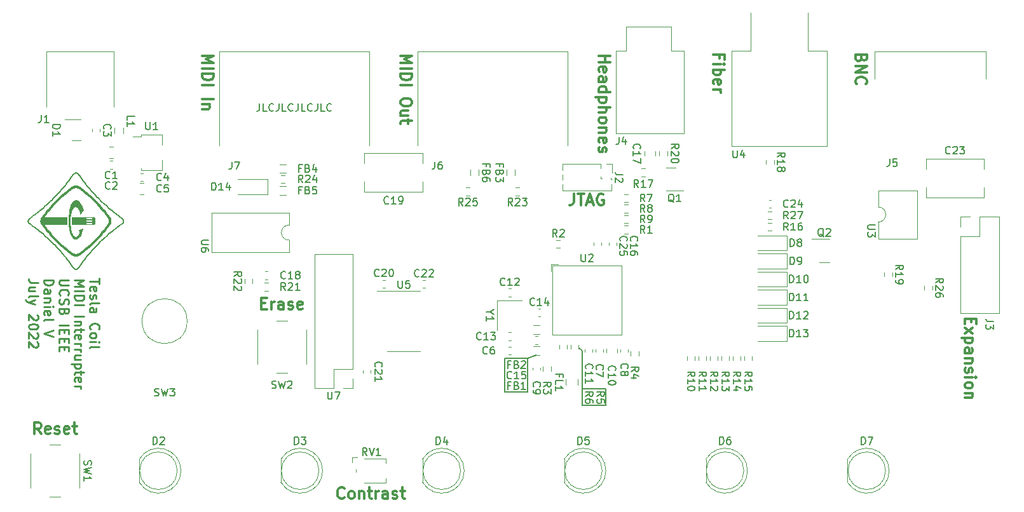
<source format=gbr>
%TF.GenerationSoftware,KiCad,Pcbnew,(6.0.6-0)*%
%TF.CreationDate,2022-08-05T12:00:24-07:00*%
%TF.ProjectId,Tesla Coil MIDI Synth,5465736c-6120-4436-9f69-6c204d494449,1*%
%TF.SameCoordinates,Original*%
%TF.FileFunction,Legend,Top*%
%TF.FilePolarity,Positive*%
%FSLAX46Y46*%
G04 Gerber Fmt 4.6, Leading zero omitted, Abs format (unit mm)*
G04 Created by KiCad (PCBNEW (6.0.6-0)) date 2022-08-05 12:00:24*
%MOMM*%
%LPD*%
G01*
G04 APERTURE LIST*
%ADD10C,0.150000*%
%ADD11C,0.300000*%
%ADD12C,0.254000*%
%ADD13C,0.120000*%
%ADD14C,0.151870*%
%ADD15C,0.303741*%
G04 APERTURE END LIST*
D10*
X52657952Y-27011380D02*
X52657952Y-27725666D01*
X52610333Y-27868523D01*
X52515095Y-27963761D01*
X52372238Y-28011380D01*
X52277000Y-28011380D01*
X53610333Y-28011380D02*
X53134142Y-28011380D01*
X53134142Y-27011380D01*
X54515095Y-27916142D02*
X54467476Y-27963761D01*
X54324619Y-28011380D01*
X54229380Y-28011380D01*
X54086523Y-27963761D01*
X53991285Y-27868523D01*
X53943666Y-27773285D01*
X53896047Y-27582809D01*
X53896047Y-27439952D01*
X53943666Y-27249476D01*
X53991285Y-27154238D01*
X54086523Y-27059000D01*
X54229380Y-27011380D01*
X54324619Y-27011380D01*
X54467476Y-27059000D01*
X54515095Y-27106619D01*
X55229380Y-27011380D02*
X55229380Y-27725666D01*
X55181761Y-27868523D01*
X55086523Y-27963761D01*
X54943666Y-28011380D01*
X54848428Y-28011380D01*
X56181761Y-28011380D02*
X55705571Y-28011380D01*
X55705571Y-27011380D01*
X57086523Y-27916142D02*
X57038904Y-27963761D01*
X56896047Y-28011380D01*
X56800809Y-28011380D01*
X56657952Y-27963761D01*
X56562714Y-27868523D01*
X56515095Y-27773285D01*
X56467476Y-27582809D01*
X56467476Y-27439952D01*
X56515095Y-27249476D01*
X56562714Y-27154238D01*
X56657952Y-27059000D01*
X56800809Y-27011380D01*
X56896047Y-27011380D01*
X57038904Y-27059000D01*
X57086523Y-27106619D01*
X57800809Y-27011380D02*
X57800809Y-27725666D01*
X57753190Y-27868523D01*
X57657952Y-27963761D01*
X57515095Y-28011380D01*
X57419857Y-28011380D01*
X58753190Y-28011380D02*
X58277000Y-28011380D01*
X58277000Y-27011380D01*
X59657952Y-27916142D02*
X59610333Y-27963761D01*
X59467476Y-28011380D01*
X59372238Y-28011380D01*
X59229380Y-27963761D01*
X59134142Y-27868523D01*
X59086523Y-27773285D01*
X59038904Y-27582809D01*
X59038904Y-27439952D01*
X59086523Y-27249476D01*
X59134142Y-27154238D01*
X59229380Y-27059000D01*
X59372238Y-27011380D01*
X59467476Y-27011380D01*
X59610333Y-27059000D01*
X59657952Y-27106619D01*
X60372238Y-27011380D02*
X60372238Y-27725666D01*
X60324619Y-27868523D01*
X60229380Y-27963761D01*
X60086523Y-28011380D01*
X59991285Y-28011380D01*
X61324619Y-28011380D02*
X60848428Y-28011380D01*
X60848428Y-27011380D01*
X62229380Y-27916142D02*
X62181761Y-27963761D01*
X62038904Y-28011380D01*
X61943666Y-28011380D01*
X61800809Y-27963761D01*
X61705571Y-27868523D01*
X61657952Y-27773285D01*
X61610333Y-27582809D01*
X61610333Y-27439952D01*
X61657952Y-27249476D01*
X61705571Y-27154238D01*
X61800809Y-27059000D01*
X61943666Y-27011380D01*
X62038904Y-27011380D01*
X62181761Y-27059000D01*
X62229380Y-27106619D01*
X98806000Y-67183000D02*
X95631000Y-67183000D01*
X95631000Y-67183000D02*
X95631000Y-65024000D01*
X85344000Y-60960000D02*
X88392000Y-60960000D01*
X95631000Y-65024000D02*
X98806000Y-65024000D01*
X88392000Y-60960000D02*
X89535000Y-60504000D01*
X95631000Y-65024000D02*
X95631000Y-59944000D01*
X85344000Y-65405000D02*
X85344000Y-60960000D01*
X95631000Y-59944000D02*
X95250000Y-59563000D01*
X98806000Y-65024000D02*
X98806000Y-67183000D01*
X88392000Y-60960000D02*
X88392000Y-65405000D01*
X88392000Y-65405000D02*
X85344000Y-65405000D01*
D11*
X45041428Y-20618142D02*
X46541428Y-20618142D01*
X45470000Y-21118142D01*
X46541428Y-21618142D01*
X45041428Y-21618142D01*
X45041428Y-22332428D02*
X46541428Y-22332428D01*
X45041428Y-23046714D02*
X46541428Y-23046714D01*
X46541428Y-23403857D01*
X46470000Y-23618142D01*
X46327142Y-23761000D01*
X46184285Y-23832428D01*
X45898571Y-23903857D01*
X45684285Y-23903857D01*
X45398571Y-23832428D01*
X45255714Y-23761000D01*
X45112857Y-23618142D01*
X45041428Y-23403857D01*
X45041428Y-23046714D01*
X45041428Y-24546714D02*
X46541428Y-24546714D01*
X45041428Y-26403857D02*
X46541428Y-26403857D01*
X46041428Y-27118142D02*
X45041428Y-27118142D01*
X45898571Y-27118142D02*
X45970000Y-27189571D01*
X46041428Y-27332428D01*
X46041428Y-27546714D01*
X45970000Y-27689571D01*
X45827142Y-27761000D01*
X45041428Y-27761000D01*
X63937000Y-79529714D02*
X63865571Y-79601142D01*
X63651285Y-79672571D01*
X63508428Y-79672571D01*
X63294142Y-79601142D01*
X63151285Y-79458285D01*
X63079857Y-79315428D01*
X63008428Y-79029714D01*
X63008428Y-78815428D01*
X63079857Y-78529714D01*
X63151285Y-78386857D01*
X63294142Y-78244000D01*
X63508428Y-78172571D01*
X63651285Y-78172571D01*
X63865571Y-78244000D01*
X63937000Y-78315428D01*
X64794142Y-79672571D02*
X64651285Y-79601142D01*
X64579857Y-79529714D01*
X64508428Y-79386857D01*
X64508428Y-78958285D01*
X64579857Y-78815428D01*
X64651285Y-78744000D01*
X64794142Y-78672571D01*
X65008428Y-78672571D01*
X65151285Y-78744000D01*
X65222714Y-78815428D01*
X65294142Y-78958285D01*
X65294142Y-79386857D01*
X65222714Y-79529714D01*
X65151285Y-79601142D01*
X65008428Y-79672571D01*
X64794142Y-79672571D01*
X65937000Y-78672571D02*
X65937000Y-79672571D01*
X65937000Y-78815428D02*
X66008428Y-78744000D01*
X66151285Y-78672571D01*
X66365571Y-78672571D01*
X66508428Y-78744000D01*
X66579857Y-78886857D01*
X66579857Y-79672571D01*
X67079857Y-78672571D02*
X67651285Y-78672571D01*
X67294142Y-78172571D02*
X67294142Y-79458285D01*
X67365571Y-79601142D01*
X67508428Y-79672571D01*
X67651285Y-79672571D01*
X68151285Y-79672571D02*
X68151285Y-78672571D01*
X68151285Y-78958285D02*
X68222714Y-78815428D01*
X68294142Y-78744000D01*
X68437000Y-78672571D01*
X68579857Y-78672571D01*
X69722714Y-79672571D02*
X69722714Y-78886857D01*
X69651285Y-78744000D01*
X69508428Y-78672571D01*
X69222714Y-78672571D01*
X69079857Y-78744000D01*
X69722714Y-79601142D02*
X69579857Y-79672571D01*
X69222714Y-79672571D01*
X69079857Y-79601142D01*
X69008428Y-79458285D01*
X69008428Y-79315428D01*
X69079857Y-79172571D01*
X69222714Y-79101142D01*
X69579857Y-79101142D01*
X69722714Y-79029714D01*
X70365571Y-79601142D02*
X70508428Y-79672571D01*
X70794142Y-79672571D01*
X70937000Y-79601142D01*
X71008428Y-79458285D01*
X71008428Y-79386857D01*
X70937000Y-79244000D01*
X70794142Y-79172571D01*
X70579857Y-79172571D01*
X70437000Y-79101142D01*
X70365571Y-78958285D01*
X70365571Y-78886857D01*
X70437000Y-78744000D01*
X70579857Y-78672571D01*
X70794142Y-78672571D01*
X70937000Y-78744000D01*
X71437000Y-78672571D02*
X72008428Y-78672571D01*
X71651285Y-78172571D02*
X71651285Y-79458285D01*
X71722714Y-79601142D01*
X71865571Y-79672571D01*
X72008428Y-79672571D01*
X147427142Y-55670142D02*
X147427142Y-56170142D01*
X146641428Y-56384428D02*
X146641428Y-55670142D01*
X148141428Y-55670142D01*
X148141428Y-56384428D01*
X146641428Y-56884428D02*
X147641428Y-57670142D01*
X147641428Y-56884428D02*
X146641428Y-57670142D01*
X147641428Y-58241571D02*
X146141428Y-58241571D01*
X147570000Y-58241571D02*
X147641428Y-58384428D01*
X147641428Y-58670142D01*
X147570000Y-58813000D01*
X147498571Y-58884428D01*
X147355714Y-58955857D01*
X146927142Y-58955857D01*
X146784285Y-58884428D01*
X146712857Y-58813000D01*
X146641428Y-58670142D01*
X146641428Y-58384428D01*
X146712857Y-58241571D01*
X146641428Y-60241571D02*
X147427142Y-60241571D01*
X147570000Y-60170142D01*
X147641428Y-60027285D01*
X147641428Y-59741571D01*
X147570000Y-59598714D01*
X146712857Y-60241571D02*
X146641428Y-60098714D01*
X146641428Y-59741571D01*
X146712857Y-59598714D01*
X146855714Y-59527285D01*
X146998571Y-59527285D01*
X147141428Y-59598714D01*
X147212857Y-59741571D01*
X147212857Y-60098714D01*
X147284285Y-60241571D01*
X147641428Y-60955857D02*
X146641428Y-60955857D01*
X147498571Y-60955857D02*
X147570000Y-61027285D01*
X147641428Y-61170142D01*
X147641428Y-61384428D01*
X147570000Y-61527285D01*
X147427142Y-61598714D01*
X146641428Y-61598714D01*
X146712857Y-62241571D02*
X146641428Y-62384428D01*
X146641428Y-62670142D01*
X146712857Y-62813000D01*
X146855714Y-62884428D01*
X146927142Y-62884428D01*
X147070000Y-62813000D01*
X147141428Y-62670142D01*
X147141428Y-62455857D01*
X147212857Y-62313000D01*
X147355714Y-62241571D01*
X147427142Y-62241571D01*
X147570000Y-62313000D01*
X147641428Y-62455857D01*
X147641428Y-62670142D01*
X147570000Y-62813000D01*
X146641428Y-63527285D02*
X147641428Y-63527285D01*
X148141428Y-63527285D02*
X148070000Y-63455857D01*
X147998571Y-63527285D01*
X148070000Y-63598714D01*
X148141428Y-63527285D01*
X147998571Y-63527285D01*
X146641428Y-64455857D02*
X146712857Y-64313000D01*
X146784285Y-64241571D01*
X146927142Y-64170142D01*
X147355714Y-64170142D01*
X147498571Y-64241571D01*
X147570000Y-64313000D01*
X147641428Y-64455857D01*
X147641428Y-64670142D01*
X147570000Y-64813000D01*
X147498571Y-64884428D01*
X147355714Y-64955857D01*
X146927142Y-64955857D01*
X146784285Y-64884428D01*
X146712857Y-64813000D01*
X146641428Y-64670142D01*
X146641428Y-64455857D01*
X147641428Y-65598714D02*
X146641428Y-65598714D01*
X147498571Y-65598714D02*
X147570000Y-65670142D01*
X147641428Y-65813000D01*
X147641428Y-66027285D01*
X147570000Y-66170142D01*
X147427142Y-66241571D01*
X146641428Y-66241571D01*
X71457428Y-20618142D02*
X72957428Y-20618142D01*
X71886000Y-21118142D01*
X72957428Y-21618142D01*
X71457428Y-21618142D01*
X71457428Y-22332428D02*
X72957428Y-22332428D01*
X71457428Y-23046714D02*
X72957428Y-23046714D01*
X72957428Y-23403857D01*
X72886000Y-23618142D01*
X72743142Y-23761000D01*
X72600285Y-23832428D01*
X72314571Y-23903857D01*
X72100285Y-23903857D01*
X71814571Y-23832428D01*
X71671714Y-23761000D01*
X71528857Y-23618142D01*
X71457428Y-23403857D01*
X71457428Y-23046714D01*
X71457428Y-24546714D02*
X72957428Y-24546714D01*
X72957428Y-26689571D02*
X72957428Y-26975285D01*
X72886000Y-27118142D01*
X72743142Y-27261000D01*
X72457428Y-27332428D01*
X71957428Y-27332428D01*
X71671714Y-27261000D01*
X71528857Y-27118142D01*
X71457428Y-26975285D01*
X71457428Y-26689571D01*
X71528857Y-26546714D01*
X71671714Y-26403857D01*
X71957428Y-26332428D01*
X72457428Y-26332428D01*
X72743142Y-26403857D01*
X72886000Y-26546714D01*
X72957428Y-26689571D01*
X72457428Y-28618142D02*
X71457428Y-28618142D01*
X72457428Y-27975285D02*
X71671714Y-27975285D01*
X71528857Y-28046714D01*
X71457428Y-28189571D01*
X71457428Y-28403857D01*
X71528857Y-28546714D01*
X71600285Y-28618142D01*
X72457428Y-29118142D02*
X72457428Y-29689571D01*
X72957428Y-29332428D02*
X71671714Y-29332428D01*
X71528857Y-29403857D01*
X71457428Y-29546714D01*
X71457428Y-29689571D01*
X97873428Y-20618142D02*
X99373428Y-20618142D01*
X98659142Y-20618142D02*
X98659142Y-21475285D01*
X97873428Y-21475285D02*
X99373428Y-21475285D01*
X97944857Y-22761000D02*
X97873428Y-22618142D01*
X97873428Y-22332428D01*
X97944857Y-22189571D01*
X98087714Y-22118142D01*
X98659142Y-22118142D01*
X98802000Y-22189571D01*
X98873428Y-22332428D01*
X98873428Y-22618142D01*
X98802000Y-22761000D01*
X98659142Y-22832428D01*
X98516285Y-22832428D01*
X98373428Y-22118142D01*
X97873428Y-24118142D02*
X98659142Y-24118142D01*
X98802000Y-24046714D01*
X98873428Y-23903857D01*
X98873428Y-23618142D01*
X98802000Y-23475285D01*
X97944857Y-24118142D02*
X97873428Y-23975285D01*
X97873428Y-23618142D01*
X97944857Y-23475285D01*
X98087714Y-23403857D01*
X98230571Y-23403857D01*
X98373428Y-23475285D01*
X98444857Y-23618142D01*
X98444857Y-23975285D01*
X98516285Y-24118142D01*
X97873428Y-25475285D02*
X99373428Y-25475285D01*
X97944857Y-25475285D02*
X97873428Y-25332428D01*
X97873428Y-25046714D01*
X97944857Y-24903857D01*
X98016285Y-24832428D01*
X98159142Y-24761000D01*
X98587714Y-24761000D01*
X98730571Y-24832428D01*
X98802000Y-24903857D01*
X98873428Y-25046714D01*
X98873428Y-25332428D01*
X98802000Y-25475285D01*
X98873428Y-26189571D02*
X97373428Y-26189571D01*
X98802000Y-26189571D02*
X98873428Y-26332428D01*
X98873428Y-26618142D01*
X98802000Y-26761000D01*
X98730571Y-26832428D01*
X98587714Y-26903857D01*
X98159142Y-26903857D01*
X98016285Y-26832428D01*
X97944857Y-26761000D01*
X97873428Y-26618142D01*
X97873428Y-26332428D01*
X97944857Y-26189571D01*
X97873428Y-27546714D02*
X99373428Y-27546714D01*
X97873428Y-28189571D02*
X98659142Y-28189571D01*
X98802000Y-28118142D01*
X98873428Y-27975285D01*
X98873428Y-27761000D01*
X98802000Y-27618142D01*
X98730571Y-27546714D01*
X97873428Y-29118142D02*
X97944857Y-28975285D01*
X98016285Y-28903857D01*
X98159142Y-28832428D01*
X98587714Y-28832428D01*
X98730571Y-28903857D01*
X98802000Y-28975285D01*
X98873428Y-29118142D01*
X98873428Y-29332428D01*
X98802000Y-29475285D01*
X98730571Y-29546714D01*
X98587714Y-29618142D01*
X98159142Y-29618142D01*
X98016285Y-29546714D01*
X97944857Y-29475285D01*
X97873428Y-29332428D01*
X97873428Y-29118142D01*
X98873428Y-30261000D02*
X97873428Y-30261000D01*
X98730571Y-30261000D02*
X98802000Y-30332428D01*
X98873428Y-30475285D01*
X98873428Y-30689571D01*
X98802000Y-30832428D01*
X98659142Y-30903857D01*
X97873428Y-30903857D01*
X97944857Y-32189571D02*
X97873428Y-32046714D01*
X97873428Y-31761000D01*
X97944857Y-31618142D01*
X98087714Y-31546714D01*
X98659142Y-31546714D01*
X98802000Y-31618142D01*
X98873428Y-31761000D01*
X98873428Y-32046714D01*
X98802000Y-32189571D01*
X98659142Y-32261000D01*
X98516285Y-32261000D01*
X98373428Y-31546714D01*
X97944857Y-32832428D02*
X97873428Y-32975285D01*
X97873428Y-33261000D01*
X97944857Y-33403857D01*
X98087714Y-33475285D01*
X98159142Y-33475285D01*
X98302000Y-33403857D01*
X98373428Y-33261000D01*
X98373428Y-33046714D01*
X98444857Y-32903857D01*
X98587714Y-32832428D01*
X98659142Y-32832428D01*
X98802000Y-32903857D01*
X98873428Y-33046714D01*
X98873428Y-33261000D01*
X98802000Y-33403857D01*
D12*
X31327876Y-50324052D02*
X31327876Y-51049766D01*
X30057876Y-50686909D02*
X31327876Y-50686909D01*
X30118352Y-51956909D02*
X30057876Y-51835957D01*
X30057876Y-51594052D01*
X30118352Y-51473100D01*
X30239304Y-51412623D01*
X30723114Y-51412623D01*
X30844066Y-51473100D01*
X30904542Y-51594052D01*
X30904542Y-51835957D01*
X30844066Y-51956909D01*
X30723114Y-52017385D01*
X30602161Y-52017385D01*
X30481209Y-51412623D01*
X30118352Y-52501195D02*
X30057876Y-52622147D01*
X30057876Y-52864052D01*
X30118352Y-52985004D01*
X30239304Y-53045480D01*
X30299780Y-53045480D01*
X30420733Y-52985004D01*
X30481209Y-52864052D01*
X30481209Y-52682623D01*
X30541685Y-52561671D01*
X30662638Y-52501195D01*
X30723114Y-52501195D01*
X30844066Y-52561671D01*
X30904542Y-52682623D01*
X30904542Y-52864052D01*
X30844066Y-52985004D01*
X30057876Y-53771195D02*
X30118352Y-53650242D01*
X30239304Y-53589766D01*
X31327876Y-53589766D01*
X30057876Y-54799290D02*
X30723114Y-54799290D01*
X30844066Y-54738814D01*
X30904542Y-54617861D01*
X30904542Y-54375957D01*
X30844066Y-54255004D01*
X30118352Y-54799290D02*
X30057876Y-54678338D01*
X30057876Y-54375957D01*
X30118352Y-54255004D01*
X30239304Y-54194528D01*
X30360257Y-54194528D01*
X30481209Y-54255004D01*
X30541685Y-54375957D01*
X30541685Y-54678338D01*
X30602161Y-54799290D01*
X30178828Y-57097385D02*
X30118352Y-57036909D01*
X30057876Y-56855480D01*
X30057876Y-56734528D01*
X30118352Y-56553100D01*
X30239304Y-56432147D01*
X30360257Y-56371671D01*
X30602161Y-56311195D01*
X30783590Y-56311195D01*
X31025495Y-56371671D01*
X31146447Y-56432147D01*
X31267400Y-56553100D01*
X31327876Y-56734528D01*
X31327876Y-56855480D01*
X31267400Y-57036909D01*
X31206923Y-57097385D01*
X30057876Y-57823100D02*
X30118352Y-57702147D01*
X30178828Y-57641671D01*
X30299780Y-57581195D01*
X30662638Y-57581195D01*
X30783590Y-57641671D01*
X30844066Y-57702147D01*
X30904542Y-57823100D01*
X30904542Y-58004528D01*
X30844066Y-58125480D01*
X30783590Y-58185957D01*
X30662638Y-58246433D01*
X30299780Y-58246433D01*
X30178828Y-58185957D01*
X30118352Y-58125480D01*
X30057876Y-58004528D01*
X30057876Y-57823100D01*
X30057876Y-58790719D02*
X30904542Y-58790719D01*
X31327876Y-58790719D02*
X31267400Y-58730242D01*
X31206923Y-58790719D01*
X31267400Y-58851195D01*
X31327876Y-58790719D01*
X31206923Y-58790719D01*
X30057876Y-59576909D02*
X30118352Y-59455957D01*
X30239304Y-59395480D01*
X31327876Y-59395480D01*
X28013176Y-50505480D02*
X29283176Y-50505480D01*
X28376033Y-50928814D01*
X29283176Y-51352147D01*
X28013176Y-51352147D01*
X28013176Y-51956909D02*
X29283176Y-51956909D01*
X28013176Y-52561671D02*
X29283176Y-52561671D01*
X29283176Y-52864052D01*
X29222700Y-53045480D01*
X29101747Y-53166433D01*
X28980795Y-53226909D01*
X28738890Y-53287385D01*
X28557461Y-53287385D01*
X28315557Y-53226909D01*
X28194604Y-53166433D01*
X28073652Y-53045480D01*
X28013176Y-52864052D01*
X28013176Y-52561671D01*
X28013176Y-53831671D02*
X29283176Y-53831671D01*
X28013176Y-55404052D02*
X29283176Y-55404052D01*
X28859842Y-56008814D02*
X28013176Y-56008814D01*
X28738890Y-56008814D02*
X28799366Y-56069290D01*
X28859842Y-56190242D01*
X28859842Y-56371671D01*
X28799366Y-56492623D01*
X28678414Y-56553100D01*
X28013176Y-56553100D01*
X28859842Y-56976433D02*
X28859842Y-57460242D01*
X29283176Y-57157861D02*
X28194604Y-57157861D01*
X28073652Y-57218338D01*
X28013176Y-57339290D01*
X28013176Y-57460242D01*
X28073652Y-58367385D02*
X28013176Y-58246433D01*
X28013176Y-58004528D01*
X28073652Y-57883576D01*
X28194604Y-57823100D01*
X28678414Y-57823100D01*
X28799366Y-57883576D01*
X28859842Y-58004528D01*
X28859842Y-58246433D01*
X28799366Y-58367385D01*
X28678414Y-58427861D01*
X28557461Y-58427861D01*
X28436509Y-57823100D01*
X28013176Y-58972147D02*
X28859842Y-58972147D01*
X28617938Y-58972147D02*
X28738890Y-59032623D01*
X28799366Y-59093100D01*
X28859842Y-59214052D01*
X28859842Y-59335004D01*
X28013176Y-59758338D02*
X28859842Y-59758338D01*
X28617938Y-59758338D02*
X28738890Y-59818814D01*
X28799366Y-59879290D01*
X28859842Y-60000242D01*
X28859842Y-60121195D01*
X28859842Y-61088814D02*
X28013176Y-61088814D01*
X28859842Y-60544528D02*
X28194604Y-60544528D01*
X28073652Y-60605004D01*
X28013176Y-60725957D01*
X28013176Y-60907385D01*
X28073652Y-61028338D01*
X28134128Y-61088814D01*
X28859842Y-61693576D02*
X27589842Y-61693576D01*
X28799366Y-61693576D02*
X28859842Y-61814528D01*
X28859842Y-62056433D01*
X28799366Y-62177385D01*
X28738890Y-62237861D01*
X28617938Y-62298338D01*
X28255080Y-62298338D01*
X28134128Y-62237861D01*
X28073652Y-62177385D01*
X28013176Y-62056433D01*
X28013176Y-61814528D01*
X28073652Y-61693576D01*
X28859842Y-62661195D02*
X28859842Y-63145004D01*
X29283176Y-62842623D02*
X28194604Y-62842623D01*
X28073652Y-62903100D01*
X28013176Y-63024052D01*
X28013176Y-63145004D01*
X28073652Y-64052147D02*
X28013176Y-63931195D01*
X28013176Y-63689290D01*
X28073652Y-63568338D01*
X28194604Y-63507861D01*
X28678414Y-63507861D01*
X28799366Y-63568338D01*
X28859842Y-63689290D01*
X28859842Y-63931195D01*
X28799366Y-64052147D01*
X28678414Y-64112623D01*
X28557461Y-64112623D01*
X28436509Y-63507861D01*
X28013176Y-64656909D02*
X28859842Y-64656909D01*
X28617938Y-64656909D02*
X28738890Y-64717385D01*
X28799366Y-64777861D01*
X28859842Y-64898814D01*
X28859842Y-65019766D01*
X27238476Y-50505480D02*
X26210380Y-50505480D01*
X26089428Y-50565957D01*
X26028952Y-50626433D01*
X25968476Y-50747385D01*
X25968476Y-50989290D01*
X26028952Y-51110242D01*
X26089428Y-51170719D01*
X26210380Y-51231195D01*
X27238476Y-51231195D01*
X26089428Y-52561671D02*
X26028952Y-52501195D01*
X25968476Y-52319766D01*
X25968476Y-52198814D01*
X26028952Y-52017385D01*
X26149904Y-51896433D01*
X26270857Y-51835957D01*
X26512761Y-51775480D01*
X26694190Y-51775480D01*
X26936095Y-51835957D01*
X27057047Y-51896433D01*
X27178000Y-52017385D01*
X27238476Y-52198814D01*
X27238476Y-52319766D01*
X27178000Y-52501195D01*
X27117523Y-52561671D01*
X26028952Y-53045480D02*
X25968476Y-53226909D01*
X25968476Y-53529290D01*
X26028952Y-53650242D01*
X26089428Y-53710719D01*
X26210380Y-53771195D01*
X26331333Y-53771195D01*
X26452285Y-53710719D01*
X26512761Y-53650242D01*
X26573238Y-53529290D01*
X26633714Y-53287385D01*
X26694190Y-53166433D01*
X26754666Y-53105957D01*
X26875619Y-53045480D01*
X26996571Y-53045480D01*
X27117523Y-53105957D01*
X27178000Y-53166433D01*
X27238476Y-53287385D01*
X27238476Y-53589766D01*
X27178000Y-53771195D01*
X26633714Y-54738814D02*
X26573238Y-54920242D01*
X26512761Y-54980719D01*
X26391809Y-55041195D01*
X26210380Y-55041195D01*
X26089428Y-54980719D01*
X26028952Y-54920242D01*
X25968476Y-54799290D01*
X25968476Y-54315480D01*
X27238476Y-54315480D01*
X27238476Y-54738814D01*
X27178000Y-54859766D01*
X27117523Y-54920242D01*
X26996571Y-54980719D01*
X26875619Y-54980719D01*
X26754666Y-54920242D01*
X26694190Y-54859766D01*
X26633714Y-54738814D01*
X26633714Y-54315480D01*
X25968476Y-56553100D02*
X27238476Y-56553100D01*
X26633714Y-57157861D02*
X26633714Y-57581195D01*
X25968476Y-57762623D02*
X25968476Y-57157861D01*
X27238476Y-57157861D01*
X27238476Y-57762623D01*
X26633714Y-58306909D02*
X26633714Y-58730242D01*
X25968476Y-58911671D02*
X25968476Y-58306909D01*
X27238476Y-58306909D01*
X27238476Y-58911671D01*
X26633714Y-59455957D02*
X26633714Y-59879290D01*
X25968476Y-60060719D02*
X25968476Y-59455957D01*
X27238476Y-59455957D01*
X27238476Y-60060719D01*
X23923776Y-50505480D02*
X25193776Y-50505480D01*
X25193776Y-50807861D01*
X25133300Y-50989290D01*
X25012347Y-51110242D01*
X24891395Y-51170719D01*
X24649490Y-51231195D01*
X24468061Y-51231195D01*
X24226157Y-51170719D01*
X24105204Y-51110242D01*
X23984252Y-50989290D01*
X23923776Y-50807861D01*
X23923776Y-50505480D01*
X23923776Y-52319766D02*
X24589014Y-52319766D01*
X24709966Y-52259290D01*
X24770442Y-52138338D01*
X24770442Y-51896433D01*
X24709966Y-51775480D01*
X23984252Y-52319766D02*
X23923776Y-52198814D01*
X23923776Y-51896433D01*
X23984252Y-51775480D01*
X24105204Y-51715004D01*
X24226157Y-51715004D01*
X24347109Y-51775480D01*
X24407585Y-51896433D01*
X24407585Y-52198814D01*
X24468061Y-52319766D01*
X24770442Y-52924528D02*
X23923776Y-52924528D01*
X24649490Y-52924528D02*
X24709966Y-52985004D01*
X24770442Y-53105957D01*
X24770442Y-53287385D01*
X24709966Y-53408338D01*
X24589014Y-53468814D01*
X23923776Y-53468814D01*
X23923776Y-54073576D02*
X24770442Y-54073576D01*
X25193776Y-54073576D02*
X25133300Y-54013100D01*
X25072823Y-54073576D01*
X25133300Y-54134052D01*
X25193776Y-54073576D01*
X25072823Y-54073576D01*
X23984252Y-55162147D02*
X23923776Y-55041195D01*
X23923776Y-54799290D01*
X23984252Y-54678338D01*
X24105204Y-54617861D01*
X24589014Y-54617861D01*
X24709966Y-54678338D01*
X24770442Y-54799290D01*
X24770442Y-55041195D01*
X24709966Y-55162147D01*
X24589014Y-55222623D01*
X24468061Y-55222623D01*
X24347109Y-54617861D01*
X23923776Y-55948338D02*
X23984252Y-55827385D01*
X24105204Y-55766909D01*
X25193776Y-55766909D01*
X25193776Y-57218338D02*
X23923776Y-57641671D01*
X25193776Y-58065004D01*
X23149076Y-50868338D02*
X22241933Y-50868338D01*
X22060504Y-50807861D01*
X21939552Y-50686909D01*
X21879076Y-50505480D01*
X21879076Y-50384528D01*
X22725742Y-52017385D02*
X21879076Y-52017385D01*
X22725742Y-51473100D02*
X22060504Y-51473100D01*
X21939552Y-51533576D01*
X21879076Y-51654528D01*
X21879076Y-51835957D01*
X21939552Y-51956909D01*
X22000028Y-52017385D01*
X21879076Y-52803576D02*
X21939552Y-52682623D01*
X22060504Y-52622147D01*
X23149076Y-52622147D01*
X22725742Y-53166433D02*
X21879076Y-53468814D01*
X22725742Y-53771195D02*
X21879076Y-53468814D01*
X21576695Y-53347861D01*
X21516219Y-53287385D01*
X21455742Y-53166433D01*
X23028123Y-55162147D02*
X23088600Y-55222623D01*
X23149076Y-55343576D01*
X23149076Y-55645957D01*
X23088600Y-55766909D01*
X23028123Y-55827385D01*
X22907171Y-55887861D01*
X22786219Y-55887861D01*
X22604790Y-55827385D01*
X21879076Y-55101671D01*
X21879076Y-55887861D01*
X23149076Y-56674052D02*
X23149076Y-56795004D01*
X23088600Y-56915957D01*
X23028123Y-56976433D01*
X22907171Y-57036909D01*
X22665266Y-57097385D01*
X22362885Y-57097385D01*
X22120980Y-57036909D01*
X22000028Y-56976433D01*
X21939552Y-56915957D01*
X21879076Y-56795004D01*
X21879076Y-56674052D01*
X21939552Y-56553100D01*
X22000028Y-56492623D01*
X22120980Y-56432147D01*
X22362885Y-56371671D01*
X22665266Y-56371671D01*
X22907171Y-56432147D01*
X23028123Y-56492623D01*
X23088600Y-56553100D01*
X23149076Y-56674052D01*
X23028123Y-57581195D02*
X23088600Y-57641671D01*
X23149076Y-57762623D01*
X23149076Y-58065004D01*
X23088600Y-58185957D01*
X23028123Y-58246433D01*
X22907171Y-58306909D01*
X22786219Y-58306909D01*
X22604790Y-58246433D01*
X21879076Y-57520719D01*
X21879076Y-58306909D01*
X23028123Y-58790719D02*
X23088600Y-58851195D01*
X23149076Y-58972147D01*
X23149076Y-59274528D01*
X23088600Y-59395480D01*
X23028123Y-59455957D01*
X22907171Y-59516433D01*
X22786219Y-59516433D01*
X22604790Y-59455957D01*
X21879076Y-58730242D01*
X21879076Y-59516433D01*
D11*
X52911714Y-53613857D02*
X53411714Y-53613857D01*
X53626000Y-54399571D02*
X52911714Y-54399571D01*
X52911714Y-52899571D01*
X53626000Y-52899571D01*
X54268857Y-54399571D02*
X54268857Y-53399571D01*
X54268857Y-53685285D02*
X54340285Y-53542428D01*
X54411714Y-53471000D01*
X54554571Y-53399571D01*
X54697428Y-53399571D01*
X55840285Y-54399571D02*
X55840285Y-53613857D01*
X55768857Y-53471000D01*
X55626000Y-53399571D01*
X55340285Y-53399571D01*
X55197428Y-53471000D01*
X55840285Y-54328142D02*
X55697428Y-54399571D01*
X55340285Y-54399571D01*
X55197428Y-54328142D01*
X55126000Y-54185285D01*
X55126000Y-54042428D01*
X55197428Y-53899571D01*
X55340285Y-53828142D01*
X55697428Y-53828142D01*
X55840285Y-53756714D01*
X56483142Y-54328142D02*
X56626000Y-54399571D01*
X56911714Y-54399571D01*
X57054571Y-54328142D01*
X57126000Y-54185285D01*
X57126000Y-54113857D01*
X57054571Y-53971000D01*
X56911714Y-53899571D01*
X56697428Y-53899571D01*
X56554571Y-53828142D01*
X56483142Y-53685285D01*
X56483142Y-53613857D01*
X56554571Y-53471000D01*
X56697428Y-53399571D01*
X56911714Y-53399571D01*
X57054571Y-53471000D01*
X58340285Y-54328142D02*
X58197428Y-54399571D01*
X57911714Y-54399571D01*
X57768857Y-54328142D01*
X57697428Y-54185285D01*
X57697428Y-53613857D01*
X57768857Y-53471000D01*
X57911714Y-53399571D01*
X58197428Y-53399571D01*
X58340285Y-53471000D01*
X58411714Y-53613857D01*
X58411714Y-53756714D01*
X57697428Y-53899571D01*
X23542857Y-71036571D02*
X23042857Y-70322285D01*
X22685714Y-71036571D02*
X22685714Y-69536571D01*
X23257142Y-69536571D01*
X23400000Y-69608000D01*
X23471428Y-69679428D01*
X23542857Y-69822285D01*
X23542857Y-70036571D01*
X23471428Y-70179428D01*
X23400000Y-70250857D01*
X23257142Y-70322285D01*
X22685714Y-70322285D01*
X24757142Y-70965142D02*
X24614285Y-71036571D01*
X24328571Y-71036571D01*
X24185714Y-70965142D01*
X24114285Y-70822285D01*
X24114285Y-70250857D01*
X24185714Y-70108000D01*
X24328571Y-70036571D01*
X24614285Y-70036571D01*
X24757142Y-70108000D01*
X24828571Y-70250857D01*
X24828571Y-70393714D01*
X24114285Y-70536571D01*
X25400000Y-70965142D02*
X25542857Y-71036571D01*
X25828571Y-71036571D01*
X25971428Y-70965142D01*
X26042857Y-70822285D01*
X26042857Y-70750857D01*
X25971428Y-70608000D01*
X25828571Y-70536571D01*
X25614285Y-70536571D01*
X25471428Y-70465142D01*
X25400000Y-70322285D01*
X25400000Y-70250857D01*
X25471428Y-70108000D01*
X25614285Y-70036571D01*
X25828571Y-70036571D01*
X25971428Y-70108000D01*
X27257142Y-70965142D02*
X27114285Y-71036571D01*
X26828571Y-71036571D01*
X26685714Y-70965142D01*
X26614285Y-70822285D01*
X26614285Y-70250857D01*
X26685714Y-70108000D01*
X26828571Y-70036571D01*
X27114285Y-70036571D01*
X27257142Y-70108000D01*
X27328571Y-70250857D01*
X27328571Y-70393714D01*
X26614285Y-70536571D01*
X27757142Y-70036571D02*
X28328571Y-70036571D01*
X27971428Y-69536571D02*
X27971428Y-70822285D01*
X28042857Y-70965142D01*
X28185714Y-71036571D01*
X28328571Y-71036571D01*
X132822142Y-20991142D02*
X132750714Y-21205428D01*
X132679285Y-21276857D01*
X132536428Y-21348285D01*
X132322142Y-21348285D01*
X132179285Y-21276857D01*
X132107857Y-21205428D01*
X132036428Y-21062571D01*
X132036428Y-20491142D01*
X133536428Y-20491142D01*
X133536428Y-20991142D01*
X133465000Y-21134000D01*
X133393571Y-21205428D01*
X133250714Y-21276857D01*
X133107857Y-21276857D01*
X132965000Y-21205428D01*
X132893571Y-21134000D01*
X132822142Y-20991142D01*
X132822142Y-20491142D01*
X132036428Y-21991142D02*
X133536428Y-21991142D01*
X132036428Y-22848285D01*
X133536428Y-22848285D01*
X132179285Y-24419714D02*
X132107857Y-24348285D01*
X132036428Y-24134000D01*
X132036428Y-23991142D01*
X132107857Y-23776857D01*
X132250714Y-23634000D01*
X132393571Y-23562571D01*
X132679285Y-23491142D01*
X132893571Y-23491142D01*
X133179285Y-23562571D01*
X133322142Y-23634000D01*
X133465000Y-23776857D01*
X133536428Y-23991142D01*
X133536428Y-24134000D01*
X133465000Y-24348285D01*
X133393571Y-24419714D01*
X94516000Y-39056571D02*
X94516000Y-40128000D01*
X94444571Y-40342285D01*
X94301714Y-40485142D01*
X94087428Y-40556571D01*
X93944571Y-40556571D01*
X95016000Y-39056571D02*
X95873142Y-39056571D01*
X95444571Y-40556571D02*
X95444571Y-39056571D01*
X96301714Y-40128000D02*
X97016000Y-40128000D01*
X96158857Y-40556571D02*
X96658857Y-39056571D01*
X97158857Y-40556571D01*
X98444571Y-39128000D02*
X98301714Y-39056571D01*
X98087428Y-39056571D01*
X97873142Y-39128000D01*
X97730285Y-39270857D01*
X97658857Y-39413714D01*
X97587428Y-39699428D01*
X97587428Y-39913714D01*
X97658857Y-40199428D01*
X97730285Y-40342285D01*
X97873142Y-40485142D01*
X98087428Y-40556571D01*
X98230285Y-40556571D01*
X98444571Y-40485142D01*
X98516000Y-40413714D01*
X98516000Y-39913714D01*
X98230285Y-39913714D01*
X113899142Y-20991142D02*
X113899142Y-20491142D01*
X113113428Y-20491142D02*
X114613428Y-20491142D01*
X114613428Y-21205428D01*
X113113428Y-21776857D02*
X114113428Y-21776857D01*
X114613428Y-21776857D02*
X114542000Y-21705428D01*
X114470571Y-21776857D01*
X114542000Y-21848285D01*
X114613428Y-21776857D01*
X114470571Y-21776857D01*
X113113428Y-22491142D02*
X114613428Y-22491142D01*
X114042000Y-22491142D02*
X114113428Y-22634000D01*
X114113428Y-22919714D01*
X114042000Y-23062571D01*
X113970571Y-23134000D01*
X113827714Y-23205428D01*
X113399142Y-23205428D01*
X113256285Y-23134000D01*
X113184857Y-23062571D01*
X113113428Y-22919714D01*
X113113428Y-22634000D01*
X113184857Y-22491142D01*
X113184857Y-24419714D02*
X113113428Y-24276857D01*
X113113428Y-23991142D01*
X113184857Y-23848285D01*
X113327714Y-23776857D01*
X113899142Y-23776857D01*
X114042000Y-23848285D01*
X114113428Y-23991142D01*
X114113428Y-24276857D01*
X114042000Y-24419714D01*
X113899142Y-24491142D01*
X113756285Y-24491142D01*
X113613428Y-23776857D01*
X113113428Y-25134000D02*
X114113428Y-25134000D01*
X113827714Y-25134000D02*
X113970571Y-25205428D01*
X114042000Y-25276857D01*
X114113428Y-25419714D01*
X114113428Y-25562571D01*
D10*
%TO.C,D14*%
X46283714Y-38552380D02*
X46283714Y-37552380D01*
X46521809Y-37552380D01*
X46664666Y-37600000D01*
X46759904Y-37695238D01*
X46807523Y-37790476D01*
X46855142Y-37980952D01*
X46855142Y-38123809D01*
X46807523Y-38314285D01*
X46759904Y-38409523D01*
X46664666Y-38504761D01*
X46521809Y-38552380D01*
X46283714Y-38552380D01*
X47807523Y-38552380D02*
X47236095Y-38552380D01*
X47521809Y-38552380D02*
X47521809Y-37552380D01*
X47426571Y-37695238D01*
X47331333Y-37790476D01*
X47236095Y-37838095D01*
X48664666Y-37885714D02*
X48664666Y-38552380D01*
X48426571Y-37504761D02*
X48188476Y-38219047D01*
X48807523Y-38219047D01*
%TO.C,C2*%
X32726333Y-38330142D02*
X32678714Y-38377761D01*
X32535857Y-38425380D01*
X32440619Y-38425380D01*
X32297761Y-38377761D01*
X32202523Y-38282523D01*
X32154904Y-38187285D01*
X32107285Y-37996809D01*
X32107285Y-37853952D01*
X32154904Y-37663476D01*
X32202523Y-37568238D01*
X32297761Y-37473000D01*
X32440619Y-37425380D01*
X32535857Y-37425380D01*
X32678714Y-37473000D01*
X32726333Y-37520619D01*
X33107285Y-37520619D02*
X33154904Y-37473000D01*
X33250142Y-37425380D01*
X33488238Y-37425380D01*
X33583476Y-37473000D01*
X33631095Y-37520619D01*
X33678714Y-37615857D01*
X33678714Y-37711095D01*
X33631095Y-37853952D01*
X33059666Y-38425380D01*
X33678714Y-38425380D01*
%TO.C,C25*%
X100734857Y-45331142D02*
X100687238Y-45283523D01*
X100639619Y-45140666D01*
X100639619Y-45045428D01*
X100687238Y-44902571D01*
X100782476Y-44807333D01*
X100877714Y-44759714D01*
X101068190Y-44712095D01*
X101211047Y-44712095D01*
X101401523Y-44759714D01*
X101496761Y-44807333D01*
X101592000Y-44902571D01*
X101639619Y-45045428D01*
X101639619Y-45140666D01*
X101592000Y-45283523D01*
X101544380Y-45331142D01*
X101544380Y-45712095D02*
X101592000Y-45759714D01*
X101639619Y-45854952D01*
X101639619Y-46093047D01*
X101592000Y-46188285D01*
X101544380Y-46235904D01*
X101449142Y-46283523D01*
X101353904Y-46283523D01*
X101211047Y-46235904D01*
X100639619Y-45664476D01*
X100639619Y-46283523D01*
X101639619Y-47188285D02*
X101639619Y-46712095D01*
X101163428Y-46664476D01*
X101211047Y-46712095D01*
X101258666Y-46807333D01*
X101258666Y-47045428D01*
X101211047Y-47140666D01*
X101163428Y-47188285D01*
X101068190Y-47235904D01*
X100830095Y-47235904D01*
X100734857Y-47188285D01*
X100687238Y-47140666D01*
X100639619Y-47045428D01*
X100639619Y-46807333D01*
X100687238Y-46712095D01*
X100734857Y-46664476D01*
%TO.C,FB3*%
X84653428Y-35361666D02*
X84653428Y-35028333D01*
X84129619Y-35028333D02*
X85129619Y-35028333D01*
X85129619Y-35504523D01*
X84653428Y-36218809D02*
X84605809Y-36361666D01*
X84558190Y-36409285D01*
X84462952Y-36456904D01*
X84320095Y-36456904D01*
X84224857Y-36409285D01*
X84177238Y-36361666D01*
X84129619Y-36266428D01*
X84129619Y-35885476D01*
X85129619Y-35885476D01*
X85129619Y-36218809D01*
X85082000Y-36314047D01*
X85034380Y-36361666D01*
X84939142Y-36409285D01*
X84843904Y-36409285D01*
X84748666Y-36361666D01*
X84701047Y-36314047D01*
X84653428Y-36218809D01*
X84653428Y-35885476D01*
X85129619Y-36790238D02*
X85129619Y-37409285D01*
X84748666Y-37075952D01*
X84748666Y-37218809D01*
X84701047Y-37314047D01*
X84653428Y-37361666D01*
X84558190Y-37409285D01*
X84320095Y-37409285D01*
X84224857Y-37361666D01*
X84177238Y-37314047D01*
X84129619Y-37218809D01*
X84129619Y-36933095D01*
X84177238Y-36837857D01*
X84224857Y-36790238D01*
%TO.C,R21*%
X56102642Y-51887380D02*
X55769309Y-51411190D01*
X55531214Y-51887380D02*
X55531214Y-50887380D01*
X55912166Y-50887380D01*
X56007404Y-50935000D01*
X56055023Y-50982619D01*
X56102642Y-51077857D01*
X56102642Y-51220714D01*
X56055023Y-51315952D01*
X56007404Y-51363571D01*
X55912166Y-51411190D01*
X55531214Y-51411190D01*
X56483595Y-50982619D02*
X56531214Y-50935000D01*
X56626452Y-50887380D01*
X56864547Y-50887380D01*
X56959785Y-50935000D01*
X57007404Y-50982619D01*
X57055023Y-51077857D01*
X57055023Y-51173095D01*
X57007404Y-51315952D01*
X56435976Y-51887380D01*
X57055023Y-51887380D01*
X58007404Y-51887380D02*
X57435976Y-51887380D01*
X57721690Y-51887380D02*
X57721690Y-50887380D01*
X57626452Y-51030238D01*
X57531214Y-51125476D01*
X57435976Y-51173095D01*
%TO.C,C5*%
X39584333Y-38711142D02*
X39536714Y-38758761D01*
X39393857Y-38806380D01*
X39298619Y-38806380D01*
X39155761Y-38758761D01*
X39060523Y-38663523D01*
X39012904Y-38568285D01*
X38965285Y-38377809D01*
X38965285Y-38234952D01*
X39012904Y-38044476D01*
X39060523Y-37949238D01*
X39155761Y-37854000D01*
X39298619Y-37806380D01*
X39393857Y-37806380D01*
X39536714Y-37854000D01*
X39584333Y-37901619D01*
X40489095Y-37806380D02*
X40012904Y-37806380D01*
X39965285Y-38282571D01*
X40012904Y-38234952D01*
X40108142Y-38187333D01*
X40346238Y-38187333D01*
X40441476Y-38234952D01*
X40489095Y-38282571D01*
X40536714Y-38377809D01*
X40536714Y-38615904D01*
X40489095Y-38711142D01*
X40441476Y-38758761D01*
X40346238Y-38806380D01*
X40108142Y-38806380D01*
X40012904Y-38758761D01*
X39965285Y-38711142D01*
%TO.C,C6*%
X83018333Y-60301142D02*
X82970714Y-60348761D01*
X82827857Y-60396380D01*
X82732619Y-60396380D01*
X82589761Y-60348761D01*
X82494523Y-60253523D01*
X82446904Y-60158285D01*
X82399285Y-59967809D01*
X82399285Y-59824952D01*
X82446904Y-59634476D01*
X82494523Y-59539238D01*
X82589761Y-59444000D01*
X82732619Y-59396380D01*
X82827857Y-59396380D01*
X82970714Y-59444000D01*
X83018333Y-59491619D01*
X83875476Y-59396380D02*
X83685000Y-59396380D01*
X83589761Y-59444000D01*
X83542142Y-59491619D01*
X83446904Y-59634476D01*
X83399285Y-59824952D01*
X83399285Y-60205904D01*
X83446904Y-60301142D01*
X83494523Y-60348761D01*
X83589761Y-60396380D01*
X83780238Y-60396380D01*
X83875476Y-60348761D01*
X83923095Y-60301142D01*
X83970714Y-60205904D01*
X83970714Y-59967809D01*
X83923095Y-59872571D01*
X83875476Y-59824952D01*
X83780238Y-59777333D01*
X83589761Y-59777333D01*
X83494523Y-59824952D01*
X83446904Y-59872571D01*
X83399285Y-59967809D01*
%TO.C,FB5*%
X58221666Y-38536571D02*
X57888333Y-38536571D01*
X57888333Y-39060380D02*
X57888333Y-38060380D01*
X58364523Y-38060380D01*
X59078809Y-38536571D02*
X59221666Y-38584190D01*
X59269285Y-38631809D01*
X59316904Y-38727047D01*
X59316904Y-38869904D01*
X59269285Y-38965142D01*
X59221666Y-39012761D01*
X59126428Y-39060380D01*
X58745476Y-39060380D01*
X58745476Y-38060380D01*
X59078809Y-38060380D01*
X59174047Y-38108000D01*
X59221666Y-38155619D01*
X59269285Y-38250857D01*
X59269285Y-38346095D01*
X59221666Y-38441333D01*
X59174047Y-38488952D01*
X59078809Y-38536571D01*
X58745476Y-38536571D01*
X60221666Y-38060380D02*
X59745476Y-38060380D01*
X59697857Y-38536571D01*
X59745476Y-38488952D01*
X59840714Y-38441333D01*
X60078809Y-38441333D01*
X60174047Y-38488952D01*
X60221666Y-38536571D01*
X60269285Y-38631809D01*
X60269285Y-38869904D01*
X60221666Y-38965142D01*
X60174047Y-39012761D01*
X60078809Y-39060380D01*
X59840714Y-39060380D01*
X59745476Y-39012761D01*
X59697857Y-38965142D01*
%TO.C,D1*%
X25101119Y-29812904D02*
X26101119Y-29812904D01*
X26101119Y-30051000D01*
X26053500Y-30193857D01*
X25958261Y-30289095D01*
X25863023Y-30336714D01*
X25672547Y-30384333D01*
X25529690Y-30384333D01*
X25339214Y-30336714D01*
X25243976Y-30289095D01*
X25148738Y-30193857D01*
X25101119Y-30051000D01*
X25101119Y-29812904D01*
X25101119Y-31336714D02*
X25101119Y-30765285D01*
X25101119Y-31051000D02*
X26101119Y-31051000D01*
X25958261Y-30955761D01*
X25863023Y-30860523D01*
X25815404Y-30765285D01*
%TO.C,J7*%
X48942666Y-34758380D02*
X48942666Y-35472666D01*
X48895047Y-35615523D01*
X48799809Y-35710761D01*
X48656952Y-35758380D01*
X48561714Y-35758380D01*
X49323619Y-34758380D02*
X49990285Y-34758380D01*
X49561714Y-35758380D01*
%TO.C,R16*%
X123055142Y-43886380D02*
X122721809Y-43410190D01*
X122483714Y-43886380D02*
X122483714Y-42886380D01*
X122864666Y-42886380D01*
X122959904Y-42934000D01*
X123007523Y-42981619D01*
X123055142Y-43076857D01*
X123055142Y-43219714D01*
X123007523Y-43314952D01*
X122959904Y-43362571D01*
X122864666Y-43410190D01*
X122483714Y-43410190D01*
X124007523Y-43886380D02*
X123436095Y-43886380D01*
X123721809Y-43886380D02*
X123721809Y-42886380D01*
X123626571Y-43029238D01*
X123531333Y-43124476D01*
X123436095Y-43172095D01*
X124864666Y-42886380D02*
X124674190Y-42886380D01*
X124578952Y-42934000D01*
X124531333Y-42981619D01*
X124436095Y-43124476D01*
X124388476Y-43314952D01*
X124388476Y-43695904D01*
X124436095Y-43791142D01*
X124483714Y-43838761D01*
X124578952Y-43886380D01*
X124769428Y-43886380D01*
X124864666Y-43838761D01*
X124912285Y-43791142D01*
X124959904Y-43695904D01*
X124959904Y-43457809D01*
X124912285Y-43362571D01*
X124864666Y-43314952D01*
X124769428Y-43267333D01*
X124578952Y-43267333D01*
X124483714Y-43314952D01*
X124436095Y-43362571D01*
X124388476Y-43457809D01*
%TO.C,R15*%
X117276619Y-63365142D02*
X117752809Y-63031809D01*
X117276619Y-62793714D02*
X118276619Y-62793714D01*
X118276619Y-63174666D01*
X118229000Y-63269904D01*
X118181380Y-63317523D01*
X118086142Y-63365142D01*
X117943285Y-63365142D01*
X117848047Y-63317523D01*
X117800428Y-63269904D01*
X117752809Y-63174666D01*
X117752809Y-62793714D01*
X117276619Y-64317523D02*
X117276619Y-63746095D01*
X117276619Y-64031809D02*
X118276619Y-64031809D01*
X118133761Y-63936571D01*
X118038523Y-63841333D01*
X117990904Y-63746095D01*
X118276619Y-65222285D02*
X118276619Y-64746095D01*
X117800428Y-64698476D01*
X117848047Y-64746095D01*
X117895666Y-64841333D01*
X117895666Y-65079428D01*
X117848047Y-65174666D01*
X117800428Y-65222285D01*
X117705190Y-65269904D01*
X117467095Y-65269904D01*
X117371857Y-65222285D01*
X117324238Y-65174666D01*
X117276619Y-65079428D01*
X117276619Y-64841333D01*
X117324238Y-64746095D01*
X117371857Y-64698476D01*
%TO.C,D2*%
X38450475Y-72438380D02*
X38450475Y-71438380D01*
X38688571Y-71438380D01*
X38831428Y-71486000D01*
X38926666Y-71581238D01*
X38974285Y-71676476D01*
X39021904Y-71866952D01*
X39021904Y-72009809D01*
X38974285Y-72200285D01*
X38926666Y-72295523D01*
X38831428Y-72390761D01*
X38688571Y-72438380D01*
X38450475Y-72438380D01*
X39402856Y-71533619D02*
X39450475Y-71486000D01*
X39545713Y-71438380D01*
X39783809Y-71438380D01*
X39879047Y-71486000D01*
X39926666Y-71533619D01*
X39974285Y-71628857D01*
X39974285Y-71724095D01*
X39926666Y-71866952D01*
X39355237Y-72438380D01*
X39974285Y-72438380D01*
%TO.C,U5*%
X71120095Y-50609380D02*
X71120095Y-51418904D01*
X71167714Y-51514142D01*
X71215333Y-51561761D01*
X71310571Y-51609380D01*
X71501047Y-51609380D01*
X71596285Y-51561761D01*
X71643904Y-51514142D01*
X71691523Y-51418904D01*
X71691523Y-50609380D01*
X72643904Y-50609380D02*
X72167714Y-50609380D01*
X72120095Y-51085571D01*
X72167714Y-51037952D01*
X72262952Y-50990333D01*
X72501047Y-50990333D01*
X72596285Y-51037952D01*
X72643904Y-51085571D01*
X72691523Y-51180809D01*
X72691523Y-51418904D01*
X72643904Y-51514142D01*
X72596285Y-51561761D01*
X72501047Y-51609380D01*
X72262952Y-51609380D01*
X72167714Y-51561761D01*
X72120095Y-51514142D01*
%TO.C,R9*%
X103973333Y-42870380D02*
X103640000Y-42394190D01*
X103401904Y-42870380D02*
X103401904Y-41870380D01*
X103782857Y-41870380D01*
X103878095Y-41918000D01*
X103925714Y-41965619D01*
X103973333Y-42060857D01*
X103973333Y-42203714D01*
X103925714Y-42298952D01*
X103878095Y-42346571D01*
X103782857Y-42394190D01*
X103401904Y-42394190D01*
X104449523Y-42870380D02*
X104640000Y-42870380D01*
X104735238Y-42822761D01*
X104782857Y-42775142D01*
X104878095Y-42632285D01*
X104925714Y-42441809D01*
X104925714Y-42060857D01*
X104878095Y-41965619D01*
X104830476Y-41918000D01*
X104735238Y-41870380D01*
X104544761Y-41870380D01*
X104449523Y-41918000D01*
X104401904Y-41965619D01*
X104354285Y-42060857D01*
X104354285Y-42298952D01*
X104401904Y-42394190D01*
X104449523Y-42441809D01*
X104544761Y-42489428D01*
X104735238Y-42489428D01*
X104830476Y-42441809D01*
X104878095Y-42394190D01*
X104925714Y-42298952D01*
%TO.C,FB1*%
X86034666Y-64571571D02*
X85701333Y-64571571D01*
X85701333Y-65095380D02*
X85701333Y-64095380D01*
X86177523Y-64095380D01*
X86891809Y-64571571D02*
X87034666Y-64619190D01*
X87082285Y-64666809D01*
X87129904Y-64762047D01*
X87129904Y-64904904D01*
X87082285Y-65000142D01*
X87034666Y-65047761D01*
X86939428Y-65095380D01*
X86558476Y-65095380D01*
X86558476Y-64095380D01*
X86891809Y-64095380D01*
X86987047Y-64143000D01*
X87034666Y-64190619D01*
X87082285Y-64285857D01*
X87082285Y-64381095D01*
X87034666Y-64476333D01*
X86987047Y-64523952D01*
X86891809Y-64571571D01*
X86558476Y-64571571D01*
X88082285Y-65095380D02*
X87510857Y-65095380D01*
X87796571Y-65095380D02*
X87796571Y-64095380D01*
X87701333Y-64238238D01*
X87606095Y-64333476D01*
X87510857Y-64381095D01*
%TO.C,Q1*%
X107854761Y-40171619D02*
X107759523Y-40124000D01*
X107664285Y-40028761D01*
X107521428Y-39885904D01*
X107426190Y-39838285D01*
X107330952Y-39838285D01*
X107378571Y-40076380D02*
X107283333Y-40028761D01*
X107188095Y-39933523D01*
X107140476Y-39743047D01*
X107140476Y-39409714D01*
X107188095Y-39219238D01*
X107283333Y-39124000D01*
X107378571Y-39076380D01*
X107569047Y-39076380D01*
X107664285Y-39124000D01*
X107759523Y-39219238D01*
X107807142Y-39409714D01*
X107807142Y-39743047D01*
X107759523Y-39933523D01*
X107664285Y-40028761D01*
X107569047Y-40076380D01*
X107378571Y-40076380D01*
X108759523Y-40076380D02*
X108188095Y-40076380D01*
X108473809Y-40076380D02*
X108473809Y-39076380D01*
X108378571Y-39219238D01*
X108283333Y-39314476D01*
X108188095Y-39362095D01*
%TO.C,SW3*%
X38671666Y-65936761D02*
X38814523Y-65984380D01*
X39052619Y-65984380D01*
X39147857Y-65936761D01*
X39195476Y-65889142D01*
X39243095Y-65793904D01*
X39243095Y-65698666D01*
X39195476Y-65603428D01*
X39147857Y-65555809D01*
X39052619Y-65508190D01*
X38862142Y-65460571D01*
X38766904Y-65412952D01*
X38719285Y-65365333D01*
X38671666Y-65270095D01*
X38671666Y-65174857D01*
X38719285Y-65079619D01*
X38766904Y-65032000D01*
X38862142Y-64984380D01*
X39100238Y-64984380D01*
X39243095Y-65032000D01*
X39576428Y-64984380D02*
X39814523Y-65984380D01*
X40005000Y-65270095D01*
X40195476Y-65984380D01*
X40433571Y-64984380D01*
X40719285Y-64984380D02*
X41338333Y-64984380D01*
X41005000Y-65365333D01*
X41147857Y-65365333D01*
X41243095Y-65412952D01*
X41290714Y-65460571D01*
X41338333Y-65555809D01*
X41338333Y-65793904D01*
X41290714Y-65889142D01*
X41243095Y-65936761D01*
X41147857Y-65984380D01*
X40862142Y-65984380D01*
X40766904Y-65936761D01*
X40719285Y-65889142D01*
%TO.C,C20*%
X68572142Y-49981142D02*
X68524523Y-50028761D01*
X68381666Y-50076380D01*
X68286428Y-50076380D01*
X68143571Y-50028761D01*
X68048333Y-49933523D01*
X68000714Y-49838285D01*
X67953095Y-49647809D01*
X67953095Y-49504952D01*
X68000714Y-49314476D01*
X68048333Y-49219238D01*
X68143571Y-49124000D01*
X68286428Y-49076380D01*
X68381666Y-49076380D01*
X68524523Y-49124000D01*
X68572142Y-49171619D01*
X68953095Y-49171619D02*
X69000714Y-49124000D01*
X69095952Y-49076380D01*
X69334047Y-49076380D01*
X69429285Y-49124000D01*
X69476904Y-49171619D01*
X69524523Y-49266857D01*
X69524523Y-49362095D01*
X69476904Y-49504952D01*
X68905476Y-50076380D01*
X69524523Y-50076380D01*
X70143571Y-49076380D02*
X70238809Y-49076380D01*
X70334047Y-49124000D01*
X70381666Y-49171619D01*
X70429285Y-49266857D01*
X70476904Y-49457333D01*
X70476904Y-49695428D01*
X70429285Y-49885904D01*
X70381666Y-49981142D01*
X70334047Y-50028761D01*
X70238809Y-50076380D01*
X70143571Y-50076380D01*
X70048333Y-50028761D01*
X70000714Y-49981142D01*
X69953095Y-49885904D01*
X69905476Y-49695428D01*
X69905476Y-49457333D01*
X69953095Y-49266857D01*
X70000714Y-49171619D01*
X70048333Y-49124000D01*
X70143571Y-49076380D01*
%TO.C,D8*%
X123340904Y-46045380D02*
X123340904Y-45045380D01*
X123579000Y-45045380D01*
X123721857Y-45093000D01*
X123817095Y-45188238D01*
X123864714Y-45283476D01*
X123912333Y-45473952D01*
X123912333Y-45616809D01*
X123864714Y-45807285D01*
X123817095Y-45902523D01*
X123721857Y-45997761D01*
X123579000Y-46045380D01*
X123340904Y-46045380D01*
X124483761Y-45473952D02*
X124388523Y-45426333D01*
X124340904Y-45378714D01*
X124293285Y-45283476D01*
X124293285Y-45235857D01*
X124340904Y-45140619D01*
X124388523Y-45093000D01*
X124483761Y-45045380D01*
X124674238Y-45045380D01*
X124769476Y-45093000D01*
X124817095Y-45140619D01*
X124864714Y-45235857D01*
X124864714Y-45283476D01*
X124817095Y-45378714D01*
X124769476Y-45426333D01*
X124674238Y-45473952D01*
X124483761Y-45473952D01*
X124388523Y-45521571D01*
X124340904Y-45569190D01*
X124293285Y-45664428D01*
X124293285Y-45854904D01*
X124340904Y-45950142D01*
X124388523Y-45997761D01*
X124483761Y-46045380D01*
X124674238Y-46045380D01*
X124769476Y-45997761D01*
X124817095Y-45950142D01*
X124864714Y-45854904D01*
X124864714Y-45664428D01*
X124817095Y-45569190D01*
X124769476Y-45521571D01*
X124674238Y-45473952D01*
%TO.C,C21*%
X68095857Y-62095142D02*
X68048238Y-62047523D01*
X68000619Y-61904666D01*
X68000619Y-61809428D01*
X68048238Y-61666571D01*
X68143476Y-61571333D01*
X68238714Y-61523714D01*
X68429190Y-61476095D01*
X68572047Y-61476095D01*
X68762523Y-61523714D01*
X68857761Y-61571333D01*
X68953000Y-61666571D01*
X69000619Y-61809428D01*
X69000619Y-61904666D01*
X68953000Y-62047523D01*
X68905380Y-62095142D01*
X68905380Y-62476095D02*
X68953000Y-62523714D01*
X69000619Y-62618952D01*
X69000619Y-62857047D01*
X68953000Y-62952285D01*
X68905380Y-62999904D01*
X68810142Y-63047523D01*
X68714904Y-63047523D01*
X68572047Y-62999904D01*
X68000619Y-62428476D01*
X68000619Y-63047523D01*
X68000619Y-63999904D02*
X68000619Y-63428476D01*
X68000619Y-63714190D02*
X69000619Y-63714190D01*
X68857761Y-63618952D01*
X68762523Y-63523714D01*
X68714904Y-63428476D01*
%TO.C,D6*%
X113924761Y-72438380D02*
X113924761Y-71438380D01*
X114162857Y-71438380D01*
X114305714Y-71486000D01*
X114400952Y-71581238D01*
X114448571Y-71676476D01*
X114496190Y-71866952D01*
X114496190Y-72009809D01*
X114448571Y-72200285D01*
X114400952Y-72295523D01*
X114305714Y-72390761D01*
X114162857Y-72438380D01*
X113924761Y-72438380D01*
X115353333Y-71438380D02*
X115162857Y-71438380D01*
X115067618Y-71486000D01*
X115019999Y-71533619D01*
X114924761Y-71676476D01*
X114877142Y-71866952D01*
X114877142Y-72247904D01*
X114924761Y-72343142D01*
X114972380Y-72390761D01*
X115067618Y-72438380D01*
X115258095Y-72438380D01*
X115353333Y-72390761D01*
X115400952Y-72343142D01*
X115448571Y-72247904D01*
X115448571Y-72009809D01*
X115400952Y-71914571D01*
X115353333Y-71866952D01*
X115258095Y-71819333D01*
X115067618Y-71819333D01*
X114972380Y-71866952D01*
X114924761Y-71914571D01*
X114877142Y-72009809D01*
%TO.C,R18*%
X121627619Y-34155142D02*
X122103809Y-33821809D01*
X121627619Y-33583714D02*
X122627619Y-33583714D01*
X122627619Y-33964666D01*
X122580000Y-34059904D01*
X122532380Y-34107523D01*
X122437142Y-34155142D01*
X122294285Y-34155142D01*
X122199047Y-34107523D01*
X122151428Y-34059904D01*
X122103809Y-33964666D01*
X122103809Y-33583714D01*
X121627619Y-35107523D02*
X121627619Y-34536095D01*
X121627619Y-34821809D02*
X122627619Y-34821809D01*
X122484761Y-34726571D01*
X122389523Y-34631333D01*
X122341904Y-34536095D01*
X122199047Y-35678952D02*
X122246666Y-35583714D01*
X122294285Y-35536095D01*
X122389523Y-35488476D01*
X122437142Y-35488476D01*
X122532380Y-35536095D01*
X122580000Y-35583714D01*
X122627619Y-35678952D01*
X122627619Y-35869428D01*
X122580000Y-35964666D01*
X122532380Y-36012285D01*
X122437142Y-36059904D01*
X122389523Y-36059904D01*
X122294285Y-36012285D01*
X122246666Y-35964666D01*
X122199047Y-35869428D01*
X122199047Y-35678952D01*
X122151428Y-35583714D01*
X122103809Y-35536095D01*
X122008571Y-35488476D01*
X121818095Y-35488476D01*
X121722857Y-35536095D01*
X121675238Y-35583714D01*
X121627619Y-35678952D01*
X121627619Y-35869428D01*
X121675238Y-35964666D01*
X121722857Y-36012285D01*
X121818095Y-36059904D01*
X122008571Y-36059904D01*
X122103809Y-36012285D01*
X122151428Y-35964666D01*
X122199047Y-35869428D01*
%TO.C,C11*%
X96162857Y-62349142D02*
X96115238Y-62301523D01*
X96067619Y-62158666D01*
X96067619Y-62063428D01*
X96115238Y-61920571D01*
X96210476Y-61825333D01*
X96305714Y-61777714D01*
X96496190Y-61730095D01*
X96639047Y-61730095D01*
X96829523Y-61777714D01*
X96924761Y-61825333D01*
X97020000Y-61920571D01*
X97067619Y-62063428D01*
X97067619Y-62158666D01*
X97020000Y-62301523D01*
X96972380Y-62349142D01*
X96067619Y-63301523D02*
X96067619Y-62730095D01*
X96067619Y-63015809D02*
X97067619Y-63015809D01*
X96924761Y-62920571D01*
X96829523Y-62825333D01*
X96781904Y-62730095D01*
X96067619Y-64253904D02*
X96067619Y-63682476D01*
X96067619Y-63968190D02*
X97067619Y-63968190D01*
X96924761Y-63872952D01*
X96829523Y-63777714D01*
X96781904Y-63682476D01*
%TO.C,Q2*%
X127793761Y-44756619D02*
X127698523Y-44709000D01*
X127603285Y-44613761D01*
X127460428Y-44470904D01*
X127365190Y-44423285D01*
X127269952Y-44423285D01*
X127317571Y-44661380D02*
X127222333Y-44613761D01*
X127127095Y-44518523D01*
X127079476Y-44328047D01*
X127079476Y-43994714D01*
X127127095Y-43804238D01*
X127222333Y-43709000D01*
X127317571Y-43661380D01*
X127508047Y-43661380D01*
X127603285Y-43709000D01*
X127698523Y-43804238D01*
X127746142Y-43994714D01*
X127746142Y-44328047D01*
X127698523Y-44518523D01*
X127603285Y-44613761D01*
X127508047Y-44661380D01*
X127317571Y-44661380D01*
X128127095Y-43756619D02*
X128174714Y-43709000D01*
X128269952Y-43661380D01*
X128508047Y-43661380D01*
X128603285Y-43709000D01*
X128650904Y-43756619D01*
X128698523Y-43851857D01*
X128698523Y-43947095D01*
X128650904Y-44089952D01*
X128079476Y-44661380D01*
X128698523Y-44661380D01*
%TO.C,SW1*%
X29313238Y-74612666D02*
X29265619Y-74755523D01*
X29265619Y-74993619D01*
X29313238Y-75088857D01*
X29360857Y-75136476D01*
X29456095Y-75184095D01*
X29551333Y-75184095D01*
X29646571Y-75136476D01*
X29694190Y-75088857D01*
X29741809Y-74993619D01*
X29789428Y-74803142D01*
X29837047Y-74707904D01*
X29884666Y-74660285D01*
X29979904Y-74612666D01*
X30075142Y-74612666D01*
X30170380Y-74660285D01*
X30218000Y-74707904D01*
X30265619Y-74803142D01*
X30265619Y-75041238D01*
X30218000Y-75184095D01*
X30265619Y-75517428D02*
X29265619Y-75755523D01*
X29979904Y-75946000D01*
X29265619Y-76136476D01*
X30265619Y-76374571D01*
X29265619Y-77279333D02*
X29265619Y-76707904D01*
X29265619Y-76993619D02*
X30265619Y-76993619D01*
X30122761Y-76898380D01*
X30027523Y-76803142D01*
X29979904Y-76707904D01*
%TO.C,C13*%
X82161142Y-58396142D02*
X82113523Y-58443761D01*
X81970666Y-58491380D01*
X81875428Y-58491380D01*
X81732571Y-58443761D01*
X81637333Y-58348523D01*
X81589714Y-58253285D01*
X81542095Y-58062809D01*
X81542095Y-57919952D01*
X81589714Y-57729476D01*
X81637333Y-57634238D01*
X81732571Y-57539000D01*
X81875428Y-57491380D01*
X81970666Y-57491380D01*
X82113523Y-57539000D01*
X82161142Y-57586619D01*
X83113523Y-58491380D02*
X82542095Y-58491380D01*
X82827809Y-58491380D02*
X82827809Y-57491380D01*
X82732571Y-57634238D01*
X82637333Y-57729476D01*
X82542095Y-57777095D01*
X83446857Y-57491380D02*
X84065904Y-57491380D01*
X83732571Y-57872333D01*
X83875428Y-57872333D01*
X83970666Y-57919952D01*
X84018285Y-57967571D01*
X84065904Y-58062809D01*
X84065904Y-58300904D01*
X84018285Y-58396142D01*
X83970666Y-58443761D01*
X83875428Y-58491380D01*
X83589714Y-58491380D01*
X83494476Y-58443761D01*
X83446857Y-58396142D01*
%TO.C,R2*%
X92289333Y-44775380D02*
X91956000Y-44299190D01*
X91717904Y-44775380D02*
X91717904Y-43775380D01*
X92098857Y-43775380D01*
X92194095Y-43823000D01*
X92241714Y-43870619D01*
X92289333Y-43965857D01*
X92289333Y-44108714D01*
X92241714Y-44203952D01*
X92194095Y-44251571D01*
X92098857Y-44299190D01*
X91717904Y-44299190D01*
X92670285Y-43870619D02*
X92717904Y-43823000D01*
X92813142Y-43775380D01*
X93051238Y-43775380D01*
X93146476Y-43823000D01*
X93194095Y-43870619D01*
X93241714Y-43965857D01*
X93241714Y-44061095D01*
X93194095Y-44203952D01*
X92622666Y-44775380D01*
X93241714Y-44775380D01*
%TO.C,D10*%
X123245714Y-50871380D02*
X123245714Y-49871380D01*
X123483809Y-49871380D01*
X123626666Y-49919000D01*
X123721904Y-50014238D01*
X123769523Y-50109476D01*
X123817142Y-50299952D01*
X123817142Y-50442809D01*
X123769523Y-50633285D01*
X123721904Y-50728523D01*
X123626666Y-50823761D01*
X123483809Y-50871380D01*
X123245714Y-50871380D01*
X124769523Y-50871380D02*
X124198095Y-50871380D01*
X124483809Y-50871380D02*
X124483809Y-49871380D01*
X124388571Y-50014238D01*
X124293333Y-50109476D01*
X124198095Y-50157095D01*
X125388571Y-49871380D02*
X125483809Y-49871380D01*
X125579047Y-49919000D01*
X125626666Y-49966619D01*
X125674285Y-50061857D01*
X125721904Y-50252333D01*
X125721904Y-50490428D01*
X125674285Y-50680904D01*
X125626666Y-50776142D01*
X125579047Y-50823761D01*
X125483809Y-50871380D01*
X125388571Y-50871380D01*
X125293333Y-50823761D01*
X125245714Y-50776142D01*
X125198095Y-50680904D01*
X125150476Y-50490428D01*
X125150476Y-50252333D01*
X125198095Y-50061857D01*
X125245714Y-49966619D01*
X125293333Y-49919000D01*
X125388571Y-49871380D01*
%TO.C,C23*%
X144645142Y-33631142D02*
X144597523Y-33678761D01*
X144454666Y-33726380D01*
X144359428Y-33726380D01*
X144216571Y-33678761D01*
X144121333Y-33583523D01*
X144073714Y-33488285D01*
X144026095Y-33297809D01*
X144026095Y-33154952D01*
X144073714Y-32964476D01*
X144121333Y-32869238D01*
X144216571Y-32774000D01*
X144359428Y-32726380D01*
X144454666Y-32726380D01*
X144597523Y-32774000D01*
X144645142Y-32821619D01*
X145026095Y-32821619D02*
X145073714Y-32774000D01*
X145168952Y-32726380D01*
X145407047Y-32726380D01*
X145502285Y-32774000D01*
X145549904Y-32821619D01*
X145597523Y-32916857D01*
X145597523Y-33012095D01*
X145549904Y-33154952D01*
X144978476Y-33726380D01*
X145597523Y-33726380D01*
X145930857Y-32726380D02*
X146549904Y-32726380D01*
X146216571Y-33107333D01*
X146359428Y-33107333D01*
X146454666Y-33154952D01*
X146502285Y-33202571D01*
X146549904Y-33297809D01*
X146549904Y-33535904D01*
X146502285Y-33631142D01*
X146454666Y-33678761D01*
X146359428Y-33726380D01*
X146073714Y-33726380D01*
X145978476Y-33678761D01*
X145930857Y-33631142D01*
%TO.C,R17*%
X103116142Y-38171380D02*
X102782809Y-37695190D01*
X102544714Y-38171380D02*
X102544714Y-37171380D01*
X102925666Y-37171380D01*
X103020904Y-37219000D01*
X103068523Y-37266619D01*
X103116142Y-37361857D01*
X103116142Y-37504714D01*
X103068523Y-37599952D01*
X103020904Y-37647571D01*
X102925666Y-37695190D01*
X102544714Y-37695190D01*
X104068523Y-38171380D02*
X103497095Y-38171380D01*
X103782809Y-38171380D02*
X103782809Y-37171380D01*
X103687571Y-37314238D01*
X103592333Y-37409476D01*
X103497095Y-37457095D01*
X104401857Y-37171380D02*
X105068523Y-37171380D01*
X104639952Y-38171380D01*
%TO.C,C16*%
X102131857Y-45331142D02*
X102084238Y-45283523D01*
X102036619Y-45140666D01*
X102036619Y-45045428D01*
X102084238Y-44902571D01*
X102179476Y-44807333D01*
X102274714Y-44759714D01*
X102465190Y-44712095D01*
X102608047Y-44712095D01*
X102798523Y-44759714D01*
X102893761Y-44807333D01*
X102989000Y-44902571D01*
X103036619Y-45045428D01*
X103036619Y-45140666D01*
X102989000Y-45283523D01*
X102941380Y-45331142D01*
X102036619Y-46283523D02*
X102036619Y-45712095D01*
X102036619Y-45997809D02*
X103036619Y-45997809D01*
X102893761Y-45902571D01*
X102798523Y-45807333D01*
X102750904Y-45712095D01*
X103036619Y-47140666D02*
X103036619Y-46950190D01*
X102989000Y-46854952D01*
X102941380Y-46807333D01*
X102798523Y-46712095D01*
X102608047Y-46664476D01*
X102227095Y-46664476D01*
X102131857Y-46712095D01*
X102084238Y-46759714D01*
X102036619Y-46854952D01*
X102036619Y-47045428D01*
X102084238Y-47140666D01*
X102131857Y-47188285D01*
X102227095Y-47235904D01*
X102465190Y-47235904D01*
X102560428Y-47188285D01*
X102608047Y-47140666D01*
X102655666Y-47045428D01*
X102655666Y-46854952D01*
X102608047Y-46759714D01*
X102560428Y-46712095D01*
X102465190Y-46664476D01*
%TO.C,C7*%
X97559857Y-62444333D02*
X97512238Y-62396714D01*
X97464619Y-62253857D01*
X97464619Y-62158619D01*
X97512238Y-62015761D01*
X97607476Y-61920523D01*
X97702714Y-61872904D01*
X97893190Y-61825285D01*
X98036047Y-61825285D01*
X98226523Y-61872904D01*
X98321761Y-61920523D01*
X98417000Y-62015761D01*
X98464619Y-62158619D01*
X98464619Y-62253857D01*
X98417000Y-62396714D01*
X98369380Y-62444333D01*
X98464619Y-62777666D02*
X98464619Y-63444333D01*
X97464619Y-63015761D01*
%TO.C,C22*%
X73906142Y-50014142D02*
X73858523Y-50061761D01*
X73715666Y-50109380D01*
X73620428Y-50109380D01*
X73477571Y-50061761D01*
X73382333Y-49966523D01*
X73334714Y-49871285D01*
X73287095Y-49680809D01*
X73287095Y-49537952D01*
X73334714Y-49347476D01*
X73382333Y-49252238D01*
X73477571Y-49157000D01*
X73620428Y-49109380D01*
X73715666Y-49109380D01*
X73858523Y-49157000D01*
X73906142Y-49204619D01*
X74287095Y-49204619D02*
X74334714Y-49157000D01*
X74429952Y-49109380D01*
X74668047Y-49109380D01*
X74763285Y-49157000D01*
X74810904Y-49204619D01*
X74858523Y-49299857D01*
X74858523Y-49395095D01*
X74810904Y-49537952D01*
X74239476Y-50109380D01*
X74858523Y-50109380D01*
X75239476Y-49204619D02*
X75287095Y-49157000D01*
X75382333Y-49109380D01*
X75620428Y-49109380D01*
X75715666Y-49157000D01*
X75763285Y-49204619D01*
X75810904Y-49299857D01*
X75810904Y-49395095D01*
X75763285Y-49537952D01*
X75191857Y-50109380D01*
X75810904Y-50109380D01*
%TO.C,R14*%
X115752619Y-63365142D02*
X116228809Y-63031809D01*
X115752619Y-62793714D02*
X116752619Y-62793714D01*
X116752619Y-63174666D01*
X116705000Y-63269904D01*
X116657380Y-63317523D01*
X116562142Y-63365142D01*
X116419285Y-63365142D01*
X116324047Y-63317523D01*
X116276428Y-63269904D01*
X116228809Y-63174666D01*
X116228809Y-62793714D01*
X115752619Y-64317523D02*
X115752619Y-63746095D01*
X115752619Y-64031809D02*
X116752619Y-64031809D01*
X116609761Y-63936571D01*
X116514523Y-63841333D01*
X116466904Y-63746095D01*
X116419285Y-65174666D02*
X115752619Y-65174666D01*
X116800238Y-64936571D02*
X116085952Y-64698476D01*
X116085952Y-65317523D01*
%TO.C,U4*%
X115697095Y-33234380D02*
X115697095Y-34043904D01*
X115744714Y-34139142D01*
X115792333Y-34186761D01*
X115887571Y-34234380D01*
X116078047Y-34234380D01*
X116173285Y-34186761D01*
X116220904Y-34139142D01*
X116268523Y-34043904D01*
X116268523Y-33234380D01*
X117173285Y-33567714D02*
X117173285Y-34234380D01*
X116935190Y-33186761D02*
X116697095Y-33901047D01*
X117316142Y-33901047D01*
%TO.C,R6*%
X96067619Y-66000333D02*
X96543809Y-65667000D01*
X96067619Y-65428904D02*
X97067619Y-65428904D01*
X97067619Y-65809857D01*
X97020000Y-65905095D01*
X96972380Y-65952714D01*
X96877142Y-66000333D01*
X96734285Y-66000333D01*
X96639047Y-65952714D01*
X96591428Y-65905095D01*
X96543809Y-65809857D01*
X96543809Y-65428904D01*
X97067619Y-66857476D02*
X97067619Y-66667000D01*
X97020000Y-66571761D01*
X96972380Y-66524142D01*
X96829523Y-66428904D01*
X96639047Y-66381285D01*
X96258095Y-66381285D01*
X96162857Y-66428904D01*
X96115238Y-66476523D01*
X96067619Y-66571761D01*
X96067619Y-66762238D01*
X96115238Y-66857476D01*
X96162857Y-66905095D01*
X96258095Y-66952714D01*
X96496190Y-66952714D01*
X96591428Y-66905095D01*
X96639047Y-66857476D01*
X96686666Y-66762238D01*
X96686666Y-66571761D01*
X96639047Y-66476523D01*
X96591428Y-66428904D01*
X96496190Y-66381285D01*
%TO.C,D4*%
X76187618Y-72438380D02*
X76187618Y-71438380D01*
X76425714Y-71438380D01*
X76568571Y-71486000D01*
X76663809Y-71581238D01*
X76711428Y-71676476D01*
X76759047Y-71866952D01*
X76759047Y-72009809D01*
X76711428Y-72200285D01*
X76663809Y-72295523D01*
X76568571Y-72390761D01*
X76425714Y-72438380D01*
X76187618Y-72438380D01*
X77616190Y-71771714D02*
X77616190Y-72438380D01*
X77378094Y-71390761D02*
X77139999Y-72105047D01*
X77759047Y-72105047D01*
%TO.C,R7*%
X103973333Y-40076380D02*
X103640000Y-39600190D01*
X103401904Y-40076380D02*
X103401904Y-39076380D01*
X103782857Y-39076380D01*
X103878095Y-39124000D01*
X103925714Y-39171619D01*
X103973333Y-39266857D01*
X103973333Y-39409714D01*
X103925714Y-39504952D01*
X103878095Y-39552571D01*
X103782857Y-39600190D01*
X103401904Y-39600190D01*
X104306666Y-39076380D02*
X104973333Y-39076380D01*
X104544761Y-40076380D01*
%TO.C,U3*%
X134659619Y-43180095D02*
X133850095Y-43180095D01*
X133754857Y-43227714D01*
X133707238Y-43275333D01*
X133659619Y-43370571D01*
X133659619Y-43561047D01*
X133707238Y-43656285D01*
X133754857Y-43703904D01*
X133850095Y-43751523D01*
X134659619Y-43751523D01*
X134659619Y-44132476D02*
X134659619Y-44751523D01*
X134278666Y-44418190D01*
X134278666Y-44561047D01*
X134231047Y-44656285D01*
X134183428Y-44703904D01*
X134088190Y-44751523D01*
X133850095Y-44751523D01*
X133754857Y-44703904D01*
X133707238Y-44656285D01*
X133659619Y-44561047D01*
X133659619Y-44275333D01*
X133707238Y-44180095D01*
X133754857Y-44132476D01*
%TO.C,U7*%
X61743095Y-65409380D02*
X61743095Y-66218904D01*
X61790714Y-66314142D01*
X61838333Y-66361761D01*
X61933571Y-66409380D01*
X62124047Y-66409380D01*
X62219285Y-66361761D01*
X62266904Y-66314142D01*
X62314523Y-66218904D01*
X62314523Y-65409380D01*
X62695476Y-65409380D02*
X63362142Y-65409380D01*
X62933571Y-66409380D01*
%TO.C,R20*%
X107497619Y-33012142D02*
X107973809Y-32678809D01*
X107497619Y-32440714D02*
X108497619Y-32440714D01*
X108497619Y-32821666D01*
X108450000Y-32916904D01*
X108402380Y-32964523D01*
X108307142Y-33012142D01*
X108164285Y-33012142D01*
X108069047Y-32964523D01*
X108021428Y-32916904D01*
X107973809Y-32821666D01*
X107973809Y-32440714D01*
X108402380Y-33393095D02*
X108450000Y-33440714D01*
X108497619Y-33535952D01*
X108497619Y-33774047D01*
X108450000Y-33869285D01*
X108402380Y-33916904D01*
X108307142Y-33964523D01*
X108211904Y-33964523D01*
X108069047Y-33916904D01*
X107497619Y-33345476D01*
X107497619Y-33964523D01*
X108497619Y-34583571D02*
X108497619Y-34678809D01*
X108450000Y-34774047D01*
X108402380Y-34821666D01*
X108307142Y-34869285D01*
X108116666Y-34916904D01*
X107878571Y-34916904D01*
X107688095Y-34869285D01*
X107592857Y-34821666D01*
X107545238Y-34774047D01*
X107497619Y-34678809D01*
X107497619Y-34583571D01*
X107545238Y-34488333D01*
X107592857Y-34440714D01*
X107688095Y-34393095D01*
X107878571Y-34345476D01*
X108116666Y-34345476D01*
X108307142Y-34393095D01*
X108402380Y-34440714D01*
X108450000Y-34488333D01*
X108497619Y-34583571D01*
%TO.C,C24*%
X123055142Y-40743142D02*
X123007523Y-40790761D01*
X122864666Y-40838380D01*
X122769428Y-40838380D01*
X122626571Y-40790761D01*
X122531333Y-40695523D01*
X122483714Y-40600285D01*
X122436095Y-40409809D01*
X122436095Y-40266952D01*
X122483714Y-40076476D01*
X122531333Y-39981238D01*
X122626571Y-39886000D01*
X122769428Y-39838380D01*
X122864666Y-39838380D01*
X123007523Y-39886000D01*
X123055142Y-39933619D01*
X123436095Y-39933619D02*
X123483714Y-39886000D01*
X123578952Y-39838380D01*
X123817047Y-39838380D01*
X123912285Y-39886000D01*
X123959904Y-39933619D01*
X124007523Y-40028857D01*
X124007523Y-40124095D01*
X123959904Y-40266952D01*
X123388476Y-40838380D01*
X124007523Y-40838380D01*
X124864666Y-40171714D02*
X124864666Y-40838380D01*
X124626571Y-39790761D02*
X124388476Y-40505047D01*
X125007523Y-40505047D01*
%TO.C,FB2*%
X86034666Y-61777571D02*
X85701333Y-61777571D01*
X85701333Y-62301380D02*
X85701333Y-61301380D01*
X86177523Y-61301380D01*
X86891809Y-61777571D02*
X87034666Y-61825190D01*
X87082285Y-61872809D01*
X87129904Y-61968047D01*
X87129904Y-62110904D01*
X87082285Y-62206142D01*
X87034666Y-62253761D01*
X86939428Y-62301380D01*
X86558476Y-62301380D01*
X86558476Y-61301380D01*
X86891809Y-61301380D01*
X86987047Y-61349000D01*
X87034666Y-61396619D01*
X87082285Y-61491857D01*
X87082285Y-61587095D01*
X87034666Y-61682333D01*
X86987047Y-61729952D01*
X86891809Y-61777571D01*
X86558476Y-61777571D01*
X87510857Y-61396619D02*
X87558476Y-61349000D01*
X87653714Y-61301380D01*
X87891809Y-61301380D01*
X87987047Y-61349000D01*
X88034666Y-61396619D01*
X88082285Y-61491857D01*
X88082285Y-61587095D01*
X88034666Y-61729952D01*
X87463238Y-62301380D01*
X88082285Y-62301380D01*
%TO.C,R13*%
X114228619Y-63365142D02*
X114704809Y-63031809D01*
X114228619Y-62793714D02*
X115228619Y-62793714D01*
X115228619Y-63174666D01*
X115181000Y-63269904D01*
X115133380Y-63317523D01*
X115038142Y-63365142D01*
X114895285Y-63365142D01*
X114800047Y-63317523D01*
X114752428Y-63269904D01*
X114704809Y-63174666D01*
X114704809Y-62793714D01*
X114228619Y-64317523D02*
X114228619Y-63746095D01*
X114228619Y-64031809D02*
X115228619Y-64031809D01*
X115085761Y-63936571D01*
X114990523Y-63841333D01*
X114942904Y-63746095D01*
X115228619Y-64650857D02*
X115228619Y-65269904D01*
X114847666Y-64936571D01*
X114847666Y-65079428D01*
X114800047Y-65174666D01*
X114752428Y-65222285D01*
X114657190Y-65269904D01*
X114419095Y-65269904D01*
X114323857Y-65222285D01*
X114276238Y-65174666D01*
X114228619Y-65079428D01*
X114228619Y-64793714D01*
X114276238Y-64698476D01*
X114323857Y-64650857D01*
%TO.C,J3*%
X150407619Y-56054666D02*
X149693333Y-56054666D01*
X149550476Y-56007047D01*
X149455238Y-55911809D01*
X149407619Y-55768952D01*
X149407619Y-55673714D01*
X150407619Y-56435619D02*
X150407619Y-57054666D01*
X150026666Y-56721333D01*
X150026666Y-56864190D01*
X149979047Y-56959428D01*
X149931428Y-57007047D01*
X149836190Y-57054666D01*
X149598095Y-57054666D01*
X149502857Y-57007047D01*
X149455238Y-56959428D01*
X149407619Y-56864190D01*
X149407619Y-56578476D01*
X149455238Y-56483238D01*
X149502857Y-56435619D01*
%TO.C,R4*%
X102163619Y-62698333D02*
X102639809Y-62365000D01*
X102163619Y-62126904D02*
X103163619Y-62126904D01*
X103163619Y-62507857D01*
X103116000Y-62603095D01*
X103068380Y-62650714D01*
X102973142Y-62698333D01*
X102830285Y-62698333D01*
X102735047Y-62650714D01*
X102687428Y-62603095D01*
X102639809Y-62507857D01*
X102639809Y-62126904D01*
X102830285Y-63555476D02*
X102163619Y-63555476D01*
X103211238Y-63317380D02*
X102496952Y-63079285D01*
X102496952Y-63698333D01*
%TO.C,R1*%
X103973333Y-44267380D02*
X103640000Y-43791190D01*
X103401904Y-44267380D02*
X103401904Y-43267380D01*
X103782857Y-43267380D01*
X103878095Y-43315000D01*
X103925714Y-43362619D01*
X103973333Y-43457857D01*
X103973333Y-43600714D01*
X103925714Y-43695952D01*
X103878095Y-43743571D01*
X103782857Y-43791190D01*
X103401904Y-43791190D01*
X104925714Y-44267380D02*
X104354285Y-44267380D01*
X104640000Y-44267380D02*
X104640000Y-43267380D01*
X104544761Y-43410238D01*
X104449523Y-43505476D01*
X104354285Y-43553095D01*
%TO.C,D11*%
X123245714Y-53284380D02*
X123245714Y-52284380D01*
X123483809Y-52284380D01*
X123626666Y-52332000D01*
X123721904Y-52427238D01*
X123769523Y-52522476D01*
X123817142Y-52712952D01*
X123817142Y-52855809D01*
X123769523Y-53046285D01*
X123721904Y-53141523D01*
X123626666Y-53236761D01*
X123483809Y-53284380D01*
X123245714Y-53284380D01*
X124769523Y-53284380D02*
X124198095Y-53284380D01*
X124483809Y-53284380D02*
X124483809Y-52284380D01*
X124388571Y-52427238D01*
X124293333Y-52522476D01*
X124198095Y-52570095D01*
X125721904Y-53284380D02*
X125150476Y-53284380D01*
X125436190Y-53284380D02*
X125436190Y-52284380D01*
X125340952Y-52427238D01*
X125245714Y-52522476D01*
X125150476Y-52570095D01*
%TO.C,U2*%
X95504095Y-47077380D02*
X95504095Y-47886904D01*
X95551714Y-47982142D01*
X95599333Y-48029761D01*
X95694571Y-48077380D01*
X95885047Y-48077380D01*
X95980285Y-48029761D01*
X96027904Y-47982142D01*
X96075523Y-47886904D01*
X96075523Y-47077380D01*
X96504095Y-47172619D02*
X96551714Y-47125000D01*
X96646952Y-47077380D01*
X96885047Y-47077380D01*
X96980285Y-47125000D01*
X97027904Y-47172619D01*
X97075523Y-47267857D01*
X97075523Y-47363095D01*
X97027904Y-47505952D01*
X96456476Y-48077380D01*
X97075523Y-48077380D01*
%TO.C,U6*%
X45886619Y-45212095D02*
X45077095Y-45212095D01*
X44981857Y-45259714D01*
X44934238Y-45307333D01*
X44886619Y-45402571D01*
X44886619Y-45593047D01*
X44934238Y-45688285D01*
X44981857Y-45735904D01*
X45077095Y-45783523D01*
X45886619Y-45783523D01*
X45886619Y-46688285D02*
X45886619Y-46497809D01*
X45839000Y-46402571D01*
X45791380Y-46354952D01*
X45648523Y-46259714D01*
X45458047Y-46212095D01*
X45077095Y-46212095D01*
X44981857Y-46259714D01*
X44934238Y-46307333D01*
X44886619Y-46402571D01*
X44886619Y-46593047D01*
X44934238Y-46688285D01*
X44981857Y-46735904D01*
X45077095Y-46783523D01*
X45315190Y-46783523D01*
X45410428Y-46735904D01*
X45458047Y-46688285D01*
X45505666Y-46593047D01*
X45505666Y-46402571D01*
X45458047Y-46307333D01*
X45410428Y-46259714D01*
X45315190Y-46212095D01*
%TO.C,R23*%
X86352142Y-40617380D02*
X86018809Y-40141190D01*
X85780714Y-40617380D02*
X85780714Y-39617380D01*
X86161666Y-39617380D01*
X86256904Y-39665000D01*
X86304523Y-39712619D01*
X86352142Y-39807857D01*
X86352142Y-39950714D01*
X86304523Y-40045952D01*
X86256904Y-40093571D01*
X86161666Y-40141190D01*
X85780714Y-40141190D01*
X86733095Y-39712619D02*
X86780714Y-39665000D01*
X86875952Y-39617380D01*
X87114047Y-39617380D01*
X87209285Y-39665000D01*
X87256904Y-39712619D01*
X87304523Y-39807857D01*
X87304523Y-39903095D01*
X87256904Y-40045952D01*
X86685476Y-40617380D01*
X87304523Y-40617380D01*
X87637857Y-39617380D02*
X88256904Y-39617380D01*
X87923571Y-39998333D01*
X88066428Y-39998333D01*
X88161666Y-40045952D01*
X88209285Y-40093571D01*
X88256904Y-40188809D01*
X88256904Y-40426904D01*
X88209285Y-40522142D01*
X88161666Y-40569761D01*
X88066428Y-40617380D01*
X87780714Y-40617380D01*
X87685476Y-40569761D01*
X87637857Y-40522142D01*
%TO.C,J5*%
X136572666Y-34377380D02*
X136572666Y-35091666D01*
X136525047Y-35234523D01*
X136429809Y-35329761D01*
X136286952Y-35377380D01*
X136191714Y-35377380D01*
X137525047Y-34377380D02*
X137048857Y-34377380D01*
X137001238Y-34853571D01*
X137048857Y-34805952D01*
X137144095Y-34758333D01*
X137382190Y-34758333D01*
X137477428Y-34805952D01*
X137525047Y-34853571D01*
X137572666Y-34948809D01*
X137572666Y-35186904D01*
X137525047Y-35282142D01*
X137477428Y-35329761D01*
X137382190Y-35377380D01*
X137144095Y-35377380D01*
X137048857Y-35329761D01*
X137001238Y-35282142D01*
%TO.C,L1*%
X35006619Y-29170333D02*
X35006619Y-28694142D01*
X36006619Y-28694142D01*
X35006619Y-30027476D02*
X35006619Y-29456047D01*
X35006619Y-29741761D02*
X36006619Y-29741761D01*
X35863761Y-29646523D01*
X35768523Y-29551285D01*
X35720904Y-29456047D01*
%TO.C,U1*%
X37511095Y-29480380D02*
X37511095Y-30289904D01*
X37558714Y-30385142D01*
X37606333Y-30432761D01*
X37701571Y-30480380D01*
X37892047Y-30480380D01*
X37987285Y-30432761D01*
X38034904Y-30385142D01*
X38082523Y-30289904D01*
X38082523Y-29480380D01*
X39082523Y-30480380D02*
X38511095Y-30480380D01*
X38796809Y-30480380D02*
X38796809Y-29480380D01*
X38701571Y-29623238D01*
X38606333Y-29718476D01*
X38511095Y-29766095D01*
%TO.C,C8*%
X100861857Y-62317333D02*
X100814238Y-62269714D01*
X100766619Y-62126857D01*
X100766619Y-62031619D01*
X100814238Y-61888761D01*
X100909476Y-61793523D01*
X101004714Y-61745904D01*
X101195190Y-61698285D01*
X101338047Y-61698285D01*
X101528523Y-61745904D01*
X101623761Y-61793523D01*
X101719000Y-61888761D01*
X101766619Y-62031619D01*
X101766619Y-62126857D01*
X101719000Y-62269714D01*
X101671380Y-62317333D01*
X101338047Y-62888761D02*
X101385666Y-62793523D01*
X101433285Y-62745904D01*
X101528523Y-62698285D01*
X101576142Y-62698285D01*
X101671380Y-62745904D01*
X101719000Y-62793523D01*
X101766619Y-62888761D01*
X101766619Y-63079238D01*
X101719000Y-63174476D01*
X101671380Y-63222095D01*
X101576142Y-63269714D01*
X101528523Y-63269714D01*
X101433285Y-63222095D01*
X101385666Y-63174476D01*
X101338047Y-63079238D01*
X101338047Y-62888761D01*
X101290428Y-62793523D01*
X101242809Y-62745904D01*
X101147571Y-62698285D01*
X100957095Y-62698285D01*
X100861857Y-62745904D01*
X100814238Y-62793523D01*
X100766619Y-62888761D01*
X100766619Y-63079238D01*
X100814238Y-63174476D01*
X100861857Y-63222095D01*
X100957095Y-63269714D01*
X101147571Y-63269714D01*
X101242809Y-63222095D01*
X101290428Y-63174476D01*
X101338047Y-63079238D01*
%TO.C,C18*%
X56102642Y-50268142D02*
X56055023Y-50315761D01*
X55912166Y-50363380D01*
X55816928Y-50363380D01*
X55674071Y-50315761D01*
X55578833Y-50220523D01*
X55531214Y-50125285D01*
X55483595Y-49934809D01*
X55483595Y-49791952D01*
X55531214Y-49601476D01*
X55578833Y-49506238D01*
X55674071Y-49411000D01*
X55816928Y-49363380D01*
X55912166Y-49363380D01*
X56055023Y-49411000D01*
X56102642Y-49458619D01*
X57055023Y-50363380D02*
X56483595Y-50363380D01*
X56769309Y-50363380D02*
X56769309Y-49363380D01*
X56674071Y-49506238D01*
X56578833Y-49601476D01*
X56483595Y-49649095D01*
X57626452Y-49791952D02*
X57531214Y-49744333D01*
X57483595Y-49696714D01*
X57435976Y-49601476D01*
X57435976Y-49553857D01*
X57483595Y-49458619D01*
X57531214Y-49411000D01*
X57626452Y-49363380D01*
X57816928Y-49363380D01*
X57912166Y-49411000D01*
X57959785Y-49458619D01*
X58007404Y-49553857D01*
X58007404Y-49601476D01*
X57959785Y-49696714D01*
X57912166Y-49744333D01*
X57816928Y-49791952D01*
X57626452Y-49791952D01*
X57531214Y-49839571D01*
X57483595Y-49887190D01*
X57435976Y-49982428D01*
X57435976Y-50172904D01*
X57483595Y-50268142D01*
X57531214Y-50315761D01*
X57626452Y-50363380D01*
X57816928Y-50363380D01*
X57912166Y-50315761D01*
X57959785Y-50268142D01*
X58007404Y-50172904D01*
X58007404Y-49982428D01*
X57959785Y-49887190D01*
X57912166Y-49839571D01*
X57816928Y-49791952D01*
%TO.C,R27*%
X123055142Y-42362380D02*
X122721809Y-41886190D01*
X122483714Y-42362380D02*
X122483714Y-41362380D01*
X122864666Y-41362380D01*
X122959904Y-41410000D01*
X123007523Y-41457619D01*
X123055142Y-41552857D01*
X123055142Y-41695714D01*
X123007523Y-41790952D01*
X122959904Y-41838571D01*
X122864666Y-41886190D01*
X122483714Y-41886190D01*
X123436095Y-41457619D02*
X123483714Y-41410000D01*
X123578952Y-41362380D01*
X123817047Y-41362380D01*
X123912285Y-41410000D01*
X123959904Y-41457619D01*
X124007523Y-41552857D01*
X124007523Y-41648095D01*
X123959904Y-41790952D01*
X123388476Y-42362380D01*
X124007523Y-42362380D01*
X124340857Y-41362380D02*
X125007523Y-41362380D01*
X124578952Y-42362380D01*
%TO.C,Y1*%
X83337809Y-54768809D02*
X82861619Y-54768809D01*
X83861619Y-54435476D02*
X83337809Y-54768809D01*
X83861619Y-55102142D01*
X82861619Y-55959285D02*
X82861619Y-55387857D01*
X82861619Y-55673571D02*
X83861619Y-55673571D01*
X83718761Y-55578333D01*
X83623523Y-55483095D01*
X83575904Y-55387857D01*
%TO.C,R24*%
X58412142Y-37536380D02*
X58078809Y-37060190D01*
X57840714Y-37536380D02*
X57840714Y-36536380D01*
X58221666Y-36536380D01*
X58316904Y-36584000D01*
X58364523Y-36631619D01*
X58412142Y-36726857D01*
X58412142Y-36869714D01*
X58364523Y-36964952D01*
X58316904Y-37012571D01*
X58221666Y-37060190D01*
X57840714Y-37060190D01*
X58793095Y-36631619D02*
X58840714Y-36584000D01*
X58935952Y-36536380D01*
X59174047Y-36536380D01*
X59269285Y-36584000D01*
X59316904Y-36631619D01*
X59364523Y-36726857D01*
X59364523Y-36822095D01*
X59316904Y-36964952D01*
X58745476Y-37536380D01*
X59364523Y-37536380D01*
X60221666Y-36869714D02*
X60221666Y-37536380D01*
X59983571Y-36488761D02*
X59745476Y-37203047D01*
X60364523Y-37203047D01*
%TO.C,R12*%
X112704619Y-63365142D02*
X113180809Y-63031809D01*
X112704619Y-62793714D02*
X113704619Y-62793714D01*
X113704619Y-63174666D01*
X113657000Y-63269904D01*
X113609380Y-63317523D01*
X113514142Y-63365142D01*
X113371285Y-63365142D01*
X113276047Y-63317523D01*
X113228428Y-63269904D01*
X113180809Y-63174666D01*
X113180809Y-62793714D01*
X112704619Y-64317523D02*
X112704619Y-63746095D01*
X112704619Y-64031809D02*
X113704619Y-64031809D01*
X113561761Y-63936571D01*
X113466523Y-63841333D01*
X113418904Y-63746095D01*
X113609380Y-64698476D02*
X113657000Y-64746095D01*
X113704619Y-64841333D01*
X113704619Y-65079428D01*
X113657000Y-65174666D01*
X113609380Y-65222285D01*
X113514142Y-65269904D01*
X113418904Y-65269904D01*
X113276047Y-65222285D01*
X112704619Y-64650857D01*
X112704619Y-65269904D01*
%TO.C,C10*%
X99210857Y-62603142D02*
X99163238Y-62555523D01*
X99115619Y-62412666D01*
X99115619Y-62317428D01*
X99163238Y-62174571D01*
X99258476Y-62079333D01*
X99353714Y-62031714D01*
X99544190Y-61984095D01*
X99687047Y-61984095D01*
X99877523Y-62031714D01*
X99972761Y-62079333D01*
X100068000Y-62174571D01*
X100115619Y-62317428D01*
X100115619Y-62412666D01*
X100068000Y-62555523D01*
X100020380Y-62603142D01*
X99115619Y-63555523D02*
X99115619Y-62984095D01*
X99115619Y-63269809D02*
X100115619Y-63269809D01*
X99972761Y-63174571D01*
X99877523Y-63079333D01*
X99829904Y-62984095D01*
X100115619Y-64174571D02*
X100115619Y-64269809D01*
X100068000Y-64365047D01*
X100020380Y-64412666D01*
X99925142Y-64460285D01*
X99734666Y-64507904D01*
X99496571Y-64507904D01*
X99306095Y-64460285D01*
X99210857Y-64412666D01*
X99163238Y-64365047D01*
X99115619Y-64269809D01*
X99115619Y-64174571D01*
X99163238Y-64079333D01*
X99210857Y-64031714D01*
X99306095Y-63984095D01*
X99496571Y-63936476D01*
X99734666Y-63936476D01*
X99925142Y-63984095D01*
X100020380Y-64031714D01*
X100068000Y-64079333D01*
X100115619Y-64174571D01*
%TO.C,FB4*%
X58221666Y-35615571D02*
X57888333Y-35615571D01*
X57888333Y-36139380D02*
X57888333Y-35139380D01*
X58364523Y-35139380D01*
X59078809Y-35615571D02*
X59221666Y-35663190D01*
X59269285Y-35710809D01*
X59316904Y-35806047D01*
X59316904Y-35948904D01*
X59269285Y-36044142D01*
X59221666Y-36091761D01*
X59126428Y-36139380D01*
X58745476Y-36139380D01*
X58745476Y-35139380D01*
X59078809Y-35139380D01*
X59174047Y-35187000D01*
X59221666Y-35234619D01*
X59269285Y-35329857D01*
X59269285Y-35425095D01*
X59221666Y-35520333D01*
X59174047Y-35567952D01*
X59078809Y-35615571D01*
X58745476Y-35615571D01*
X60174047Y-35472714D02*
X60174047Y-36139380D01*
X59935952Y-35091761D02*
X59697857Y-35806047D01*
X60316904Y-35806047D01*
%TO.C,D3*%
X57319047Y-72438380D02*
X57319047Y-71438380D01*
X57557143Y-71438380D01*
X57700000Y-71486000D01*
X57795238Y-71581238D01*
X57842857Y-71676476D01*
X57890476Y-71866952D01*
X57890476Y-72009809D01*
X57842857Y-72200285D01*
X57795238Y-72295523D01*
X57700000Y-72390761D01*
X57557143Y-72438380D01*
X57319047Y-72438380D01*
X58223809Y-71438380D02*
X58842857Y-71438380D01*
X58509523Y-71819333D01*
X58652381Y-71819333D01*
X58747619Y-71866952D01*
X58795238Y-71914571D01*
X58842857Y-72009809D01*
X58842857Y-72247904D01*
X58795238Y-72343142D01*
X58747619Y-72390761D01*
X58652381Y-72438380D01*
X58366666Y-72438380D01*
X58271428Y-72390761D01*
X58223809Y-72343142D01*
%TO.C,J1*%
X23582166Y-28535380D02*
X23582166Y-29249666D01*
X23534547Y-29392523D01*
X23439309Y-29487761D01*
X23296452Y-29535380D01*
X23201214Y-29535380D01*
X24582166Y-29535380D02*
X24010738Y-29535380D01*
X24296452Y-29535380D02*
X24296452Y-28535380D01*
X24201214Y-28678238D01*
X24105976Y-28773476D01*
X24010738Y-28821095D01*
%TO.C,R22*%
X49275119Y-50030142D02*
X49751309Y-49696809D01*
X49275119Y-49458714D02*
X50275119Y-49458714D01*
X50275119Y-49839666D01*
X50227500Y-49934904D01*
X50179880Y-49982523D01*
X50084642Y-50030142D01*
X49941785Y-50030142D01*
X49846547Y-49982523D01*
X49798928Y-49934904D01*
X49751309Y-49839666D01*
X49751309Y-49458714D01*
X50179880Y-50411095D02*
X50227500Y-50458714D01*
X50275119Y-50553952D01*
X50275119Y-50792047D01*
X50227500Y-50887285D01*
X50179880Y-50934904D01*
X50084642Y-50982523D01*
X49989404Y-50982523D01*
X49846547Y-50934904D01*
X49275119Y-50363476D01*
X49275119Y-50982523D01*
X50179880Y-51363476D02*
X50227500Y-51411095D01*
X50275119Y-51506333D01*
X50275119Y-51744428D01*
X50227500Y-51839666D01*
X50179880Y-51887285D01*
X50084642Y-51934904D01*
X49989404Y-51934904D01*
X49846547Y-51887285D01*
X49275119Y-51315857D01*
X49275119Y-51934904D01*
%TO.C,R10*%
X109656619Y-63365142D02*
X110132809Y-63031809D01*
X109656619Y-62793714D02*
X110656619Y-62793714D01*
X110656619Y-63174666D01*
X110609000Y-63269904D01*
X110561380Y-63317523D01*
X110466142Y-63365142D01*
X110323285Y-63365142D01*
X110228047Y-63317523D01*
X110180428Y-63269904D01*
X110132809Y-63174666D01*
X110132809Y-62793714D01*
X109656619Y-64317523D02*
X109656619Y-63746095D01*
X109656619Y-64031809D02*
X110656619Y-64031809D01*
X110513761Y-63936571D01*
X110418523Y-63841333D01*
X110370904Y-63746095D01*
X110656619Y-64936571D02*
X110656619Y-65031809D01*
X110609000Y-65127047D01*
X110561380Y-65174666D01*
X110466142Y-65222285D01*
X110275666Y-65269904D01*
X110037571Y-65269904D01*
X109847095Y-65222285D01*
X109751857Y-65174666D01*
X109704238Y-65127047D01*
X109656619Y-65031809D01*
X109656619Y-64936571D01*
X109704238Y-64841333D01*
X109751857Y-64793714D01*
X109847095Y-64746095D01*
X110037571Y-64698476D01*
X110275666Y-64698476D01*
X110466142Y-64746095D01*
X110561380Y-64793714D01*
X110609000Y-64841333D01*
X110656619Y-64936571D01*
%TO.C,C9*%
X89177857Y-64730333D02*
X89130238Y-64682714D01*
X89082619Y-64539857D01*
X89082619Y-64444619D01*
X89130238Y-64301761D01*
X89225476Y-64206523D01*
X89320714Y-64158904D01*
X89511190Y-64111285D01*
X89654047Y-64111285D01*
X89844523Y-64158904D01*
X89939761Y-64206523D01*
X90035000Y-64301761D01*
X90082619Y-64444619D01*
X90082619Y-64539857D01*
X90035000Y-64682714D01*
X89987380Y-64730333D01*
X89082619Y-65206523D02*
X89082619Y-65397000D01*
X89130238Y-65492238D01*
X89177857Y-65539857D01*
X89320714Y-65635095D01*
X89511190Y-65682714D01*
X89892142Y-65682714D01*
X89987380Y-65635095D01*
X90035000Y-65587476D01*
X90082619Y-65492238D01*
X90082619Y-65301761D01*
X90035000Y-65206523D01*
X89987380Y-65158904D01*
X89892142Y-65111285D01*
X89654047Y-65111285D01*
X89558809Y-65158904D01*
X89511190Y-65206523D01*
X89463571Y-65301761D01*
X89463571Y-65492238D01*
X89511190Y-65587476D01*
X89558809Y-65635095D01*
X89654047Y-65682714D01*
%TO.C,C19*%
X69842142Y-40302142D02*
X69794523Y-40349761D01*
X69651666Y-40397380D01*
X69556428Y-40397380D01*
X69413571Y-40349761D01*
X69318333Y-40254523D01*
X69270714Y-40159285D01*
X69223095Y-39968809D01*
X69223095Y-39825952D01*
X69270714Y-39635476D01*
X69318333Y-39540238D01*
X69413571Y-39445000D01*
X69556428Y-39397380D01*
X69651666Y-39397380D01*
X69794523Y-39445000D01*
X69842142Y-39492619D01*
X70794523Y-40397380D02*
X70223095Y-40397380D01*
X70508809Y-40397380D02*
X70508809Y-39397380D01*
X70413571Y-39540238D01*
X70318333Y-39635476D01*
X70223095Y-39683095D01*
X71270714Y-40397380D02*
X71461190Y-40397380D01*
X71556428Y-40349761D01*
X71604047Y-40302142D01*
X71699285Y-40159285D01*
X71746904Y-39968809D01*
X71746904Y-39587857D01*
X71699285Y-39492619D01*
X71651666Y-39445000D01*
X71556428Y-39397380D01*
X71365952Y-39397380D01*
X71270714Y-39445000D01*
X71223095Y-39492619D01*
X71175476Y-39587857D01*
X71175476Y-39825952D01*
X71223095Y-39921190D01*
X71270714Y-39968809D01*
X71365952Y-40016428D01*
X71556428Y-40016428D01*
X71651666Y-39968809D01*
X71699285Y-39921190D01*
X71746904Y-39825952D01*
%TO.C,J2*%
X101058619Y-36506666D02*
X100344333Y-36506666D01*
X100201476Y-36459047D01*
X100106238Y-36363809D01*
X100058619Y-36220952D01*
X100058619Y-36125714D01*
X100963380Y-36935238D02*
X101011000Y-36982857D01*
X101058619Y-37078095D01*
X101058619Y-37316190D01*
X101011000Y-37411428D01*
X100963380Y-37459047D01*
X100868142Y-37506666D01*
X100772904Y-37506666D01*
X100630047Y-37459047D01*
X100058619Y-36887619D01*
X100058619Y-37506666D01*
%TO.C,J4*%
X100504666Y-31456380D02*
X100504666Y-32170666D01*
X100457047Y-32313523D01*
X100361809Y-32408761D01*
X100218952Y-32456380D01*
X100123714Y-32456380D01*
X101409428Y-31789714D02*
X101409428Y-32456380D01*
X101171333Y-31408761D02*
X100933238Y-32123047D01*
X101552285Y-32123047D01*
%TO.C,C3*%
X31960357Y-30384333D02*
X31912738Y-30336714D01*
X31865119Y-30193857D01*
X31865119Y-30098619D01*
X31912738Y-29955761D01*
X32007976Y-29860523D01*
X32103214Y-29812904D01*
X32293690Y-29765285D01*
X32436547Y-29765285D01*
X32627023Y-29812904D01*
X32722261Y-29860523D01*
X32817500Y-29955761D01*
X32865119Y-30098619D01*
X32865119Y-30193857D01*
X32817500Y-30336714D01*
X32769880Y-30384333D01*
X32865119Y-30717666D02*
X32865119Y-31336714D01*
X32484166Y-31003380D01*
X32484166Y-31146238D01*
X32436547Y-31241476D01*
X32388928Y-31289095D01*
X32293690Y-31336714D01*
X32055595Y-31336714D01*
X31960357Y-31289095D01*
X31912738Y-31241476D01*
X31865119Y-31146238D01*
X31865119Y-30860523D01*
X31912738Y-30765285D01*
X31960357Y-30717666D01*
%TO.C,RV1*%
X66968761Y-73898380D02*
X66635428Y-73422190D01*
X66397333Y-73898380D02*
X66397333Y-72898380D01*
X66778285Y-72898380D01*
X66873523Y-72946000D01*
X66921142Y-72993619D01*
X66968761Y-73088857D01*
X66968761Y-73231714D01*
X66921142Y-73326952D01*
X66873523Y-73374571D01*
X66778285Y-73422190D01*
X66397333Y-73422190D01*
X67254476Y-72898380D02*
X67587809Y-73898380D01*
X67921142Y-72898380D01*
X68778285Y-73898380D02*
X68206857Y-73898380D01*
X68492571Y-73898380D02*
X68492571Y-72898380D01*
X68397333Y-73041238D01*
X68302095Y-73136476D01*
X68206857Y-73184095D01*
%TO.C,C1*%
X32726333Y-36933142D02*
X32678714Y-36980761D01*
X32535857Y-37028380D01*
X32440619Y-37028380D01*
X32297761Y-36980761D01*
X32202523Y-36885523D01*
X32154904Y-36790285D01*
X32107285Y-36599809D01*
X32107285Y-36456952D01*
X32154904Y-36266476D01*
X32202523Y-36171238D01*
X32297761Y-36076000D01*
X32440619Y-36028380D01*
X32535857Y-36028380D01*
X32678714Y-36076000D01*
X32726333Y-36123619D01*
X33678714Y-37028380D02*
X33107285Y-37028380D01*
X33393000Y-37028380D02*
X33393000Y-36028380D01*
X33297761Y-36171238D01*
X33202523Y-36266476D01*
X33107285Y-36314095D01*
%TO.C,J6*%
X75993666Y-34758380D02*
X75993666Y-35472666D01*
X75946047Y-35615523D01*
X75850809Y-35710761D01*
X75707952Y-35758380D01*
X75612714Y-35758380D01*
X76898428Y-34758380D02*
X76707952Y-34758380D01*
X76612714Y-34806000D01*
X76565095Y-34853619D01*
X76469857Y-34996476D01*
X76422238Y-35186952D01*
X76422238Y-35567904D01*
X76469857Y-35663142D01*
X76517476Y-35710761D01*
X76612714Y-35758380D01*
X76803190Y-35758380D01*
X76898428Y-35710761D01*
X76946047Y-35663142D01*
X76993666Y-35567904D01*
X76993666Y-35329809D01*
X76946047Y-35234571D01*
X76898428Y-35186952D01*
X76803190Y-35139333D01*
X76612714Y-35139333D01*
X76517476Y-35186952D01*
X76469857Y-35234571D01*
X76422238Y-35329809D01*
%TO.C,R5*%
X97591619Y-66000333D02*
X98067809Y-65667000D01*
X97591619Y-65428904D02*
X98591619Y-65428904D01*
X98591619Y-65809857D01*
X98544000Y-65905095D01*
X98496380Y-65952714D01*
X98401142Y-66000333D01*
X98258285Y-66000333D01*
X98163047Y-65952714D01*
X98115428Y-65905095D01*
X98067809Y-65809857D01*
X98067809Y-65428904D01*
X98591619Y-66905095D02*
X98591619Y-66428904D01*
X98115428Y-66381285D01*
X98163047Y-66428904D01*
X98210666Y-66524142D01*
X98210666Y-66762238D01*
X98163047Y-66857476D01*
X98115428Y-66905095D01*
X98020190Y-66952714D01*
X97782095Y-66952714D01*
X97686857Y-66905095D01*
X97639238Y-66857476D01*
X97591619Y-66762238D01*
X97591619Y-66524142D01*
X97639238Y-66428904D01*
X97686857Y-66381285D01*
%TO.C,C17*%
X102512857Y-33012142D02*
X102465238Y-32964523D01*
X102417619Y-32821666D01*
X102417619Y-32726428D01*
X102465238Y-32583571D01*
X102560476Y-32488333D01*
X102655714Y-32440714D01*
X102846190Y-32393095D01*
X102989047Y-32393095D01*
X103179523Y-32440714D01*
X103274761Y-32488333D01*
X103370000Y-32583571D01*
X103417619Y-32726428D01*
X103417619Y-32821666D01*
X103370000Y-32964523D01*
X103322380Y-33012142D01*
X102417619Y-33964523D02*
X102417619Y-33393095D01*
X102417619Y-33678809D02*
X103417619Y-33678809D01*
X103274761Y-33583571D01*
X103179523Y-33488333D01*
X103131904Y-33393095D01*
X103417619Y-34297857D02*
X103417619Y-34964523D01*
X102417619Y-34535952D01*
%TO.C,R3*%
X90479619Y-64730333D02*
X90955809Y-64397000D01*
X90479619Y-64158904D02*
X91479619Y-64158904D01*
X91479619Y-64539857D01*
X91432000Y-64635095D01*
X91384380Y-64682714D01*
X91289142Y-64730333D01*
X91146285Y-64730333D01*
X91051047Y-64682714D01*
X91003428Y-64635095D01*
X90955809Y-64539857D01*
X90955809Y-64158904D01*
X91479619Y-65063666D02*
X91479619Y-65682714D01*
X91098666Y-65349380D01*
X91098666Y-65492238D01*
X91051047Y-65587476D01*
X91003428Y-65635095D01*
X90908190Y-65682714D01*
X90670095Y-65682714D01*
X90574857Y-65635095D01*
X90527238Y-65587476D01*
X90479619Y-65492238D01*
X90479619Y-65206523D01*
X90527238Y-65111285D01*
X90574857Y-65063666D01*
%TO.C,D7*%
X132793333Y-72438380D02*
X132793333Y-71438380D01*
X133031429Y-71438380D01*
X133174286Y-71486000D01*
X133269524Y-71581238D01*
X133317143Y-71676476D01*
X133364762Y-71866952D01*
X133364762Y-72009809D01*
X133317143Y-72200285D01*
X133269524Y-72295523D01*
X133174286Y-72390761D01*
X133031429Y-72438380D01*
X132793333Y-72438380D01*
X133698095Y-71438380D02*
X134364762Y-71438380D01*
X133936190Y-72438380D01*
%TO.C,D12*%
X123245714Y-55697380D02*
X123245714Y-54697380D01*
X123483809Y-54697380D01*
X123626666Y-54745000D01*
X123721904Y-54840238D01*
X123769523Y-54935476D01*
X123817142Y-55125952D01*
X123817142Y-55268809D01*
X123769523Y-55459285D01*
X123721904Y-55554523D01*
X123626666Y-55649761D01*
X123483809Y-55697380D01*
X123245714Y-55697380D01*
X124769523Y-55697380D02*
X124198095Y-55697380D01*
X124483809Y-55697380D02*
X124483809Y-54697380D01*
X124388571Y-54840238D01*
X124293333Y-54935476D01*
X124198095Y-54983095D01*
X125150476Y-54792619D02*
X125198095Y-54745000D01*
X125293333Y-54697380D01*
X125531428Y-54697380D01*
X125626666Y-54745000D01*
X125674285Y-54792619D01*
X125721904Y-54887857D01*
X125721904Y-54983095D01*
X125674285Y-55125952D01*
X125102857Y-55697380D01*
X125721904Y-55697380D01*
%TO.C,R26*%
X142709619Y-50919142D02*
X143185809Y-50585809D01*
X142709619Y-50347714D02*
X143709619Y-50347714D01*
X143709619Y-50728666D01*
X143662000Y-50823904D01*
X143614380Y-50871523D01*
X143519142Y-50919142D01*
X143376285Y-50919142D01*
X143281047Y-50871523D01*
X143233428Y-50823904D01*
X143185809Y-50728666D01*
X143185809Y-50347714D01*
X143614380Y-51300095D02*
X143662000Y-51347714D01*
X143709619Y-51442952D01*
X143709619Y-51681047D01*
X143662000Y-51776285D01*
X143614380Y-51823904D01*
X143519142Y-51871523D01*
X143423904Y-51871523D01*
X143281047Y-51823904D01*
X142709619Y-51252476D01*
X142709619Y-51871523D01*
X143709619Y-52728666D02*
X143709619Y-52538190D01*
X143662000Y-52442952D01*
X143614380Y-52395333D01*
X143471523Y-52300095D01*
X143281047Y-52252476D01*
X142900095Y-52252476D01*
X142804857Y-52300095D01*
X142757238Y-52347714D01*
X142709619Y-52442952D01*
X142709619Y-52633428D01*
X142757238Y-52728666D01*
X142804857Y-52776285D01*
X142900095Y-52823904D01*
X143138190Y-52823904D01*
X143233428Y-52776285D01*
X143281047Y-52728666D01*
X143328666Y-52633428D01*
X143328666Y-52442952D01*
X143281047Y-52347714D01*
X143233428Y-52300095D01*
X143138190Y-52252476D01*
%TO.C,C4*%
X39584333Y-37187142D02*
X39536714Y-37234761D01*
X39393857Y-37282380D01*
X39298619Y-37282380D01*
X39155761Y-37234761D01*
X39060523Y-37139523D01*
X39012904Y-37044285D01*
X38965285Y-36853809D01*
X38965285Y-36710952D01*
X39012904Y-36520476D01*
X39060523Y-36425238D01*
X39155761Y-36330000D01*
X39298619Y-36282380D01*
X39393857Y-36282380D01*
X39536714Y-36330000D01*
X39584333Y-36377619D01*
X40441476Y-36615714D02*
X40441476Y-37282380D01*
X40203380Y-36234761D02*
X39965285Y-36949047D01*
X40584333Y-36949047D01*
%TO.C,C14*%
X89273142Y-53824142D02*
X89225523Y-53871761D01*
X89082666Y-53919380D01*
X88987428Y-53919380D01*
X88844571Y-53871761D01*
X88749333Y-53776523D01*
X88701714Y-53681285D01*
X88654095Y-53490809D01*
X88654095Y-53347952D01*
X88701714Y-53157476D01*
X88749333Y-53062238D01*
X88844571Y-52967000D01*
X88987428Y-52919380D01*
X89082666Y-52919380D01*
X89225523Y-52967000D01*
X89273142Y-53014619D01*
X90225523Y-53919380D02*
X89654095Y-53919380D01*
X89939809Y-53919380D02*
X89939809Y-52919380D01*
X89844571Y-53062238D01*
X89749333Y-53157476D01*
X89654095Y-53205095D01*
X91082666Y-53252714D02*
X91082666Y-53919380D01*
X90844571Y-52871761D02*
X90606476Y-53586047D01*
X91225523Y-53586047D01*
%TO.C,D5*%
X95056190Y-72438380D02*
X95056190Y-71438380D01*
X95294286Y-71438380D01*
X95437143Y-71486000D01*
X95532381Y-71581238D01*
X95580000Y-71676476D01*
X95627619Y-71866952D01*
X95627619Y-72009809D01*
X95580000Y-72200285D01*
X95532381Y-72295523D01*
X95437143Y-72390761D01*
X95294286Y-72438380D01*
X95056190Y-72438380D01*
X96532381Y-71438380D02*
X96056190Y-71438380D01*
X96008571Y-71914571D01*
X96056190Y-71866952D01*
X96151428Y-71819333D01*
X96389524Y-71819333D01*
X96484762Y-71866952D01*
X96532381Y-71914571D01*
X96580000Y-72009809D01*
X96580000Y-72247904D01*
X96532381Y-72343142D01*
X96484762Y-72390761D01*
X96389524Y-72438380D01*
X96151428Y-72438380D01*
X96056190Y-72390761D01*
X96008571Y-72343142D01*
%TO.C,SW2*%
X54292666Y-64920761D02*
X54435523Y-64968380D01*
X54673619Y-64968380D01*
X54768857Y-64920761D01*
X54816476Y-64873142D01*
X54864095Y-64777904D01*
X54864095Y-64682666D01*
X54816476Y-64587428D01*
X54768857Y-64539809D01*
X54673619Y-64492190D01*
X54483142Y-64444571D01*
X54387904Y-64396952D01*
X54340285Y-64349333D01*
X54292666Y-64254095D01*
X54292666Y-64158857D01*
X54340285Y-64063619D01*
X54387904Y-64016000D01*
X54483142Y-63968380D01*
X54721238Y-63968380D01*
X54864095Y-64016000D01*
X55197428Y-63968380D02*
X55435523Y-64968380D01*
X55626000Y-64254095D01*
X55816476Y-64968380D01*
X56054571Y-63968380D01*
X56387904Y-64063619D02*
X56435523Y-64016000D01*
X56530761Y-63968380D01*
X56768857Y-63968380D01*
X56864095Y-64016000D01*
X56911714Y-64063619D01*
X56959333Y-64158857D01*
X56959333Y-64254095D01*
X56911714Y-64396952D01*
X56340285Y-64968380D01*
X56959333Y-64968380D01*
%TO.C,FL1*%
X92605428Y-63396904D02*
X92605428Y-63063571D01*
X92081619Y-63063571D02*
X93081619Y-63063571D01*
X93081619Y-63539761D01*
X92081619Y-64396904D02*
X92081619Y-63920714D01*
X93081619Y-63920714D01*
X92081619Y-65254047D02*
X92081619Y-64682619D01*
X92081619Y-64968333D02*
X93081619Y-64968333D01*
X92938761Y-64873095D01*
X92843523Y-64777857D01*
X92795904Y-64682619D01*
%TO.C,R25*%
X79748142Y-40617380D02*
X79414809Y-40141190D01*
X79176714Y-40617380D02*
X79176714Y-39617380D01*
X79557666Y-39617380D01*
X79652904Y-39665000D01*
X79700523Y-39712619D01*
X79748142Y-39807857D01*
X79748142Y-39950714D01*
X79700523Y-40045952D01*
X79652904Y-40093571D01*
X79557666Y-40141190D01*
X79176714Y-40141190D01*
X80129095Y-39712619D02*
X80176714Y-39665000D01*
X80271952Y-39617380D01*
X80510047Y-39617380D01*
X80605285Y-39665000D01*
X80652904Y-39712619D01*
X80700523Y-39807857D01*
X80700523Y-39903095D01*
X80652904Y-40045952D01*
X80081476Y-40617380D01*
X80700523Y-40617380D01*
X81605285Y-39617380D02*
X81129095Y-39617380D01*
X81081476Y-40093571D01*
X81129095Y-40045952D01*
X81224333Y-39998333D01*
X81462428Y-39998333D01*
X81557666Y-40045952D01*
X81605285Y-40093571D01*
X81652904Y-40188809D01*
X81652904Y-40426904D01*
X81605285Y-40522142D01*
X81557666Y-40569761D01*
X81462428Y-40617380D01*
X81224333Y-40617380D01*
X81129095Y-40569761D01*
X81081476Y-40522142D01*
%TO.C,C12*%
X85338142Y-51157142D02*
X85290523Y-51204761D01*
X85147666Y-51252380D01*
X85052428Y-51252380D01*
X84909571Y-51204761D01*
X84814333Y-51109523D01*
X84766714Y-51014285D01*
X84719095Y-50823809D01*
X84719095Y-50680952D01*
X84766714Y-50490476D01*
X84814333Y-50395238D01*
X84909571Y-50300000D01*
X85052428Y-50252380D01*
X85147666Y-50252380D01*
X85290523Y-50300000D01*
X85338142Y-50347619D01*
X86290523Y-51252380D02*
X85719095Y-51252380D01*
X86004809Y-51252380D02*
X86004809Y-50252380D01*
X85909571Y-50395238D01*
X85814333Y-50490476D01*
X85719095Y-50538095D01*
X86671476Y-50347619D02*
X86719095Y-50300000D01*
X86814333Y-50252380D01*
X87052428Y-50252380D01*
X87147666Y-50300000D01*
X87195285Y-50347619D01*
X87242904Y-50442857D01*
X87242904Y-50538095D01*
X87195285Y-50680952D01*
X86623857Y-51252380D01*
X87242904Y-51252380D01*
%TO.C,D13*%
X123245714Y-58110380D02*
X123245714Y-57110380D01*
X123483809Y-57110380D01*
X123626666Y-57158000D01*
X123721904Y-57253238D01*
X123769523Y-57348476D01*
X123817142Y-57538952D01*
X123817142Y-57681809D01*
X123769523Y-57872285D01*
X123721904Y-57967523D01*
X123626666Y-58062761D01*
X123483809Y-58110380D01*
X123245714Y-58110380D01*
X124769523Y-58110380D02*
X124198095Y-58110380D01*
X124483809Y-58110380D02*
X124483809Y-57110380D01*
X124388571Y-57253238D01*
X124293333Y-57348476D01*
X124198095Y-57396095D01*
X125102857Y-57110380D02*
X125721904Y-57110380D01*
X125388571Y-57491333D01*
X125531428Y-57491333D01*
X125626666Y-57538952D01*
X125674285Y-57586571D01*
X125721904Y-57681809D01*
X125721904Y-57919904D01*
X125674285Y-58015142D01*
X125626666Y-58062761D01*
X125531428Y-58110380D01*
X125245714Y-58110380D01*
X125150476Y-58062761D01*
X125102857Y-58015142D01*
%TO.C,R11*%
X111180619Y-63365142D02*
X111656809Y-63031809D01*
X111180619Y-62793714D02*
X112180619Y-62793714D01*
X112180619Y-63174666D01*
X112133000Y-63269904D01*
X112085380Y-63317523D01*
X111990142Y-63365142D01*
X111847285Y-63365142D01*
X111752047Y-63317523D01*
X111704428Y-63269904D01*
X111656809Y-63174666D01*
X111656809Y-62793714D01*
X111180619Y-64317523D02*
X111180619Y-63746095D01*
X111180619Y-64031809D02*
X112180619Y-64031809D01*
X112037761Y-63936571D01*
X111942523Y-63841333D01*
X111894904Y-63746095D01*
X111180619Y-65269904D02*
X111180619Y-64698476D01*
X111180619Y-64984190D02*
X112180619Y-64984190D01*
X112037761Y-64888952D01*
X111942523Y-64793714D01*
X111894904Y-64698476D01*
%TO.C,R19*%
X137375619Y-49141142D02*
X137851809Y-48807809D01*
X137375619Y-48569714D02*
X138375619Y-48569714D01*
X138375619Y-48950666D01*
X138328000Y-49045904D01*
X138280380Y-49093523D01*
X138185142Y-49141142D01*
X138042285Y-49141142D01*
X137947047Y-49093523D01*
X137899428Y-49045904D01*
X137851809Y-48950666D01*
X137851809Y-48569714D01*
X137375619Y-50093523D02*
X137375619Y-49522095D01*
X137375619Y-49807809D02*
X138375619Y-49807809D01*
X138232761Y-49712571D01*
X138137523Y-49617333D01*
X138089904Y-49522095D01*
X137375619Y-50569714D02*
X137375619Y-50760190D01*
X137423238Y-50855428D01*
X137470857Y-50903047D01*
X137613714Y-50998285D01*
X137804190Y-51045904D01*
X138185142Y-51045904D01*
X138280380Y-50998285D01*
X138328000Y-50950666D01*
X138375619Y-50855428D01*
X138375619Y-50664952D01*
X138328000Y-50569714D01*
X138280380Y-50522095D01*
X138185142Y-50474476D01*
X137947047Y-50474476D01*
X137851809Y-50522095D01*
X137804190Y-50569714D01*
X137756571Y-50664952D01*
X137756571Y-50855428D01*
X137804190Y-50950666D01*
X137851809Y-50998285D01*
X137947047Y-51045904D01*
%TO.C,C15*%
X86225142Y-63603142D02*
X86177523Y-63650761D01*
X86034666Y-63698380D01*
X85939428Y-63698380D01*
X85796571Y-63650761D01*
X85701333Y-63555523D01*
X85653714Y-63460285D01*
X85606095Y-63269809D01*
X85606095Y-63126952D01*
X85653714Y-62936476D01*
X85701333Y-62841238D01*
X85796571Y-62746000D01*
X85939428Y-62698380D01*
X86034666Y-62698380D01*
X86177523Y-62746000D01*
X86225142Y-62793619D01*
X87177523Y-63698380D02*
X86606095Y-63698380D01*
X86891809Y-63698380D02*
X86891809Y-62698380D01*
X86796571Y-62841238D01*
X86701333Y-62936476D01*
X86606095Y-62984095D01*
X88082285Y-62698380D02*
X87606095Y-62698380D01*
X87558476Y-63174571D01*
X87606095Y-63126952D01*
X87701333Y-63079333D01*
X87939428Y-63079333D01*
X88034666Y-63126952D01*
X88082285Y-63174571D01*
X88129904Y-63269809D01*
X88129904Y-63507904D01*
X88082285Y-63603142D01*
X88034666Y-63650761D01*
X87939428Y-63698380D01*
X87701333Y-63698380D01*
X87606095Y-63650761D01*
X87558476Y-63603142D01*
%TO.C,FB6*%
X82875428Y-35361666D02*
X82875428Y-35028333D01*
X82351619Y-35028333D02*
X83351619Y-35028333D01*
X83351619Y-35504523D01*
X82875428Y-36218809D02*
X82827809Y-36361666D01*
X82780190Y-36409285D01*
X82684952Y-36456904D01*
X82542095Y-36456904D01*
X82446857Y-36409285D01*
X82399238Y-36361666D01*
X82351619Y-36266428D01*
X82351619Y-35885476D01*
X83351619Y-35885476D01*
X83351619Y-36218809D01*
X83304000Y-36314047D01*
X83256380Y-36361666D01*
X83161142Y-36409285D01*
X83065904Y-36409285D01*
X82970666Y-36361666D01*
X82923047Y-36314047D01*
X82875428Y-36218809D01*
X82875428Y-35885476D01*
X83351619Y-37314047D02*
X83351619Y-37123571D01*
X83304000Y-37028333D01*
X83256380Y-36980714D01*
X83113523Y-36885476D01*
X82923047Y-36837857D01*
X82542095Y-36837857D01*
X82446857Y-36885476D01*
X82399238Y-36933095D01*
X82351619Y-37028333D01*
X82351619Y-37218809D01*
X82399238Y-37314047D01*
X82446857Y-37361666D01*
X82542095Y-37409285D01*
X82780190Y-37409285D01*
X82875428Y-37361666D01*
X82923047Y-37314047D01*
X82970666Y-37218809D01*
X82970666Y-37028333D01*
X82923047Y-36933095D01*
X82875428Y-36885476D01*
X82780190Y-36837857D01*
%TO.C,D9*%
X123340904Y-48458380D02*
X123340904Y-47458380D01*
X123579000Y-47458380D01*
X123721857Y-47506000D01*
X123817095Y-47601238D01*
X123864714Y-47696476D01*
X123912333Y-47886952D01*
X123912333Y-48029809D01*
X123864714Y-48220285D01*
X123817095Y-48315523D01*
X123721857Y-48410761D01*
X123579000Y-48458380D01*
X123340904Y-48458380D01*
X124388523Y-48458380D02*
X124579000Y-48458380D01*
X124674238Y-48410761D01*
X124721857Y-48363142D01*
X124817095Y-48220285D01*
X124864714Y-48029809D01*
X124864714Y-47648857D01*
X124817095Y-47553619D01*
X124769476Y-47506000D01*
X124674238Y-47458380D01*
X124483761Y-47458380D01*
X124388523Y-47506000D01*
X124340904Y-47553619D01*
X124293285Y-47648857D01*
X124293285Y-47886952D01*
X124340904Y-47982190D01*
X124388523Y-48029809D01*
X124483761Y-48077428D01*
X124674238Y-48077428D01*
X124769476Y-48029809D01*
X124817095Y-47982190D01*
X124864714Y-47886952D01*
%TO.C,R8*%
X103973333Y-41473380D02*
X103640000Y-40997190D01*
X103401904Y-41473380D02*
X103401904Y-40473380D01*
X103782857Y-40473380D01*
X103878095Y-40521000D01*
X103925714Y-40568619D01*
X103973333Y-40663857D01*
X103973333Y-40806714D01*
X103925714Y-40901952D01*
X103878095Y-40949571D01*
X103782857Y-40997190D01*
X103401904Y-40997190D01*
X104544761Y-40901952D02*
X104449523Y-40854333D01*
X104401904Y-40806714D01*
X104354285Y-40711476D01*
X104354285Y-40663857D01*
X104401904Y-40568619D01*
X104449523Y-40521000D01*
X104544761Y-40473380D01*
X104735238Y-40473380D01*
X104830476Y-40521000D01*
X104878095Y-40568619D01*
X104925714Y-40663857D01*
X104925714Y-40711476D01*
X104878095Y-40806714D01*
X104830476Y-40854333D01*
X104735238Y-40901952D01*
X104544761Y-40901952D01*
X104449523Y-40949571D01*
X104401904Y-40997190D01*
X104354285Y-41092428D01*
X104354285Y-41282904D01*
X104401904Y-41378142D01*
X104449523Y-41425761D01*
X104544761Y-41473380D01*
X104735238Y-41473380D01*
X104830476Y-41425761D01*
X104878095Y-41378142D01*
X104925714Y-41282904D01*
X104925714Y-41092428D01*
X104878095Y-40997190D01*
X104830476Y-40949571D01*
X104735238Y-40901952D01*
D13*
%TO.C,D14*%
X53685000Y-37100000D02*
X49785000Y-37100000D01*
X53685000Y-39100000D02*
X49785000Y-39100000D01*
X53685000Y-39100000D02*
X53685000Y-37100000D01*
%TO.C,C2*%
X33039267Y-34669000D02*
X32746733Y-34669000D01*
X33039267Y-35689000D02*
X32746733Y-35689000D01*
%TO.C,C25*%
X97153000Y-45866267D02*
X97153000Y-45573733D01*
X98173000Y-45866267D02*
X98173000Y-45573733D01*
%TO.C,FB3*%
X86666000Y-35784758D02*
X86666000Y-36605242D01*
X85546000Y-35784758D02*
X85546000Y-36605242D01*
%TO.C,R21*%
X53825224Y-51957500D02*
X53315776Y-51957500D01*
X53825224Y-50912500D02*
X53315776Y-50912500D01*
%TO.C,C5*%
X37218252Y-39089000D02*
X36695748Y-39089000D01*
X37218252Y-37619000D02*
X36695748Y-37619000D01*
%TO.C,C6*%
X86125267Y-60454000D02*
X85832733Y-60454000D01*
X86125267Y-59434000D02*
X85832733Y-59434000D01*
%TO.C,FB5*%
X56163242Y-38048000D02*
X55342758Y-38048000D01*
X56163242Y-39168000D02*
X55342758Y-39168000D01*
%TO.C,D1*%
X28820500Y-29151000D02*
X26720500Y-29151000D01*
X28820500Y-31951000D02*
X27620500Y-31951000D01*
%TO.C,J7*%
X67277000Y-20059000D02*
X47277000Y-20059000D01*
X67277000Y-32559000D02*
X67277000Y-20059000D01*
X47277000Y-20059000D02*
X47277000Y-32559000D01*
%TO.C,R16*%
X120904724Y-42911500D02*
X120395276Y-42911500D01*
X120904724Y-43956500D02*
X120395276Y-43956500D01*
%TO.C,R15*%
X117206500Y-60705276D02*
X117206500Y-61214724D01*
X118251500Y-60705276D02*
X118251500Y-61214724D01*
%TO.C,D2*%
X36628571Y-74401000D02*
X36628571Y-77491000D01*
X42178571Y-75946462D02*
G75*
G03*
X36628571Y-74401170I-2990000J462D01*
G01*
X36628571Y-77490830D02*
G75*
G03*
X42178571Y-75945538I2560000J1544830D01*
G01*
X41688571Y-75946000D02*
G75*
G03*
X41688571Y-75946000I-2500000J0D01*
G01*
%TO.C,U5*%
X71882000Y-60042000D02*
X74082000Y-60042000D01*
X71882000Y-60042000D02*
X69682000Y-60042000D01*
X71882000Y-51972000D02*
X74082000Y-51972000D01*
X71882000Y-51972000D02*
X68282000Y-51972000D01*
%TO.C,R9*%
X101727724Y-41895500D02*
X101218276Y-41895500D01*
X101727724Y-42940500D02*
X101218276Y-42940500D01*
%TO.C,FB1*%
X89124758Y-60504000D02*
X89945242Y-60504000D01*
X89124758Y-59384000D02*
X89945242Y-59384000D01*
%TO.C,Q1*%
X107442000Y-38644000D02*
X106792000Y-38644000D01*
X107442000Y-35524000D02*
X106792000Y-35524000D01*
X107442000Y-35524000D02*
X108092000Y-35524000D01*
X107442000Y-38644000D02*
X109117000Y-38644000D01*
%TO.C,SW3*%
X43005000Y-56007000D02*
G75*
G03*
X43005000Y-56007000I-3000000J0D01*
G01*
%TO.C,C20*%
X69068733Y-50544000D02*
X69361267Y-50544000D01*
X69068733Y-51564000D02*
X69361267Y-51564000D01*
%TO.C,D8*%
X122900000Y-46593000D02*
X119000000Y-46593000D01*
X122900000Y-46593000D02*
X122900000Y-44593000D01*
X122900000Y-44593000D02*
X119000000Y-44593000D01*
%TO.C,C21*%
X67439000Y-62884267D02*
X67439000Y-62591733D01*
X66419000Y-62884267D02*
X66419000Y-62591733D01*
%TO.C,D6*%
X112102857Y-74401000D02*
X112102857Y-77491000D01*
X112102857Y-77490830D02*
G75*
G03*
X117652857Y-75945538I2560000J1544830D01*
G01*
X117652857Y-75946462D02*
G75*
G03*
X112102857Y-74401170I-2990000J462D01*
G01*
X117162857Y-75946000D02*
G75*
G03*
X117162857Y-75946000I-2500000J0D01*
G01*
%TO.C,R18*%
X121172500Y-34543276D02*
X121172500Y-35052724D01*
X120127500Y-34543276D02*
X120127500Y-35052724D01*
%TO.C,C11*%
X96010000Y-59797733D02*
X96010000Y-60090267D01*
X97030000Y-59797733D02*
X97030000Y-60090267D01*
%TO.C,Q2*%
X127889000Y-48169000D02*
X128539000Y-48169000D01*
X127889000Y-45049000D02*
X128539000Y-45049000D01*
X127889000Y-48169000D02*
X127239000Y-48169000D01*
X127889000Y-45049000D02*
X126214000Y-45049000D01*
%TO.C,SW1*%
X24650000Y-79446000D02*
X26150000Y-79446000D01*
X22150000Y-73696000D02*
X22150000Y-78196000D01*
X28650000Y-78196000D02*
X28650000Y-73696000D01*
X26150000Y-72446000D02*
X24650000Y-72446000D01*
%TO.C,C13*%
X86127267Y-57529000D02*
X85834733Y-57529000D01*
X86127267Y-58549000D02*
X85834733Y-58549000D01*
%TO.C,R2*%
X92710724Y-45197500D02*
X92201276Y-45197500D01*
X92710724Y-46242500D02*
X92201276Y-46242500D01*
%TO.C,D10*%
X122900000Y-49419000D02*
X119000000Y-49419000D01*
X122900000Y-51419000D02*
X122900000Y-49419000D01*
X122900000Y-51419000D02*
X119000000Y-51419000D01*
%TO.C,C23*%
X141418000Y-34337000D02*
X149158000Y-34337000D01*
X141418000Y-34337000D02*
X141418000Y-35701000D01*
X141418000Y-38213000D02*
X141418000Y-39577000D01*
X149158000Y-34337000D02*
X149158000Y-35701000D01*
X141418000Y-39577000D02*
X149158000Y-39577000D01*
X149158000Y-38213000D02*
X149158000Y-39577000D01*
%TO.C,R17*%
X103504276Y-35672500D02*
X104013724Y-35672500D01*
X103504276Y-36717500D02*
X104013724Y-36717500D01*
%TO.C,C16*%
X99185000Y-45866267D02*
X99185000Y-45573733D01*
X100205000Y-45866267D02*
X100205000Y-45573733D01*
%TO.C,C7*%
X98427000Y-59797733D02*
X98427000Y-60090267D01*
X97407000Y-59797733D02*
X97407000Y-60090267D01*
%TO.C,C22*%
X74695267Y-50544000D02*
X74402733Y-50544000D01*
X74695267Y-51564000D02*
X74402733Y-51564000D01*
%TO.C,R14*%
X115682500Y-60705276D02*
X115682500Y-61214724D01*
X116727500Y-60705276D02*
X116727500Y-61214724D01*
%TO.C,U4*%
X115570000Y-19939000D02*
X118110000Y-19939000D01*
X128270000Y-19939000D02*
X128270000Y-32639000D01*
X128270000Y-32639000D02*
X115570000Y-32639000D01*
X118110000Y-19939000D02*
X118110000Y-14859000D01*
X125730000Y-19939000D02*
X128270000Y-19939000D01*
X125730000Y-19939000D02*
X125730000Y-14859000D01*
X115570000Y-32639000D02*
X115570000Y-19939000D01*
%TO.C,R6*%
X93613500Y-59690724D02*
X93613500Y-59181276D01*
X92568500Y-59690724D02*
X92568500Y-59181276D01*
%TO.C,D4*%
X74365714Y-74401000D02*
X74365714Y-77491000D01*
X74365714Y-77490830D02*
G75*
G03*
X79915714Y-75945538I2560000J1544830D01*
G01*
X79915714Y-75946462D02*
G75*
G03*
X74365714Y-74401170I-2990000J462D01*
G01*
X79425714Y-75946000D02*
G75*
G03*
X79425714Y-75946000I-2500000J0D01*
G01*
%TO.C,R7*%
X101727724Y-39101500D02*
X101218276Y-39101500D01*
X101727724Y-40146500D02*
X101218276Y-40146500D01*
%TO.C,U3*%
X140263000Y-38568000D02*
X135063000Y-38568000D01*
X140263000Y-45038000D02*
X140263000Y-38568000D01*
X135063000Y-45038000D02*
X140263000Y-45038000D01*
X135063000Y-38568000D02*
X135063000Y-40803000D01*
X135063000Y-42803000D02*
X135063000Y-45038000D01*
X135063000Y-42803000D02*
G75*
G03*
X135063000Y-40803000I0J1000000D01*
G01*
%TO.C,U7*%
X60025000Y-47057000D02*
X60025000Y-64957000D01*
X62505000Y-62357000D02*
X62505000Y-64957000D01*
X62505000Y-64957000D02*
X60025000Y-64957000D01*
X65105000Y-64957000D02*
X63775000Y-64957000D01*
X65105000Y-62357000D02*
X62505000Y-62357000D01*
X65105000Y-62357000D02*
X65105000Y-47057000D01*
X65105000Y-63627000D02*
X65105000Y-64957000D01*
X65105000Y-47057000D02*
X60025000Y-47057000D01*
%TO.C,R20*%
X106948500Y-33909724D02*
X106948500Y-33400276D01*
X105903500Y-33909724D02*
X105903500Y-33400276D01*
%TO.C,C24*%
X120503733Y-40896000D02*
X120796267Y-40896000D01*
X120503733Y-39876000D02*
X120796267Y-39876000D01*
%TO.C,FB2*%
X89124758Y-57710000D02*
X89945242Y-57710000D01*
X89124758Y-56590000D02*
X89945242Y-56590000D01*
%TO.C,R13*%
X115203500Y-60705276D02*
X115203500Y-61214724D01*
X114158500Y-60705276D02*
X114158500Y-61214724D01*
%TO.C,J3*%
X151185000Y-42109000D02*
X151185000Y-54929000D01*
X148585000Y-44709000D02*
X148585000Y-42109000D01*
X145985000Y-42109000D02*
X147315000Y-42109000D01*
X145985000Y-44709000D02*
X145985000Y-54929000D01*
X148585000Y-42109000D02*
X151185000Y-42109000D01*
X145985000Y-44709000D02*
X148585000Y-44709000D01*
X145985000Y-43439000D02*
X145985000Y-42109000D01*
X145985000Y-54929000D02*
X151185000Y-54929000D01*
%TO.C,R4*%
X102093500Y-60579724D02*
X102093500Y-60070276D01*
X103138500Y-60579724D02*
X103138500Y-60070276D01*
%TO.C,R1*%
X101727724Y-44337500D02*
X101218276Y-44337500D01*
X101727724Y-43292500D02*
X101218276Y-43292500D01*
%TO.C,D11*%
X122900000Y-51832000D02*
X119000000Y-51832000D01*
X122900000Y-53832000D02*
X122900000Y-51832000D01*
X122900000Y-53832000D02*
X119000000Y-53832000D01*
%TO.C,U2*%
X91446000Y-48393000D02*
X92446000Y-48393000D01*
X100886000Y-57833000D02*
X100886000Y-48593000D01*
X100886000Y-48593000D02*
X91646000Y-48593000D01*
X91646000Y-57833000D02*
X100886000Y-57833000D01*
X91646000Y-48593000D02*
X91646000Y-57833000D01*
X91446000Y-49393000D02*
X91446000Y-48393000D01*
%TO.C,U6*%
X46285000Y-46856000D02*
X56565000Y-46856000D01*
X56565000Y-41556000D02*
X46285000Y-41556000D01*
X46285000Y-41556000D02*
X46285000Y-46856000D01*
X56565000Y-43206000D02*
X56565000Y-41556000D01*
X56565000Y-46856000D02*
X56565000Y-45206000D01*
X56565000Y-43206000D02*
G75*
G03*
X56565000Y-45206000I0J-1000000D01*
G01*
%TO.C,R23*%
X87249724Y-39257500D02*
X86740276Y-39257500D01*
X87249724Y-38212500D02*
X86740276Y-38212500D01*
%TO.C,J5*%
X149361000Y-20066000D02*
X149361000Y-23686000D01*
X134611000Y-23686000D02*
X134611000Y-20066000D01*
X134611000Y-20066000D02*
X149361000Y-20066000D01*
%TO.C,L1*%
X34469000Y-30196758D02*
X34469000Y-31017242D01*
X33349000Y-30196758D02*
X33349000Y-31017242D01*
%TO.C,U1*%
X39633000Y-34578000D02*
X39633000Y-35888000D01*
X39633000Y-31168000D02*
X39633000Y-32478000D01*
X36913000Y-31168000D02*
X39633000Y-31168000D01*
X39633000Y-35888000D02*
X36913000Y-35888000D01*
X35773000Y-31398000D02*
X36913000Y-31398000D01*
X36913000Y-35888000D02*
X36913000Y-35658000D01*
X36913000Y-31168000D02*
X36913000Y-31398000D01*
%TO.C,C8*%
X101729000Y-59797733D02*
X101729000Y-60090267D01*
X100709000Y-59797733D02*
X100709000Y-60090267D01*
%TO.C,C18*%
X53424233Y-49401000D02*
X53716767Y-49401000D01*
X53424233Y-50421000D02*
X53716767Y-50421000D01*
%TO.C,R27*%
X120904724Y-41387500D02*
X120395276Y-41387500D01*
X120904724Y-42432500D02*
X120395276Y-42432500D01*
%TO.C,Y1*%
X84331000Y-53245000D02*
X84331000Y-57245000D01*
X87631000Y-53245000D02*
X84331000Y-53245000D01*
%TO.C,R24*%
X55498276Y-37606500D02*
X56007724Y-37606500D01*
X55498276Y-36561500D02*
X56007724Y-36561500D01*
%TO.C,R12*%
X112634500Y-60705276D02*
X112634500Y-61214724D01*
X113679500Y-60705276D02*
X113679500Y-61214724D01*
%TO.C,C10*%
X100303000Y-59682748D02*
X100303000Y-60205252D01*
X98833000Y-59682748D02*
X98833000Y-60205252D01*
%TO.C,FB4*%
X55342758Y-35127000D02*
X56163242Y-35127000D01*
X55342758Y-36247000D02*
X56163242Y-36247000D01*
%TO.C,D3*%
X55497143Y-74401000D02*
X55497143Y-77491000D01*
X61047143Y-75946462D02*
G75*
G03*
X55497143Y-74401170I-2990000J462D01*
G01*
X55497143Y-77490830D02*
G75*
G03*
X61047143Y-75945538I2560000J1544830D01*
G01*
X60557143Y-75946000D02*
G75*
G03*
X60557143Y-75946000I-2500000J0D01*
G01*
%TO.C,J1*%
X24258500Y-27427000D02*
X24258500Y-20077000D01*
X24258500Y-20077000D02*
X33198500Y-20077000D01*
X33198500Y-27427000D02*
X33198500Y-20077000D01*
%TO.C,R22*%
X50635000Y-50927724D02*
X50635000Y-50418276D01*
X51680000Y-50927724D02*
X51680000Y-50418276D01*
%TO.C,R10*%
X109586500Y-60705276D02*
X109586500Y-61214724D01*
X110631500Y-60705276D02*
X110631500Y-61214724D01*
%TO.C,C9*%
X90045000Y-62210733D02*
X90045000Y-62503267D01*
X89025000Y-62210733D02*
X89025000Y-62503267D01*
%TO.C,C19*%
X74355000Y-38815000D02*
X66615000Y-38815000D01*
X66615000Y-34939000D02*
X66615000Y-33575000D01*
X74355000Y-33575000D02*
X66615000Y-33575000D01*
X66615000Y-38815000D02*
X66615000Y-37451000D01*
X74355000Y-38815000D02*
X74355000Y-37451000D01*
X74355000Y-34939000D02*
X74355000Y-33575000D01*
%TO.C,J2*%
X98056000Y-35075000D02*
X98056000Y-35641529D01*
X98816000Y-35075000D02*
X99576000Y-35075000D01*
X99379471Y-36965000D02*
X99511000Y-36965000D01*
X98056000Y-35075000D02*
X93041000Y-35075000D01*
X99511000Y-38605000D02*
X93041000Y-38605000D01*
X93041000Y-36512530D02*
X93041000Y-37167470D01*
X99511000Y-36965000D02*
X99511000Y-37167470D01*
X98109471Y-36965000D02*
X98252529Y-36965000D01*
X93041000Y-35075000D02*
X93041000Y-35897470D01*
X99511000Y-37782530D02*
X99511000Y-38605000D01*
X99576000Y-35075000D02*
X99576000Y-36205000D01*
X98056000Y-36768471D02*
X98056000Y-36911529D01*
X93041000Y-37782530D02*
X93041000Y-38605000D01*
%TO.C,J4*%
X101448000Y-16795000D02*
X107448000Y-16795000D01*
X101448000Y-19995000D02*
X101448000Y-16795000D01*
X109148000Y-19995000D02*
X109148000Y-30995000D01*
X100148000Y-30995000D02*
X100148000Y-19995000D01*
X100148000Y-19995000D02*
X101448000Y-19995000D01*
X107448000Y-19995000D02*
X109148000Y-19995000D01*
X107448000Y-16795000D02*
X107448000Y-19995000D01*
X109148000Y-30995000D02*
X100148000Y-30995000D01*
%TO.C,C3*%
X31397500Y-30404733D02*
X31397500Y-30697267D01*
X30377500Y-30404733D02*
X30377500Y-30697267D01*
%TO.C,RV1*%
X69464000Y-74346000D02*
X69464000Y-74946000D01*
X65464000Y-75746000D02*
X65464000Y-76146000D01*
X66564000Y-77546000D02*
X69464000Y-77546000D01*
X64964000Y-74146000D02*
X64964000Y-74846000D01*
X66564000Y-74346000D02*
X69464000Y-74346000D01*
X69464000Y-77546000D02*
X69464000Y-76946000D01*
X65664000Y-74146000D02*
X64964000Y-74146000D01*
%TO.C,C1*%
X33154252Y-32793000D02*
X32631748Y-32793000D01*
X33154252Y-34263000D02*
X32631748Y-34263000D01*
%TO.C,J6*%
X93693000Y-32559000D02*
X93693000Y-20059000D01*
X93693000Y-20059000D02*
X73693000Y-20059000D01*
X73693000Y-20059000D02*
X73693000Y-32559000D01*
%TO.C,R5*%
X95137500Y-59690724D02*
X95137500Y-59181276D01*
X94092500Y-59690724D02*
X94092500Y-59181276D01*
%TO.C,C17*%
X105383000Y-33916252D02*
X105383000Y-33393748D01*
X103913000Y-33916252D02*
X103913000Y-33393748D01*
%TO.C,R3*%
X90409500Y-62102276D02*
X90409500Y-62611724D01*
X91454500Y-62102276D02*
X91454500Y-62611724D01*
%TO.C,D7*%
X130971429Y-74401000D02*
X130971429Y-77491000D01*
X130971429Y-77490830D02*
G75*
G03*
X136521429Y-75945538I2560000J1544830D01*
G01*
X136521429Y-75946462D02*
G75*
G03*
X130971429Y-74401170I-2990000J462D01*
G01*
X136031429Y-75946000D02*
G75*
G03*
X136031429Y-75946000I-2500000J0D01*
G01*
%TO.C,D12*%
X122900000Y-56245000D02*
X122900000Y-54245000D01*
X122900000Y-54245000D02*
X119000000Y-54245000D01*
X122900000Y-56245000D02*
X119000000Y-56245000D01*
%TO.C,R26*%
X141209500Y-51307276D02*
X141209500Y-51816724D01*
X142254500Y-51307276D02*
X142254500Y-51816724D01*
%TO.C,C4*%
X37103267Y-37340000D02*
X36810733Y-37340000D01*
X37103267Y-36320000D02*
X36810733Y-36320000D01*
%TO.C,C14*%
X90062267Y-55374000D02*
X89769733Y-55374000D01*
X90062267Y-54354000D02*
X89769733Y-54354000D01*
%TO.C,D5*%
X93234286Y-74401000D02*
X93234286Y-77491000D01*
X93234286Y-77490830D02*
G75*
G03*
X98784286Y-75945538I2560000J1544830D01*
G01*
X98784286Y-75946462D02*
G75*
G03*
X93234286Y-74401170I-2990000J462D01*
G01*
X98294286Y-75946000D02*
G75*
G03*
X98294286Y-75946000I-2500000J0D01*
G01*
%TO.C,SW2*%
X52376000Y-57186000D02*
X52376000Y-61686000D01*
X54876000Y-62936000D02*
X56376000Y-62936000D01*
X58876000Y-61686000D02*
X58876000Y-57186000D01*
X56376000Y-55936000D02*
X54876000Y-55936000D01*
%TO.C,FL1*%
X95034000Y-63735000D02*
X95034000Y-64535000D01*
X93434000Y-64535000D02*
X93434000Y-63735000D01*
%TO.C,R25*%
X80645724Y-38212500D02*
X80136276Y-38212500D01*
X80645724Y-39257500D02*
X80136276Y-39257500D01*
%TO.C,C12*%
X86127267Y-52707000D02*
X85834733Y-52707000D01*
X86127267Y-51687000D02*
X85834733Y-51687000D01*
%TO.C,D13*%
X122900000Y-58658000D02*
X119000000Y-58658000D01*
X122900000Y-58658000D02*
X122900000Y-56658000D01*
X122900000Y-56658000D02*
X119000000Y-56658000D01*
%TO.C,R11*%
X111110500Y-60705276D02*
X111110500Y-61214724D01*
X112155500Y-60705276D02*
X112155500Y-61214724D01*
%TO.C,R19*%
X136920500Y-49529276D02*
X136920500Y-50038724D01*
X135875500Y-49529276D02*
X135875500Y-50038724D01*
%TO.C,C15*%
X89681267Y-58037000D02*
X89388733Y-58037000D01*
X89681267Y-59057000D02*
X89388733Y-59057000D01*
D14*
%TO.C,REF\u002A\u002A*%
X27655133Y-36722277D02*
X27752055Y-36583954D01*
X23089924Y-41539499D02*
X23343188Y-41336604D01*
X34507345Y-42520015D02*
X34520447Y-42547709D01*
D15*
X28036718Y-38118251D02*
X28062486Y-38112394D01*
D14*
X21930699Y-42443524D02*
X21944365Y-42426173D01*
X34331124Y-43031610D02*
X34306893Y-43051668D01*
D15*
X28735152Y-47035174D02*
X28626983Y-47107843D01*
X32719168Y-42426361D02*
X32728944Y-42454040D01*
D14*
X22080755Y-43051270D02*
X22056438Y-43031044D01*
D15*
X28193999Y-47245893D02*
X28193999Y-47245893D01*
X28062486Y-38112394D02*
X28087195Y-38107672D01*
X29742400Y-39105163D02*
X29909562Y-39248899D01*
D14*
X27981303Y-49009132D02*
X27965917Y-48997672D01*
X27556419Y-36860750D02*
X27655133Y-36722277D01*
X24806932Y-40034973D02*
X24992798Y-39852733D01*
D15*
X24149183Y-41712773D02*
X24376840Y-41428311D01*
D14*
X34253103Y-42251289D02*
X34280906Y-42272040D01*
X34306893Y-43051668D02*
X34280906Y-43072085D01*
X34331124Y-42312491D02*
X34353662Y-42332164D01*
D15*
X28351280Y-47225748D02*
X28325512Y-47231605D01*
D14*
X28089854Y-49067244D02*
X28077738Y-49062778D01*
X27900513Y-48940347D02*
X27883219Y-48922895D01*
D15*
X32626501Y-43104984D02*
X32553061Y-43214067D01*
D14*
X33298074Y-41539499D02*
X33298074Y-41539499D01*
D15*
X30432049Y-39720566D02*
X30608486Y-39888712D01*
X32680635Y-42337642D02*
X32695099Y-42368220D01*
D14*
X34353662Y-43011927D02*
X34331124Y-43031610D01*
D15*
X28592743Y-47127763D02*
X28559349Y-47145780D01*
D14*
X22927420Y-41666878D02*
X23089924Y-41539499D01*
D15*
X32626501Y-42239168D02*
X32646421Y-42273174D01*
X28405903Y-38133713D02*
X28434710Y-38143489D01*
D14*
X26762946Y-47425191D02*
X26673235Y-47314772D01*
X29024068Y-48218531D02*
X28831579Y-48483334D01*
D15*
X30255804Y-39557370D02*
X30432049Y-39720566D01*
X23668830Y-42915313D02*
X23659053Y-42887092D01*
X32553061Y-42130035D02*
X32626501Y-42239168D01*
D14*
X32271468Y-44667334D02*
X32108701Y-44813969D01*
X21867159Y-42550715D02*
X21873229Y-42537049D01*
D15*
X32764226Y-42694153D02*
X32763192Y-42716685D01*
X28526825Y-38182023D02*
X28559349Y-38198220D01*
D14*
X22164576Y-42230208D02*
X22164576Y-42230208D01*
D15*
X28559349Y-38198220D02*
X28592743Y-38216236D01*
D14*
X34253103Y-43092848D02*
X34223422Y-43113944D01*
X21841851Y-42671999D02*
X21841851Y-42671999D01*
D15*
X28087195Y-47236327D02*
X28062486Y-47231605D01*
D14*
X34546148Y-42671999D02*
X34545686Y-42693986D01*
D15*
X23680083Y-42944470D02*
X23668830Y-42915313D01*
D14*
X27810391Y-48839109D02*
X27791293Y-48814419D01*
X29481700Y-47607305D02*
X29317084Y-47825736D01*
X25182097Y-39662527D02*
X25634616Y-39194030D01*
X32271468Y-40676769D02*
X32571713Y-40940103D01*
X29317084Y-37518263D02*
X29317084Y-37518263D01*
D15*
X25604298Y-45283115D02*
X25604298Y-45283115D01*
D14*
X34520447Y-42796303D02*
X34514344Y-42809877D01*
D15*
X25604298Y-40061036D02*
X25604298Y-40061036D01*
X23637734Y-42536157D02*
X23643591Y-42510631D01*
X25431772Y-40236489D02*
X25604298Y-40061036D01*
X32011158Y-41428311D02*
X32238815Y-41712773D01*
X32421641Y-43393441D02*
X32238815Y-43631272D01*
X28351280Y-38118251D02*
X28378085Y-38125329D01*
D14*
X26906298Y-47607305D02*
X26762946Y-47425191D01*
D15*
X28592743Y-38216236D02*
X28626983Y-38236157D01*
X25263058Y-40413602D02*
X25431772Y-40236489D01*
D14*
X28577502Y-36504863D02*
X28596630Y-36529605D01*
X34480357Y-42869560D02*
X34469160Y-42885759D01*
X28065198Y-49057612D02*
X28052239Y-49051697D01*
X21853723Y-42588083D02*
X21857468Y-42576249D01*
X34537125Y-42596195D02*
X34541682Y-42616766D01*
X27752055Y-36583954D02*
X27752055Y-36583954D01*
X21944230Y-42917839D02*
X21918171Y-42883610D01*
D15*
X27475882Y-46905786D02*
X27241462Y-46725836D01*
X31289021Y-44753186D02*
X31124940Y-44930500D01*
X23623772Y-42651323D02*
X23624806Y-42629886D01*
D14*
X22164576Y-42230208D02*
X22302675Y-42132987D01*
X25832536Y-46360707D02*
X25634616Y-46150071D01*
X27363930Y-48218531D02*
X27195218Y-47990945D01*
X21843496Y-42706798D02*
X21842250Y-42692111D01*
X28264313Y-36266976D02*
X28286363Y-36272822D01*
D15*
X23650669Y-42484230D02*
X23659053Y-42456934D01*
X28464481Y-47189257D02*
X28434710Y-47200510D01*
D14*
X28193999Y-49084442D02*
X28179162Y-49084172D01*
D15*
X28213049Y-38098432D02*
X28233278Y-38099466D01*
X32695099Y-42368220D02*
X32707915Y-42397774D01*
D14*
X28143939Y-49080821D02*
X28123621Y-49076941D01*
X34223422Y-43113944D02*
X34223422Y-43113944D01*
X28025081Y-49037419D02*
X28010889Y-49028955D01*
D15*
X27761015Y-38236157D02*
X27761015Y-38236157D01*
D14*
X22033829Y-43011178D02*
X22012866Y-42991689D01*
X34514344Y-42809877D02*
X34507345Y-42824004D01*
D15*
X23834937Y-43214067D02*
X23761497Y-43104984D01*
D14*
X27752055Y-48760197D02*
X27556419Y-48483334D01*
D15*
X28154720Y-38099466D02*
X28193999Y-38098106D01*
D14*
X29317084Y-37518263D02*
X29481700Y-37736696D01*
X28487292Y-48940603D02*
X28453818Y-48971675D01*
D15*
X28300803Y-47236327D02*
X28277179Y-47239998D01*
X30783700Y-45283115D02*
X30783700Y-45283115D01*
X32744407Y-42506911D02*
X32750264Y-42532219D01*
D14*
X28540320Y-36459990D02*
X28558730Y-36481674D01*
D15*
X26960921Y-46501480D02*
X26645598Y-46238873D01*
D14*
X34411728Y-42955255D02*
X34393903Y-42973736D01*
D15*
X28495194Y-47176441D02*
X28464481Y-47189257D01*
D14*
X24992798Y-39852733D02*
X25182097Y-39662527D01*
X22134761Y-43092736D02*
X22106842Y-43071840D01*
D15*
X31124940Y-44930500D02*
X30956226Y-45107636D01*
X32761364Y-42739656D02*
X32758657Y-42763125D01*
X28495194Y-38167559D02*
X28526825Y-38182023D01*
X23707363Y-42338410D02*
X23723560Y-42306347D01*
D14*
X21850629Y-42599272D02*
X21853723Y-42588083D01*
D15*
X23761497Y-42239168D02*
X23761497Y-42239168D01*
D14*
X21975757Y-42390111D02*
X21993608Y-42371434D01*
X33685173Y-41838665D02*
X33813160Y-41934551D01*
X28162464Y-36260908D02*
X28193999Y-36259558D01*
D15*
X28254663Y-38101294D02*
X28277179Y-38104001D01*
D14*
X25182097Y-39662527D02*
X25182097Y-39662527D01*
X28421881Y-36346098D02*
X28437655Y-36358659D01*
X33685173Y-43505353D02*
X33460578Y-43677124D01*
X33947556Y-43310517D02*
X33685173Y-43505353D01*
D15*
X32664438Y-42305979D02*
X32680635Y-42337642D01*
D14*
X21896955Y-42851357D02*
X21880084Y-42821213D01*
X31205901Y-39662527D02*
X31581066Y-40034973D01*
X28298038Y-36276621D02*
X28310140Y-36281070D01*
X21918305Y-42460400D02*
X21930699Y-42443524D01*
X27900513Y-36403781D02*
X27933978Y-36372710D01*
X28077738Y-49062778D02*
X28065198Y-49057612D01*
X34541682Y-42616766D02*
X34544372Y-42634742D01*
X21880084Y-42821213D02*
X21867061Y-42793311D01*
D15*
X28434710Y-47200510D02*
X28405903Y-47210286D01*
D14*
X23556005Y-41161050D02*
X23816284Y-40940103D01*
D15*
X23643591Y-42510631D02*
X23650669Y-42484230D01*
X23680083Y-42399578D02*
X23692899Y-42369480D01*
D14*
X26175659Y-46736429D02*
X26012619Y-46556051D01*
X28244020Y-49080873D02*
X28225515Y-49083123D01*
X32831993Y-44182997D02*
X32571713Y-44403973D01*
X28635943Y-36583954D02*
X28831579Y-36860750D01*
D15*
X28405903Y-47210286D02*
X28378085Y-47218670D01*
D14*
X21959363Y-42408363D02*
X21975757Y-42390111D01*
X28077738Y-36281270D02*
X28101543Y-36272975D01*
X27965917Y-48997672D02*
X27950141Y-48985113D01*
X27883219Y-48922895D02*
X27865555Y-48904095D01*
X28101543Y-49071059D02*
X28089854Y-49067244D01*
X34490413Y-42853859D02*
X34480357Y-42869560D01*
D15*
X32754985Y-42556855D02*
X32758657Y-42580877D01*
D14*
X28831579Y-36860750D02*
X29024068Y-37125544D01*
D15*
X28526825Y-47161977D02*
X28495194Y-47176441D01*
X25955949Y-39720566D02*
X26306828Y-39399891D01*
D14*
X34411728Y-42388808D02*
X34443095Y-42424454D01*
D15*
X23637734Y-42807850D02*
X23633012Y-42783178D01*
D14*
X27556419Y-48483334D02*
X27363930Y-48218531D01*
X23089924Y-43804501D02*
X22927420Y-43677124D01*
D15*
X31447646Y-40766892D02*
X31745244Y-41109072D01*
D14*
X21857468Y-42576249D02*
X21861926Y-42563788D01*
X22033930Y-42332872D02*
X22056525Y-42313020D01*
X28522274Y-36439760D02*
X28540320Y-36459990D01*
X29481700Y-37736696D02*
X29625052Y-37918816D01*
X34223422Y-42230208D02*
X34223422Y-42230208D01*
X28596630Y-48814519D02*
X28558730Y-48862427D01*
D15*
X25604298Y-45283115D02*
X25263058Y-44930500D01*
D14*
X29625052Y-47425191D02*
X29481700Y-47607305D01*
X25634616Y-46150071D02*
X25418067Y-45923819D01*
X27996295Y-36324546D02*
X28025081Y-36306657D01*
X34428105Y-42937204D02*
X34411728Y-42955255D01*
X27950141Y-48985113D02*
X27933978Y-48971406D01*
D15*
X26132194Y-45786711D02*
X25955949Y-45623535D01*
D14*
X21867061Y-42793311D02*
X21857388Y-42767785D01*
X34544372Y-42709258D02*
X34541682Y-42727236D01*
X21842250Y-42692111D02*
X21841851Y-42671999D01*
X26906298Y-37736696D02*
X27070914Y-37518263D01*
X24806932Y-45309172D02*
X24449244Y-44970071D01*
X28264313Y-49077026D02*
X28244020Y-49080873D01*
X21843522Y-42637246D02*
X21846146Y-42619649D01*
X24116529Y-40676769D02*
X24279296Y-40530147D01*
D15*
X27795255Y-38216236D02*
X27828649Y-38198220D01*
D14*
X26673235Y-47314772D02*
X26570443Y-47191011D01*
D15*
X23623446Y-42671999D02*
X23623446Y-42671999D01*
X23723560Y-43037755D02*
X23707363Y-43005671D01*
D14*
X28596630Y-36529605D02*
X28616112Y-36555952D01*
D15*
X26478435Y-46095150D02*
X26306828Y-45944173D01*
X25955949Y-45623535D02*
X25779512Y-45455413D01*
D14*
X28101543Y-36272975D02*
X28123621Y-36267083D01*
X28179162Y-49084172D02*
X28162464Y-49083098D01*
D15*
X27953288Y-47200510D02*
X27923516Y-47189257D01*
D14*
X31395200Y-45491417D02*
X31205901Y-45681624D01*
X34541682Y-42727236D02*
X34537125Y-42747809D01*
D15*
X32763192Y-42716685D02*
X32761364Y-42739656D01*
X31745244Y-41109072D02*
X32011158Y-41428311D01*
D14*
X22702825Y-41838665D02*
X22927420Y-41666878D01*
D15*
X28277179Y-47239998D02*
X28254663Y-47242705D01*
D14*
X34085323Y-42132987D02*
X34223422Y-42230208D01*
X21888128Y-42508002D02*
X21897081Y-42492656D01*
X25182097Y-45681624D02*
X25182097Y-45681624D01*
D15*
X31745244Y-44234972D02*
X31599994Y-44403943D01*
X32011158Y-43915727D02*
X31745244Y-44234972D01*
D14*
X26322448Y-46902164D02*
X26175659Y-46736429D01*
D15*
X27892803Y-38167559D02*
X27923516Y-38154743D01*
D14*
X21841851Y-42671999D02*
X21842263Y-42651926D01*
X28487292Y-36403460D02*
X28504597Y-36420933D01*
X34530210Y-42770869D02*
X34525716Y-42783296D01*
X28376928Y-36314826D02*
X28391513Y-36324231D01*
D15*
X26960921Y-38842539D02*
X27241462Y-38618172D01*
X24940352Y-40766892D02*
X25098977Y-40590896D01*
D14*
X28052239Y-36292364D02*
X28077738Y-36281270D01*
X34306893Y-42292445D02*
X34331124Y-42312491D01*
D15*
X32764551Y-42671999D02*
X32764551Y-42671999D01*
X28559349Y-47145780D02*
X28526825Y-47161977D01*
X30783700Y-40061036D02*
X31124940Y-40413602D01*
D14*
X28635943Y-36583954D02*
X28635943Y-36583954D01*
X34456759Y-42902442D02*
X34443095Y-42919595D01*
D15*
X27761015Y-47107843D02*
X27652845Y-47035174D01*
D14*
X34469160Y-42885759D02*
X34456759Y-42902442D01*
D15*
X32626501Y-42239168D02*
X32626501Y-42239168D01*
D14*
X29024068Y-37125544D02*
X29192780Y-37353120D01*
D15*
X23692899Y-42974583D02*
X23680083Y-42944470D01*
D14*
X27070914Y-37518263D02*
X27195218Y-37353120D01*
D15*
X23668830Y-42428723D02*
X23680083Y-42399578D01*
X28434710Y-38143489D02*
X28464481Y-38154743D01*
D14*
X21907119Y-42476782D02*
X21918305Y-42460400D01*
D15*
X30783700Y-40061036D02*
X30783700Y-40061036D01*
D14*
X28310140Y-49062938D02*
X28286363Y-49071182D01*
D15*
X28912115Y-38438216D02*
X29146536Y-38618172D01*
D14*
X28558730Y-48862427D02*
X28522274Y-48904321D01*
X22440442Y-43310517D02*
X22302675Y-43211114D01*
X31762563Y-45135264D02*
X31581066Y-45309172D01*
X27865555Y-36440042D02*
X27900513Y-36403781D01*
X21850568Y-42744769D02*
X21846103Y-42724395D01*
D15*
X32707915Y-42946275D02*
X32695099Y-42975843D01*
D14*
X28522274Y-48904321D02*
X28487292Y-48940603D01*
X28453818Y-36372373D02*
X28470365Y-36387290D01*
X33813160Y-41934551D02*
X33947556Y-42033547D01*
X28335612Y-36292119D02*
X28348973Y-36298820D01*
D15*
X30081169Y-45944173D02*
X29742400Y-46238873D01*
X28233278Y-47244533D02*
X28193999Y-47245893D01*
X23659053Y-42456934D02*
X23668830Y-42428723D01*
D14*
X33947556Y-42033547D02*
X34085323Y-42132987D01*
X34353662Y-42332164D02*
X34374568Y-42351450D01*
X24449244Y-44970071D02*
X24116529Y-44667334D01*
X34520447Y-42547709D02*
X34530210Y-42573139D01*
X34393903Y-42973736D02*
X34374568Y-42992631D01*
D15*
X27241462Y-46725836D02*
X26960921Y-46501480D01*
D14*
X22106842Y-43071840D02*
X22080755Y-43051270D01*
D15*
X23623772Y-42692676D02*
X23623446Y-42671999D01*
D14*
X28038865Y-49044983D02*
X28025081Y-49037419D01*
X29625052Y-37918816D02*
X29714763Y-38029240D01*
X26453778Y-47053583D02*
X26322448Y-46902164D01*
D15*
X26306828Y-45944173D02*
X26132194Y-45786711D01*
D14*
X21861926Y-42563788D02*
X21867159Y-42550715D01*
X27070914Y-47825736D02*
X27070914Y-47825736D01*
X28286363Y-49071182D02*
X28264313Y-49077026D01*
D15*
X28110819Y-47239998D02*
X28087195Y-47236327D01*
X29146536Y-46725836D02*
X28912115Y-46905786D01*
X28062486Y-47231605D02*
X28036718Y-47225748D01*
X27861173Y-38182023D02*
X27892803Y-38167559D01*
D14*
X27771846Y-48788132D02*
X27752055Y-48760197D01*
X27070914Y-37518263D02*
X27070914Y-37518263D01*
X30212339Y-38607620D02*
X30375379Y-38788012D01*
X28406499Y-36334638D02*
X28421881Y-36346098D01*
X31205901Y-45681624D02*
X30753382Y-46150071D01*
X28391513Y-49019795D02*
X28362746Y-49037646D01*
X30969931Y-39420306D02*
X31205901Y-39662527D01*
X32108701Y-44813969D02*
X31938754Y-44970071D01*
D15*
X28036718Y-47225748D02*
X28009913Y-47218670D01*
D14*
X29192780Y-37353120D02*
X29317084Y-37518263D01*
X33044810Y-41336604D02*
X33298074Y-41539499D01*
X21897081Y-42492656D02*
X21907119Y-42476782D01*
D15*
X32238815Y-41712773D02*
X32421641Y-41950625D01*
D14*
X23816284Y-40940103D02*
X24116529Y-40676769D01*
D15*
X27761015Y-38236157D02*
X27795255Y-38216236D01*
X28277179Y-38104001D02*
X28300803Y-38107672D01*
D14*
X33460578Y-43677124D02*
X33298074Y-43804501D01*
X31581066Y-45309172D02*
X31395200Y-45491417D01*
D15*
X27953288Y-38143489D02*
X27982095Y-38133713D01*
X32758657Y-42580877D02*
X32761364Y-42604344D01*
D14*
X22080825Y-42292811D02*
X22106892Y-42272262D01*
X29317084Y-47825736D02*
X29317084Y-47825736D01*
X34545686Y-42693986D02*
X34544372Y-42709258D01*
D15*
X32680635Y-43006439D02*
X32664438Y-43038122D01*
X27828649Y-38198220D02*
X27861173Y-38182023D01*
D14*
X29192780Y-47990945D02*
X29024068Y-48218531D01*
X27965917Y-36346431D02*
X27996295Y-36324546D01*
D15*
X24149183Y-43631272D02*
X23966357Y-43393441D01*
X28193999Y-47245893D02*
X28174949Y-47245567D01*
D14*
X30753382Y-46150071D02*
X30375379Y-46556051D01*
X26570443Y-47191011D02*
X26453778Y-47053583D01*
X32571713Y-44403973D02*
X32271468Y-44667334D01*
D15*
X27923516Y-47189257D02*
X27892803Y-47176441D01*
D14*
X22164576Y-43113944D02*
X22134761Y-43092736D01*
X34223422Y-42230208D02*
X34253103Y-42251289D01*
X27847527Y-48883898D02*
X27829137Y-48862252D01*
X28208831Y-36259821D02*
X28225515Y-36260877D01*
D15*
X32553061Y-43214067D02*
X32421641Y-43393441D01*
X23692899Y-42369480D02*
X23707363Y-42338410D01*
X23623446Y-42671999D02*
X23623446Y-42671999D01*
X23624806Y-42629886D02*
X23626634Y-42607671D01*
D14*
X30375379Y-38788012D02*
X30555462Y-38983374D01*
D15*
X29427076Y-46501480D02*
X29146536Y-46725836D01*
X32744407Y-42837102D02*
X32737329Y-42863148D01*
X28626983Y-38236157D02*
X28735152Y-38308826D01*
D14*
X28437655Y-36358659D02*
X28453818Y-36372373D01*
X22574838Y-43409485D02*
X22440442Y-43310517D01*
D15*
X27241462Y-38618172D02*
X27475882Y-38438216D01*
X28133335Y-47242705D02*
X28110819Y-47239998D01*
D14*
X28025081Y-36306657D02*
X28052239Y-36292364D01*
X21846146Y-42619649D02*
X21850629Y-42599272D01*
D15*
X32695099Y-42975843D02*
X32680635Y-43006439D01*
D14*
X27363930Y-37125544D02*
X27556419Y-36860750D01*
X29714763Y-38029240D02*
X29817555Y-38153007D01*
X27865555Y-48904095D02*
X27847527Y-48883898D01*
D15*
X28325512Y-47231605D02*
X28300803Y-47236327D01*
X32728944Y-42889987D02*
X32719168Y-42917676D01*
X24376840Y-41428311D02*
X24642754Y-41109072D01*
D14*
X31938754Y-40374057D02*
X32271468Y-40676769D01*
D15*
X29909562Y-39248899D02*
X30081169Y-39399891D01*
D14*
X26012619Y-38788012D02*
X26322448Y-38441872D01*
D15*
X32750264Y-42811788D02*
X32744407Y-42837102D01*
D14*
X28616112Y-36555952D02*
X28635943Y-36583954D01*
D15*
X32421641Y-41950625D02*
X32553061Y-42130035D01*
D14*
X27917435Y-48956501D02*
X27900513Y-48940347D01*
X27070914Y-47825736D02*
X26906298Y-47607305D01*
X28362746Y-36306372D02*
X28376928Y-36314826D01*
D15*
X28300803Y-38107672D02*
X28325512Y-38112394D01*
D14*
X29817555Y-38153007D02*
X29934220Y-38290443D01*
X33044810Y-44007419D02*
X32831993Y-44182997D01*
X25418067Y-45923819D02*
X25182097Y-45681624D01*
X34533993Y-42759035D02*
X34530210Y-42770869D01*
X28010889Y-49028955D02*
X27996295Y-49019543D01*
X29934220Y-38290443D02*
X30065550Y-38441872D01*
X28244020Y-36263128D02*
X28264313Y-36266976D01*
D15*
X24642754Y-44234972D02*
X24376840Y-43915727D01*
D14*
X28470365Y-36387290D02*
X28487292Y-36403460D01*
D15*
X23723560Y-42306347D02*
X23741576Y-42273273D01*
D14*
X34280906Y-42272040D02*
X34306893Y-42292445D01*
D15*
X28193999Y-38098106D02*
X28193999Y-38098106D01*
X28735152Y-38308826D02*
X28912115Y-38438216D01*
X29742400Y-46238873D02*
X29427076Y-46501480D01*
D14*
X28831579Y-48483334D02*
X28732865Y-48621831D01*
X21918171Y-42883610D02*
X21896955Y-42851357D01*
X26570443Y-38153007D02*
X26762946Y-37918816D01*
D15*
X23834937Y-42130035D02*
X23966357Y-41950625D01*
X27761015Y-47107843D02*
X27761015Y-47107843D01*
D14*
X28310140Y-36281070D02*
X28322666Y-36286219D01*
X27791293Y-36529730D02*
X27829137Y-36481892D01*
D15*
X32761364Y-42604344D02*
X32763192Y-42627314D01*
D14*
X23816284Y-44403973D02*
X23556005Y-44182997D01*
D15*
X23626634Y-42736329D02*
X23624806Y-42714113D01*
D14*
X30065550Y-38441872D02*
X30212339Y-38607620D01*
X28635943Y-48760197D02*
X28635943Y-48760197D01*
D15*
X28378085Y-38125329D02*
X28405903Y-38133713D01*
D14*
X34469160Y-42458277D02*
X34490413Y-42490168D01*
D15*
X23741576Y-42273273D02*
X23761497Y-42239168D01*
D14*
X33298074Y-43804501D02*
X33298074Y-43804501D01*
D15*
X30432049Y-45623535D02*
X30081169Y-45944173D01*
X27652845Y-38308826D02*
X27761015Y-38236157D01*
X30608486Y-39888712D02*
X30783700Y-40061036D01*
D14*
X27996295Y-49019543D02*
X27981303Y-49009132D01*
D15*
X31599994Y-44403943D02*
X31447646Y-44577174D01*
D14*
X27933978Y-48971406D02*
X27917435Y-48956501D01*
D15*
X27475882Y-38438216D02*
X27652845Y-38308826D01*
D14*
X23556005Y-44182997D02*
X23343188Y-44007419D01*
D15*
X32238815Y-43631272D02*
X32011158Y-43915727D01*
X32728944Y-42454040D02*
X32737329Y-42480870D01*
D14*
X22012979Y-42352348D02*
X22033930Y-42332872D01*
D15*
X24788004Y-40940110D02*
X24940352Y-40766892D01*
X27982095Y-38133713D02*
X28009913Y-38125329D01*
D14*
X27933978Y-36372710D02*
X27965917Y-36346431D01*
X27195218Y-37353120D02*
X27363930Y-37125544D01*
X28286363Y-36272822D02*
X28298038Y-36276621D01*
X23343188Y-41336604D02*
X23556005Y-41161050D01*
X23343188Y-44007419D02*
X23089924Y-43804501D01*
D15*
X23624806Y-42714113D02*
X23623772Y-42692676D01*
D14*
X31581066Y-40034973D02*
X31938754Y-40374057D01*
X30065550Y-46902164D02*
X29817555Y-47191011D01*
X28225515Y-36260877D02*
X28244020Y-36263128D01*
X26762946Y-37918816D02*
X26906298Y-37736696D01*
X27791293Y-48814419D02*
X27771846Y-48788132D01*
X34374568Y-42351450D02*
X34411728Y-42388808D01*
X23089924Y-43804501D02*
X23089924Y-43804501D01*
D15*
X32626501Y-43104984D02*
X32626501Y-43104984D01*
X27652845Y-47035174D02*
X27475882Y-46905786D01*
X32707915Y-42397774D02*
X32719168Y-42426361D01*
D14*
X22164576Y-43113944D02*
X22164576Y-43113944D01*
X22134788Y-42251388D02*
X22164576Y-42230208D01*
D15*
X32754985Y-42787149D02*
X32750264Y-42811788D01*
X28133335Y-38101294D02*
X28154720Y-38099466D01*
D14*
X27752055Y-36583954D02*
X27791293Y-36529730D01*
D15*
X23761497Y-43104984D02*
X23761497Y-43104984D01*
X27892803Y-47176441D02*
X27861173Y-47161977D01*
D14*
X34545686Y-42650014D02*
X34546148Y-42671999D01*
D15*
X25263058Y-44930500D02*
X24940352Y-44577174D01*
D14*
X24279296Y-40530147D02*
X24449244Y-40374057D01*
X33298074Y-43804501D02*
X33044810Y-44007419D01*
X28162464Y-49083098D02*
X28143939Y-49080821D01*
D15*
X28626983Y-38236157D02*
X28626983Y-38236157D01*
D14*
X21857388Y-42767785D02*
X21850568Y-42744769D01*
X23089924Y-41539499D02*
X23089924Y-41539499D01*
X28558730Y-36481674D02*
X28577502Y-36504863D01*
D15*
X27982095Y-47210286D02*
X27953288Y-47200510D01*
X32764551Y-42671999D02*
X32764226Y-42694153D01*
D14*
X31938754Y-44970071D02*
X31762563Y-45135264D01*
X34546148Y-42671999D02*
X34546148Y-42671999D01*
X29317084Y-47825736D02*
X29192780Y-47990945D01*
X24449244Y-40374057D02*
X24625435Y-40208873D01*
D15*
X28154720Y-47244533D02*
X28133335Y-47242705D01*
X25098977Y-40590896D02*
X25263058Y-40413602D01*
X28378085Y-47218670D02*
X28351280Y-47225748D01*
X26306828Y-39399891D02*
X26645598Y-39105163D01*
D14*
X33298074Y-41539499D02*
X33460578Y-41666878D01*
X27752055Y-48760197D02*
X27752055Y-48760197D01*
X28225515Y-49083123D02*
X28193999Y-49084442D01*
D15*
X27795255Y-47127763D02*
X27761015Y-47107843D01*
D14*
X22440442Y-42033547D02*
X22702825Y-41838665D01*
D15*
X32737329Y-42480870D02*
X32744407Y-42506911D01*
X32758657Y-42763125D02*
X32754985Y-42787149D01*
D14*
X28635943Y-48760197D02*
X28596630Y-48814519D01*
X34280906Y-43072085D02*
X34253103Y-43092848D01*
D15*
X23626634Y-42607671D02*
X23629341Y-42584657D01*
X28009913Y-47218670D02*
X27982095Y-47210286D01*
X28325512Y-38112394D02*
X28351280Y-38118251D01*
D14*
X34085323Y-43211114D02*
X33947556Y-43310517D01*
D15*
X23761497Y-43104984D02*
X23741576Y-43070852D01*
D14*
X22056438Y-43031044D02*
X22033829Y-43011178D01*
X24625435Y-40208873D02*
X24806932Y-40034973D01*
D15*
X26645598Y-46238873D02*
X26478435Y-46095150D01*
X23629341Y-42584657D02*
X23633012Y-42560826D01*
X28174949Y-47245567D02*
X28154720Y-47244533D01*
D14*
X28335612Y-49051893D02*
X28310140Y-49062938D01*
D15*
X32750264Y-42532219D02*
X32754985Y-42556855D01*
X28110819Y-38104001D02*
X28133335Y-38101294D01*
D14*
X21975629Y-42953910D02*
X21944230Y-42917839D01*
D15*
X23966357Y-43393441D02*
X23834937Y-43214067D01*
X23659053Y-42887092D02*
X23650669Y-42859788D01*
D14*
X21842263Y-42651926D02*
X21843522Y-42637246D01*
D15*
X28254663Y-47242705D02*
X28233278Y-47244533D01*
D14*
X34374568Y-42992631D02*
X34353662Y-43011927D01*
X21944365Y-42426173D02*
X21959363Y-42408363D01*
X32831993Y-41161050D02*
X33044810Y-41336604D01*
D15*
X23741576Y-43070852D02*
X23723560Y-43037755D01*
X28912115Y-46905786D02*
X28735152Y-47035174D01*
X32664438Y-43038122D02*
X32646421Y-43070951D01*
X28626983Y-47107843D02*
X28592743Y-47127763D01*
X23650669Y-42859788D02*
X23643591Y-42833380D01*
D14*
X34544372Y-42634742D02*
X34545686Y-42650014D01*
X27829137Y-48862252D02*
X27810391Y-48839109D01*
X29817555Y-47191011D02*
X29625052Y-47425191D01*
X27829137Y-36481892D02*
X27865555Y-36440042D01*
X30555462Y-38983374D02*
X30753382Y-39194030D01*
D15*
X28626983Y-47107843D02*
X28626983Y-47107843D01*
D14*
X28193999Y-36259558D02*
X28208831Y-36259821D01*
D15*
X23643591Y-42833380D02*
X23637734Y-42807850D01*
D14*
X34223422Y-43113944D02*
X34085323Y-43211114D01*
X21873229Y-42537049D02*
X21880198Y-42522806D01*
X33460578Y-41666878D02*
X33685173Y-41838665D01*
D15*
X25604298Y-40061036D02*
X25955949Y-39720566D01*
D14*
X28504597Y-36420933D02*
X28522274Y-36439760D01*
D15*
X25779512Y-45455413D02*
X25604298Y-45283115D01*
D14*
X34490413Y-42490168D02*
X34507345Y-42520015D01*
D15*
X23707363Y-43005671D02*
X23692899Y-42974583D01*
D14*
X22012866Y-42991689D02*
X21975629Y-42953910D01*
X28193999Y-36259558D02*
X28193999Y-36259558D01*
D15*
X26645598Y-39105163D02*
X26960921Y-38842539D01*
X23633012Y-42783178D02*
X23629341Y-42759344D01*
X32764226Y-42649846D02*
X32764551Y-42671999D01*
D14*
X34507345Y-42824004D02*
X34499388Y-42838669D01*
D15*
X28009913Y-38125329D02*
X28036718Y-38118251D01*
D14*
X30753382Y-39194030D02*
X30969931Y-39420306D01*
D15*
X23761497Y-42239168D02*
X23834937Y-42130035D01*
D14*
X27195218Y-47990945D02*
X27070914Y-47825736D01*
X28123621Y-49076941D02*
X28101543Y-49071059D01*
D15*
X29427076Y-38842539D02*
X29742400Y-39105163D01*
D14*
X34525716Y-42783296D02*
X34520447Y-42796303D01*
D15*
X32646421Y-43070951D02*
X32626501Y-43104984D01*
D14*
X28052239Y-49051697D02*
X28038865Y-49044983D01*
X32571713Y-40940103D02*
X32831993Y-41161050D01*
X22302675Y-42132987D02*
X22440442Y-42033547D01*
X28348973Y-36298820D02*
X28362746Y-36306372D01*
D15*
X32646421Y-42273174D02*
X32664438Y-42305979D01*
D14*
X30375379Y-46556051D02*
X30065550Y-46902164D01*
D15*
X30081169Y-39399891D02*
X30255804Y-39557370D01*
D14*
X28732865Y-48621831D02*
X28635943Y-48760197D01*
D15*
X23629341Y-42759344D02*
X23626634Y-42736329D01*
D14*
X28362746Y-49037646D02*
X28335612Y-49051893D01*
X21846103Y-42724395D02*
X21843496Y-42706798D01*
X21993608Y-42371434D02*
X22012979Y-42352348D01*
D15*
X31124940Y-40413602D02*
X31447646Y-40766892D01*
X29146536Y-38618172D02*
X29427076Y-38842539D01*
X24642754Y-41109072D02*
X24788004Y-40940110D01*
D14*
X34443095Y-42424454D02*
X34469160Y-42458277D01*
X22927420Y-43677124D02*
X22702825Y-43505353D01*
X28123621Y-36267083D02*
X28143939Y-36263193D01*
D15*
X30956226Y-45107636D02*
X30783700Y-45283115D01*
X32763192Y-42627314D02*
X32764226Y-42649846D01*
D14*
X21841851Y-42671999D02*
X21841851Y-42671999D01*
X34530210Y-42573139D02*
X34537125Y-42596195D01*
X28143939Y-36263193D02*
X28162464Y-36260908D01*
D15*
X23633012Y-42560826D02*
X23637734Y-42536157D01*
X28087195Y-38107672D02*
X28110819Y-38104001D01*
D14*
X28421881Y-48997939D02*
X28391513Y-49019795D01*
D15*
X32719168Y-42917676D02*
X32707915Y-42946275D01*
X31447646Y-44577174D02*
X31289021Y-44753186D01*
X23966357Y-41950625D02*
X24149183Y-41712773D01*
X27828649Y-47145780D02*
X27795255Y-47127763D01*
D14*
X25634616Y-39194030D02*
X26012619Y-38788012D01*
D15*
X28193999Y-38098106D02*
X28213049Y-38098432D01*
D14*
X34499388Y-42838669D02*
X34490413Y-42853859D01*
D15*
X23623446Y-42671999D02*
X23623772Y-42651323D01*
D14*
X25182097Y-45681624D02*
X24806932Y-45309172D01*
X24116529Y-44667334D02*
X23816284Y-44403973D01*
X34443095Y-42919595D02*
X34428105Y-42937204D01*
D15*
X30783700Y-45283115D02*
X30432049Y-45623535D01*
X24940352Y-44577174D02*
X24642754Y-44234972D01*
D14*
X22702825Y-43505353D02*
X22574838Y-43409485D01*
D15*
X28464481Y-38154743D02*
X28495194Y-38167559D01*
D14*
X22106892Y-42272262D02*
X22134788Y-42251388D01*
X26322448Y-38441872D02*
X26570443Y-38153007D01*
X28391513Y-36324231D02*
X28406499Y-36334638D01*
D15*
X28233278Y-38099466D02*
X28254663Y-38101294D01*
X27861173Y-47161977D02*
X27828649Y-47145780D01*
X32737329Y-42863148D02*
X32728944Y-42889987D01*
D14*
X31205901Y-39662527D02*
X31205901Y-39662527D01*
D15*
X27923516Y-38154743D02*
X27953288Y-38143489D01*
D14*
X34537125Y-42747809D02*
X34533993Y-42759035D01*
X28193999Y-49084442D02*
X28193999Y-49084442D01*
D15*
X24376840Y-43915727D02*
X24149183Y-43631272D01*
D14*
X31205901Y-45681624D02*
X31205901Y-45681624D01*
X28322666Y-36286219D02*
X28335612Y-36292119D01*
X22056525Y-42313020D02*
X22080825Y-42292811D01*
X26012619Y-46556051D02*
X25832536Y-46360707D01*
X21880198Y-42522806D02*
X21888128Y-42508002D01*
X22302675Y-43211114D02*
X22164576Y-43113944D01*
X28453818Y-48971675D02*
X28421881Y-48997939D01*
G36*
X28327204Y-39878617D02*
G01*
X28384739Y-39890495D01*
X28440407Y-39909642D01*
X28494205Y-39935524D01*
X28546126Y-39967611D01*
X28596167Y-40005369D01*
X28644322Y-40048267D01*
X28690588Y-40095772D01*
X28734959Y-40147353D01*
X28777431Y-40202476D01*
X28817999Y-40260610D01*
X28856659Y-40321223D01*
X28928233Y-40447755D01*
X28992118Y-40577815D01*
X29048275Y-40707145D01*
X29096667Y-40831489D01*
X29137257Y-40946587D01*
X29170006Y-41048183D01*
X29221861Y-41234391D01*
X28808924Y-41866628D01*
X28797441Y-41804743D01*
X28782439Y-41735356D01*
X28772433Y-41693375D01*
X28760686Y-41647422D01*
X28747143Y-41598160D01*
X28731750Y-41546254D01*
X28714453Y-41492367D01*
X28695199Y-41437164D01*
X28673932Y-41381309D01*
X28650600Y-41325465D01*
X28625147Y-41270298D01*
X28597520Y-41216470D01*
X28574115Y-41174261D01*
X28550249Y-41133258D01*
X28525904Y-41093671D01*
X28501063Y-41055708D01*
X28475709Y-41019579D01*
X28449826Y-40985493D01*
X28423397Y-40953660D01*
X28396405Y-40924290D01*
X28368832Y-40897590D01*
X28340662Y-40873771D01*
X28311878Y-40853043D01*
X28282463Y-40835614D01*
X28267514Y-40828202D01*
X28252401Y-40821693D01*
X28237121Y-40816114D01*
X28221674Y-40811491D01*
X28206056Y-40807849D01*
X28190265Y-40805216D01*
X28174300Y-40803617D01*
X28158157Y-40803078D01*
X28141003Y-40804042D01*
X28122101Y-40807046D01*
X28101603Y-40812257D01*
X28079658Y-40819840D01*
X28056417Y-40829963D01*
X28032031Y-40842792D01*
X28006648Y-40858494D01*
X27980421Y-40877236D01*
X27953499Y-40899183D01*
X27926032Y-40924503D01*
X27898170Y-40953362D01*
X27870064Y-40985927D01*
X27841865Y-41022364D01*
X27813722Y-41062840D01*
X27785785Y-41107522D01*
X27758206Y-41156576D01*
X27731133Y-41210169D01*
X27704719Y-41268467D01*
X27679112Y-41331637D01*
X27654463Y-41399845D01*
X27630922Y-41473259D01*
X27608640Y-41552045D01*
X27587767Y-41636369D01*
X27568453Y-41726397D01*
X27550848Y-41822298D01*
X27535103Y-41924236D01*
X27521368Y-42032380D01*
X27509794Y-42146895D01*
X27500530Y-42267947D01*
X27493726Y-42395705D01*
X27489534Y-42530333D01*
X27488104Y-42671999D01*
X27493058Y-42950805D01*
X27507335Y-43206658D01*
X27530056Y-43440248D01*
X27560342Y-43652259D01*
X27597314Y-43843381D01*
X27640095Y-44014298D01*
X27687804Y-44165699D01*
X27739564Y-44298270D01*
X27794495Y-44412699D01*
X27851718Y-44509672D01*
X27910356Y-44589877D01*
X27969529Y-44653999D01*
X28028359Y-44702727D01*
X28085966Y-44736748D01*
X28141472Y-44756747D01*
X28193999Y-44763413D01*
X28221601Y-44761936D01*
X28248664Y-44757413D01*
X28275167Y-44750047D01*
X28301088Y-44740041D01*
X28326404Y-44727597D01*
X28351092Y-44712918D01*
X28375132Y-44696207D01*
X28398500Y-44677668D01*
X28421175Y-44657502D01*
X28443134Y-44635912D01*
X28464356Y-44613102D01*
X28484818Y-44589275D01*
X28523373Y-44539377D01*
X28558622Y-44487843D01*
X28590388Y-44436295D01*
X28618494Y-44386355D01*
X28642763Y-44339646D01*
X28663016Y-44297791D01*
X28690770Y-44235133D01*
X28700336Y-44211362D01*
X28608910Y-43845809D01*
X29155948Y-43646403D01*
X28865268Y-44859699D01*
X28797838Y-44594836D01*
X28785683Y-44619243D01*
X28750772Y-44683588D01*
X28725512Y-44726578D01*
X28695437Y-44774562D01*
X28660839Y-44825875D01*
X28622009Y-44878854D01*
X28579239Y-44931834D01*
X28532820Y-44983152D01*
X28508333Y-45007668D01*
X28483044Y-45031145D01*
X28456987Y-45053374D01*
X28430201Y-45074148D01*
X28402721Y-45093258D01*
X28374584Y-45110497D01*
X28345826Y-45125657D01*
X28316484Y-45138529D01*
X28286593Y-45148906D01*
X28256191Y-45156579D01*
X28225315Y-45161342D01*
X28193999Y-45162985D01*
X28161061Y-45161112D01*
X28126548Y-45155392D01*
X28090635Y-45145722D01*
X28053496Y-45131995D01*
X28015305Y-45114105D01*
X27976238Y-45091948D01*
X27936468Y-45065417D01*
X27896171Y-45034407D01*
X27855520Y-44998813D01*
X27814690Y-44958528D01*
X27773857Y-44913448D01*
X27733193Y-44863466D01*
X27692874Y-44808477D01*
X27653075Y-44748377D01*
X27613970Y-44683058D01*
X27575733Y-44612415D01*
X27538539Y-44536344D01*
X27502562Y-44454738D01*
X27467977Y-44367491D01*
X27434959Y-44274499D01*
X27403682Y-44175656D01*
X27374320Y-44070855D01*
X27347049Y-43959993D01*
X27322042Y-43842962D01*
X27299474Y-43719657D01*
X27279520Y-43589974D01*
X27262354Y-43453806D01*
X27248151Y-43311047D01*
X27237085Y-43161593D01*
X27229331Y-43005337D01*
X27225063Y-42842175D01*
X27224455Y-42671999D01*
X27231356Y-42335247D01*
X27246819Y-42019833D01*
X27270676Y-41725812D01*
X27302757Y-41453236D01*
X27342894Y-41202160D01*
X27390919Y-40972636D01*
X27446662Y-40764719D01*
X27509954Y-40578460D01*
X27580626Y-40413915D01*
X27658511Y-40271136D01*
X27743438Y-40150176D01*
X27835240Y-40051089D01*
X27933746Y-39973929D01*
X27985461Y-39943587D01*
X28038789Y-39918748D01*
X28093709Y-39899416D01*
X28150199Y-39885600D01*
X28208239Y-39877305D01*
X28267808Y-39874539D01*
X28327204Y-39878617D01*
G37*
G36*
X27081747Y-42273657D02*
G01*
X27077350Y-42402847D01*
X27074291Y-42535283D01*
X27072585Y-42670936D01*
X27072772Y-42808802D01*
X27075337Y-42942254D01*
X27080209Y-43071377D01*
X27087316Y-43196258D01*
X23710773Y-43196258D01*
X23710773Y-42147741D01*
X27087468Y-42147741D01*
X27081747Y-42273657D01*
G37*
G36*
X30609739Y-42147928D02*
G01*
X30617212Y-42148482D01*
X30624622Y-42149401D01*
X30631955Y-42150679D01*
X30639201Y-42152311D01*
X30646346Y-42154293D01*
X30653378Y-42156618D01*
X30660286Y-42159284D01*
X30667057Y-42162284D01*
X30673678Y-42165613D01*
X30680138Y-42169267D01*
X30686424Y-42173242D01*
X30692525Y-42177531D01*
X30698427Y-42182130D01*
X30704118Y-42187035D01*
X30709587Y-42192240D01*
X30714792Y-42197684D01*
X30719697Y-42203357D01*
X30724296Y-42209246D01*
X30728585Y-42215338D01*
X30732559Y-42221621D01*
X30736214Y-42228082D01*
X30739543Y-42234707D01*
X30742543Y-42241484D01*
X30745208Y-42248400D01*
X30747534Y-42255441D01*
X30749516Y-42262596D01*
X30751148Y-42269851D01*
X30752426Y-42277192D01*
X30753344Y-42284609D01*
X30753899Y-42292086D01*
X30754085Y-42299612D01*
X30754085Y-43044387D01*
X30753899Y-43051938D01*
X30753344Y-43059434D01*
X30752426Y-43066863D01*
X30751148Y-43074213D01*
X30749516Y-43081471D01*
X30747534Y-43088625D01*
X30745208Y-43095663D01*
X30742543Y-43102572D01*
X30739543Y-43109341D01*
X30736214Y-43115957D01*
X30732559Y-43122409D01*
X30728585Y-43128682D01*
X30724296Y-43134767D01*
X30719697Y-43140649D01*
X30714792Y-43146317D01*
X30709587Y-43151760D01*
X30704118Y-43156965D01*
X30698427Y-43161869D01*
X30692525Y-43166469D01*
X30686424Y-43170758D01*
X30680138Y-43174732D01*
X30673678Y-43178386D01*
X30667057Y-43181716D01*
X30660286Y-43184716D01*
X30653378Y-43187381D01*
X30646346Y-43189706D01*
X30639201Y-43191688D01*
X30631955Y-43193320D01*
X30624622Y-43194598D01*
X30617212Y-43195517D01*
X30609739Y-43196071D01*
X30602215Y-43196258D01*
X27658654Y-43196258D01*
X27650610Y-43073828D01*
X27650257Y-43066104D01*
X29568733Y-43066104D01*
X30297258Y-43066104D01*
X30301800Y-43065990D01*
X30306281Y-43065649D01*
X30310696Y-43065088D01*
X30315040Y-43064313D01*
X30319306Y-43063328D01*
X30323490Y-43062140D01*
X30327586Y-43060754D01*
X30331588Y-43059175D01*
X30335491Y-43057410D01*
X30339290Y-43055463D01*
X30342979Y-43053341D01*
X30346552Y-43051048D01*
X30350005Y-43048591D01*
X30353331Y-43045974D01*
X30356525Y-43043204D01*
X30359582Y-43040286D01*
X30362496Y-43037226D01*
X30365262Y-43034029D01*
X30367874Y-43030701D01*
X30370327Y-43027247D01*
X30372615Y-43023673D01*
X30374732Y-43019984D01*
X30376675Y-43016186D01*
X30378435Y-43012285D01*
X30380010Y-43008286D01*
X30381392Y-43004195D01*
X30382576Y-43000017D01*
X30383558Y-42995757D01*
X30384331Y-42991422D01*
X30384890Y-42987017D01*
X30385229Y-42982548D01*
X30385343Y-42978019D01*
X30385343Y-42975741D01*
X30385229Y-42971213D01*
X30384890Y-42966743D01*
X30384331Y-42962338D01*
X30383558Y-42958003D01*
X30382576Y-42953744D01*
X30381392Y-42949566D01*
X30380010Y-42945475D01*
X30378435Y-42941476D01*
X30376675Y-42937574D01*
X30374732Y-42933777D01*
X30372615Y-42930088D01*
X30370327Y-42926514D01*
X30367874Y-42923060D01*
X30365262Y-42919732D01*
X30362496Y-42916535D01*
X30359582Y-42913474D01*
X30356525Y-42910557D01*
X30353331Y-42907787D01*
X30350005Y-42905170D01*
X30346552Y-42902713D01*
X30342979Y-42900420D01*
X30339290Y-42898298D01*
X30335491Y-42896351D01*
X30331588Y-42894586D01*
X30327586Y-42893007D01*
X30323490Y-42891621D01*
X30319306Y-42890433D01*
X30315040Y-42889448D01*
X30310696Y-42888673D01*
X30306281Y-42888112D01*
X30301800Y-42887772D01*
X30297258Y-42887657D01*
X29568733Y-42887657D01*
X29568733Y-43066104D01*
X27650257Y-43066104D01*
X27644758Y-42945690D01*
X27641184Y-42811771D01*
X27640746Y-42761148D01*
X29568733Y-42761148D01*
X30297258Y-42761148D01*
X30301800Y-42761034D01*
X30306281Y-42760695D01*
X30310696Y-42760136D01*
X30315040Y-42759363D01*
X30319306Y-42758381D01*
X30323490Y-42757197D01*
X30327586Y-42755815D01*
X30331588Y-42754240D01*
X30335491Y-42752480D01*
X30339290Y-42750537D01*
X30342979Y-42748420D01*
X30346552Y-42746132D01*
X30350005Y-42743679D01*
X30353331Y-42741067D01*
X30356525Y-42738301D01*
X30359582Y-42735387D01*
X30362496Y-42732330D01*
X30365262Y-42729136D01*
X30367874Y-42725810D01*
X30370327Y-42722357D01*
X30372615Y-42718784D01*
X30374732Y-42715095D01*
X30376675Y-42711296D01*
X30378435Y-42707393D01*
X30380010Y-42703390D01*
X30381392Y-42699295D01*
X30382576Y-42695111D01*
X30383558Y-42690844D01*
X30384331Y-42686501D01*
X30384890Y-42682086D01*
X30385229Y-42677604D01*
X30385343Y-42673063D01*
X30385343Y-42670936D01*
X30385229Y-42666408D01*
X30384890Y-42661938D01*
X30384331Y-42657533D01*
X30383558Y-42653198D01*
X30382576Y-42648939D01*
X30381392Y-42644761D01*
X30380010Y-42640670D01*
X30378435Y-42636671D01*
X30376675Y-42632770D01*
X30374732Y-42628972D01*
X30372615Y-42625283D01*
X30370327Y-42621709D01*
X30367874Y-42618255D01*
X30365262Y-42614927D01*
X30362496Y-42611730D01*
X30359582Y-42608670D01*
X30356525Y-42605752D01*
X30353331Y-42602982D01*
X30350005Y-42600366D01*
X30346552Y-42597908D01*
X30342979Y-42595616D01*
X30339290Y-42593493D01*
X30335491Y-42591546D01*
X30331588Y-42589781D01*
X30327586Y-42588202D01*
X30323490Y-42586816D01*
X30319306Y-42585628D01*
X30315040Y-42584643D01*
X30310696Y-42583868D01*
X30306281Y-42583307D01*
X30301800Y-42582966D01*
X30297258Y-42582852D01*
X29568733Y-42582852D01*
X29568733Y-42761148D01*
X27640746Y-42761148D01*
X27639974Y-42671999D01*
X27640341Y-42599995D01*
X27641426Y-42529879D01*
X27643210Y-42461632D01*
X27643406Y-42456343D01*
X29568733Y-42456343D01*
X30297258Y-42456343D01*
X30301800Y-42456229D01*
X30306281Y-42455888D01*
X30310696Y-42455327D01*
X30315040Y-42454552D01*
X30319306Y-42453567D01*
X30323490Y-42452379D01*
X30327586Y-42450993D01*
X30331588Y-42449414D01*
X30335491Y-42447649D01*
X30339290Y-42445702D01*
X30342979Y-42443579D01*
X30346552Y-42441287D01*
X30350005Y-42438829D01*
X30353331Y-42436213D01*
X30356525Y-42433443D01*
X30359582Y-42430525D01*
X30362496Y-42427465D01*
X30365262Y-42424268D01*
X30367874Y-42420940D01*
X30370327Y-42417486D01*
X30372615Y-42413911D01*
X30374732Y-42410223D01*
X30376675Y-42406425D01*
X30378435Y-42402524D01*
X30380010Y-42398525D01*
X30381392Y-42394433D01*
X30382576Y-42390255D01*
X30383558Y-42385996D01*
X30384331Y-42381661D01*
X30384890Y-42377256D01*
X30385229Y-42372787D01*
X30385343Y-42368258D01*
X30385343Y-42365980D01*
X30385229Y-42361452D01*
X30384890Y-42356982D01*
X30384331Y-42352577D01*
X30383558Y-42348242D01*
X30382576Y-42343983D01*
X30381392Y-42339805D01*
X30380010Y-42335713D01*
X30378435Y-42331714D01*
X30376675Y-42327813D01*
X30374732Y-42324015D01*
X30372615Y-42320327D01*
X30370327Y-42316752D01*
X30367874Y-42313298D01*
X30365262Y-42309970D01*
X30362496Y-42306773D01*
X30359582Y-42303713D01*
X30356525Y-42300795D01*
X30353331Y-42298025D01*
X30350005Y-42295409D01*
X30346552Y-42292951D01*
X30342979Y-42290658D01*
X30339290Y-42288536D01*
X30335491Y-42286589D01*
X30331588Y-42284824D01*
X30327586Y-42283245D01*
X30323490Y-42281859D01*
X30319306Y-42280671D01*
X30315040Y-42279686D01*
X30310696Y-42278911D01*
X30306281Y-42278350D01*
X30301800Y-42278009D01*
X30297258Y-42277895D01*
X29568733Y-42277895D01*
X29568733Y-42456343D01*
X27643406Y-42456343D01*
X27645669Y-42395234D01*
X27648784Y-42330666D01*
X27652532Y-42267907D01*
X27656892Y-42206939D01*
X27661843Y-42147741D01*
X30602215Y-42147741D01*
X30609739Y-42147928D01*
G37*
D13*
%TO.C,FB6*%
X81840000Y-36605242D02*
X81840000Y-35784758D01*
X80720000Y-36605242D02*
X80720000Y-35784758D01*
%TO.C,D9*%
X122900000Y-49006000D02*
X119000000Y-49006000D01*
X122900000Y-49006000D02*
X122900000Y-47006000D01*
X122900000Y-47006000D02*
X119000000Y-47006000D01*
%TO.C,R8*%
X101727724Y-40498500D02*
X101218276Y-40498500D01*
X101727724Y-41543500D02*
X101218276Y-41543500D01*
%TD*%
M02*

</source>
